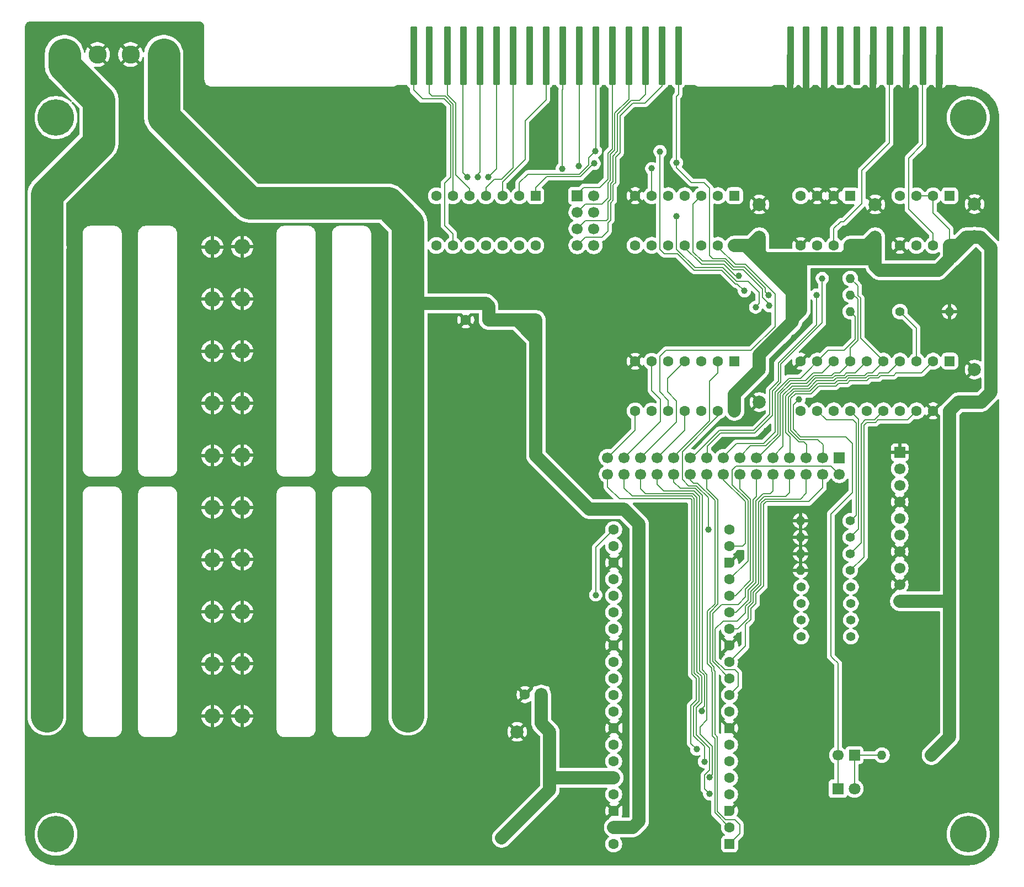
<source format=gbl>
%TF.GenerationSoftware,KiCad,Pcbnew,9.0.4*%
%TF.CreationDate,2025-09-30T12:57:06+01:00*%
%TF.ProjectId,RTmFM,52546d46-4d2e-46b6-9963-61645f706362,rev?*%
%TF.SameCoordinates,Original*%
%TF.FileFunction,Copper,L2,Bot*%
%TF.FilePolarity,Positive*%
%FSLAX46Y46*%
G04 Gerber Fmt 4.6, Leading zero omitted, Abs format (unit mm)*
G04 Created by KiCad (PCBNEW 9.0.4) date 2025-09-30 12:57:06*
%MOMM*%
%LPD*%
G01*
G04 APERTURE LIST*
G04 Aperture macros list*
%AMRoundRect*
0 Rectangle with rounded corners*
0 $1 Rounding radius*
0 $2 $3 $4 $5 $6 $7 $8 $9 X,Y pos of 4 corners*
0 Add a 4 corners polygon primitive as box body*
4,1,4,$2,$3,$4,$5,$6,$7,$8,$9,$2,$3,0*
0 Add four circle primitives for the rounded corners*
1,1,$1+$1,$2,$3*
1,1,$1+$1,$4,$5*
1,1,$1+$1,$6,$7*
1,1,$1+$1,$8,$9*
0 Add four rect primitives between the rounded corners*
20,1,$1+$1,$2,$3,$4,$5,0*
20,1,$1+$1,$4,$5,$6,$7,0*
20,1,$1+$1,$6,$7,$8,$9,0*
20,1,$1+$1,$8,$9,$2,$3,0*%
%AMFreePoly0*
4,1,37,0.603843,0.796157,0.639018,0.796157,0.711114,0.766294,0.766294,0.711114,0.796157,0.639018,0.796157,0.603843,0.800000,0.600000,0.800000,-0.600000,0.796157,-0.603843,0.796157,-0.639018,0.766294,-0.711114,0.711114,-0.766294,0.639018,-0.796157,0.603843,-0.796157,0.600000,-0.800000,0.000000,-0.800000,0.000000,-0.796148,-0.078414,-0.796148,-0.232228,-0.765552,-0.377117,-0.705537,
-0.507515,-0.618408,-0.618408,-0.507515,-0.705537,-0.377117,-0.765552,-0.232228,-0.796148,-0.078414,-0.796148,0.078414,-0.765552,0.232228,-0.705537,0.377117,-0.618408,0.507515,-0.507515,0.618408,-0.377117,0.705537,-0.232228,0.765552,-0.078414,0.796148,0.000000,0.796148,0.000000,0.800000,0.600000,0.800000,0.603843,0.796157,0.603843,0.796157,$1*%
%AMFreePoly1*
4,1,37,0.000000,0.796148,0.078414,0.796148,0.232228,0.765552,0.377117,0.705537,0.507515,0.618408,0.618408,0.507515,0.705537,0.377117,0.765552,0.232228,0.796148,0.078414,0.796148,-0.078414,0.765552,-0.232228,0.705537,-0.377117,0.618408,-0.507515,0.507515,-0.618408,0.377117,-0.705537,0.232228,-0.765552,0.078414,-0.796148,0.000000,-0.796148,0.000000,-0.800000,-0.600000,-0.800000,
-0.603843,-0.796157,-0.639018,-0.796157,-0.711114,-0.766294,-0.766294,-0.711114,-0.796157,-0.639018,-0.796157,-0.603843,-0.800000,-0.600000,-0.800000,0.600000,-0.796157,0.603843,-0.796157,0.639018,-0.766294,0.711114,-0.711114,0.766294,-0.639018,0.796157,-0.603843,0.796157,-0.600000,0.800000,0.000000,0.800000,0.000000,0.796148,0.000000,0.796148,$1*%
G04 Aperture macros list end*
%TA.AperFunction,ComponentPad*%
%ADD10C,2.000000*%
%TD*%
%TA.AperFunction,ComponentPad*%
%ADD11C,1.400000*%
%TD*%
%TA.AperFunction,ComponentPad*%
%ADD12O,1.400000X1.400000*%
%TD*%
%TA.AperFunction,ComponentPad*%
%ADD13R,1.800000X1.800000*%
%TD*%
%TA.AperFunction,ComponentPad*%
%ADD14C,1.800000*%
%TD*%
%TA.AperFunction,ComponentPad*%
%ADD15C,2.400000*%
%TD*%
%TA.AperFunction,ComponentPad*%
%ADD16O,2.400000X2.400000*%
%TD*%
%TA.AperFunction,ComponentPad*%
%ADD17RoundRect,0.250000X-0.550000X0.550000X-0.550000X-0.550000X0.550000X-0.550000X0.550000X0.550000X0*%
%TD*%
%TA.AperFunction,ComponentPad*%
%ADD18C,1.600000*%
%TD*%
%TA.AperFunction,ComponentPad*%
%ADD19C,3.600000*%
%TD*%
%TA.AperFunction,ConnectorPad*%
%ADD20C,5.600000*%
%TD*%
%TA.AperFunction,ComponentPad*%
%ADD21R,1.700000X1.700000*%
%TD*%
%TA.AperFunction,ComponentPad*%
%ADD22C,1.700000*%
%TD*%
%TA.AperFunction,ComponentPad*%
%ADD23R,2.780000X2.780000*%
%TD*%
%TA.AperFunction,ComponentPad*%
%ADD24C,2.780000*%
%TD*%
%TA.AperFunction,ComponentPad*%
%ADD25RoundRect,0.200000X0.600000X0.600000X-0.600000X0.600000X-0.600000X-0.600000X0.600000X-0.600000X0*%
%TD*%
%TA.AperFunction,ComponentPad*%
%ADD26FreePoly0,180.000000*%
%TD*%
%TA.AperFunction,ComponentPad*%
%ADD27FreePoly1,180.000000*%
%TD*%
%TA.AperFunction,ComponentPad*%
%ADD28R,1.600000X1.600000*%
%TD*%
%TA.AperFunction,ConnectorPad*%
%ADD29RoundRect,0.150000X-0.350000X4.350000X-0.350000X-4.350000X0.350000X-4.350000X0.350000X4.350000X0*%
%TD*%
%TA.AperFunction,ViaPad*%
%ADD30C,1.000000*%
%TD*%
%TA.AperFunction,ViaPad*%
%ADD31C,0.800000*%
%TD*%
%TA.AperFunction,Conductor*%
%ADD32C,2.000000*%
%TD*%
%TA.AperFunction,Conductor*%
%ADD33C,5.000000*%
%TD*%
%TA.AperFunction,Conductor*%
%ADD34C,0.200000*%
%TD*%
%TA.AperFunction,Conductor*%
%ADD35C,1.000000*%
%TD*%
G04 APERTURE END LIST*
D10*
%TO.P,C1,1*%
%TO.N,VCC*%
X142934000Y-83660000D03*
%TO.P,C1,2*%
%TO.N,GND*%
X142934000Y-88660000D03*
%TD*%
D11*
%TO.P,R12,1*%
%TO.N,VCC*%
X149284000Y-72230000D03*
D12*
%TO.P,R12,2*%
%TO.N,/pDIRECTION*%
X156904000Y-72230000D03*
%TD*%
D13*
%TO.P,D8,1,K*%
%TO.N,Net-(D8-K)*%
X155000000Y-148000000D03*
D14*
%TO.P,D8,2,A*%
%TO.N,Net-(D8-A)*%
X157540000Y-148000000D03*
%TD*%
D15*
%TO.P,R5,1*%
%TO.N,+12V*%
X33612000Y-88852000D03*
D16*
%TO.P,R5,2*%
%TO.N,GND*%
X59012000Y-88852000D03*
%TD*%
D17*
%TO.P,U2,1,R*%
%TO.N,unconnected-(U2-R-Pad1)*%
X172144000Y-56995000D03*
D18*
%TO.P,U2,2,~{RE}*%
%TO.N,VCC*%
X169604000Y-56995000D03*
%TO.P,U2,3,DE*%
X167064000Y-56995000D03*
%TO.P,U2,4,D*%
%TO.N,/DOUT*%
X164524000Y-56995000D03*
%TO.P,U2,5,GND*%
%TO.N,GND*%
X164524000Y-64615000D03*
%TO.P,U2,6,A*%
%TO.N,/RDATAP*%
X167064000Y-64615000D03*
%TO.P,U2,7,B*%
%TO.N,/RDATAN*%
X169604000Y-64615000D03*
%TO.P,U2,8,VCC*%
%TO.N,VCC*%
X172144000Y-64615000D03*
%TD*%
D11*
%TO.P,R9,1*%
%TO.N,/INDEX*%
X156904000Y-106880000D03*
D12*
%TO.P,R9,2*%
%TO.N,GND*%
X149284000Y-106880000D03*
%TD*%
D17*
%TO.P,R34,1,R1*%
%TO.N,unconnected-(R34-R1-Pad1)*%
X108620000Y-57000000D03*
D18*
%TO.P,R34,2,R2*%
%TO.N,unconnected-(R34-R2-Pad2)*%
X106080000Y-57000000D03*
%TO.P,R34,3,R3*%
%TO.N,unconnected-(R34-R3-Pad3)*%
X103540000Y-57000000D03*
%TO.P,R34,4,R4*%
%TO.N,unconnected-(R34-R4-Pad4)*%
X101000000Y-57000000D03*
%TO.P,R34,5,R5*%
%TO.N,unconnected-(R34-R5-Pad5)*%
X98460000Y-57000000D03*
%TO.P,R34,6,R6*%
%TO.N,unconnected-(R34-R6-Pad6)*%
X95920000Y-57000000D03*
%TO.P,R34,7,COM2*%
%TO.N,unconnected-(R34-COM2-Pad7)*%
X93380000Y-57000000D03*
%TO.P,R34,8,R7*%
%TO.N,unconnected-(R34-R7-Pad8)*%
X93380000Y-64620000D03*
%TO.P,R34,9,R8*%
%TO.N,/HEAD3*%
X95920000Y-64620000D03*
%TO.P,R34,10,R9*%
%TO.N,unconnected-(R34-R9-Pad10)*%
X98460000Y-64620000D03*
%TO.P,R34,11,R10*%
%TO.N,unconnected-(R34-R10-Pad11)*%
X101000000Y-64620000D03*
%TO.P,R34,12,R11*%
%TO.N,unconnected-(R34-R11-Pad12)*%
X103540000Y-64620000D03*
%TO.P,R34,13,R12*%
%TO.N,unconnected-(R34-R12-Pad13)*%
X106080000Y-64620000D03*
%TO.P,R34,14,COM1*%
%TO.N,VCC*%
X108620000Y-64620000D03*
%TD*%
D19*
%TO.P,H3,1*%
%TO.N,N/C*%
X35000000Y-155000000D03*
D20*
X35000000Y-155000000D03*
%TD*%
D10*
%TO.P,C3,1*%
%TO.N,VCC*%
X142934000Y-63340000D03*
%TO.P,C3,2*%
%TO.N,GND*%
X142934000Y-58340000D03*
%TD*%
D21*
%TO.P,J1,1,Pin_1*%
%TO.N,/DRIVE0*%
X114994000Y-56990000D03*
D22*
%TO.P,J1,2,Pin_2*%
%TO.N,/DSEL*%
X117534000Y-56990000D03*
%TO.P,J1,3,Pin_3*%
%TO.N,/DRIVE1*%
X114994000Y-59530000D03*
%TO.P,J1,4,Pin_4*%
%TO.N,/DSEL*%
X117534000Y-59530000D03*
%TO.P,J1,5,Pin_5*%
%TO.N,/DRIVE2*%
X114994000Y-62070000D03*
%TO.P,J1,6,Pin_6*%
%TO.N,/DSEL*%
X117534000Y-62070000D03*
%TO.P,J1,7,Pin_7*%
%TO.N,/DRIVE3*%
X114994000Y-64610000D03*
%TO.P,J1,8,Pin_8*%
%TO.N,/DSEL*%
X117534000Y-64610000D03*
%TD*%
D15*
%TO.P,R26,1*%
%TO.N,VCC*%
X88984000Y-88829600D03*
D16*
%TO.P,R26,2*%
%TO.N,GND*%
X63584000Y-88829600D03*
%TD*%
D23*
%TO.P,J2,1,Pin_1*%
%TO.N,+12V*%
X36279000Y-35305000D03*
D24*
%TO.P,J2,2,Pin_2*%
%TO.N,GND*%
X41359000Y-35305000D03*
%TO.P,J2,3,Pin_3*%
X46439000Y-35305000D03*
%TO.P,J2,4,Pin_4*%
%TO.N,VCC*%
X51519000Y-35305000D03*
%TD*%
D10*
%TO.P,C5,1*%
%TO.N,VDD*%
X110761000Y-139273000D03*
%TO.P,C5,2*%
%TO.N,GND*%
X105761000Y-139273000D03*
%TD*%
D11*
%TO.P,R6,1*%
%TO.N,/SEEK_CMPLT*%
X156904000Y-114500000D03*
D12*
%TO.P,R6,2*%
%TO.N,GND*%
X149284000Y-114500000D03*
%TD*%
D15*
%TO.P,R22,1*%
%TO.N,VCC*%
X88984000Y-120829600D03*
D16*
%TO.P,R22,2*%
%TO.N,GND*%
X63584000Y-120829600D03*
%TD*%
D21*
%TO.P,J8,1,Pin_1*%
%TO.N,GND*%
X164484000Y-96360000D03*
D22*
%TO.P,J8,2,Pin_2*%
%TO.N,Net-(J8-Pin_2)*%
X164484000Y-98900000D03*
%TO.P,J8,3,Pin_3*%
%TO.N,Net-(J8-Pin_3)*%
X164484000Y-101440000D03*
%TO.P,J8,4,Pin_4*%
%TO.N,GND*%
X164484000Y-103980000D03*
%TO.P,J8,5,Pin_5*%
%TO.N,Net-(J8-Pin_5)*%
X164484000Y-106520000D03*
%TO.P,J8,6,Pin_6*%
%TO.N,Net-(J8-Pin_6)*%
X164484000Y-109060000D03*
%TO.P,J8,7,Pin_7*%
%TO.N,GND*%
X164484000Y-111600000D03*
%TO.P,J8,8,Pin_8*%
%TO.N,VDD*%
X164484000Y-114140000D03*
%TO.P,J8,9,Pin_9*%
%TO.N,GND*%
X164484000Y-116680000D03*
%TO.P,J8,10,Pin_10*%
%TO.N,VCC*%
X164484000Y-119220000D03*
%TD*%
D15*
%TO.P,R24,1*%
%TO.N,VCC*%
X88984000Y-104829600D03*
D16*
%TO.P,R24,2*%
%TO.N,GND*%
X63584000Y-104829600D03*
%TD*%
D11*
%TO.P,R33,1*%
%TO.N,/IO3*%
X149371000Y-124660000D03*
%TO.P,R33,2*%
%TO.N,Net-(J8-Pin_6)*%
X156991000Y-124660000D03*
%TD*%
D19*
%TO.P,H2,1*%
%TO.N,N/C*%
X175000000Y-45000000D03*
D20*
X175000000Y-45000000D03*
%TD*%
D15*
%TO.P,R25,1*%
%TO.N,VCC*%
X88984000Y-96829600D03*
D16*
%TO.P,R25,2*%
%TO.N,GND*%
X63584000Y-96829600D03*
%TD*%
D11*
%TO.P,R31,1*%
%TO.N,/IO1*%
X149371000Y-119580000D03*
%TO.P,R31,2*%
%TO.N,Net-(J8-Pin_3)*%
X156991000Y-119580000D03*
%TD*%
D17*
%TO.P,U1,1,R*%
%TO.N,/WDATA*%
X156904000Y-56995000D03*
D18*
%TO.P,U1,2,~{RE}*%
%TO.N,GND*%
X154364000Y-56995000D03*
%TO.P,U1,3,DE*%
X151824000Y-56995000D03*
%TO.P,U1,4,D*%
%TO.N,unconnected-(U1-D-Pad4)*%
X149284000Y-56995000D03*
%TO.P,U1,5,GND*%
%TO.N,GND*%
X149284000Y-64615000D03*
%TO.P,U1,6,A*%
%TO.N,/WDATAP*%
X151824000Y-64615000D03*
%TO.P,U1,7,B*%
%TO.N,/WDATAN*%
X154364000Y-64615000D03*
%TO.P,U1,8,VCC*%
%TO.N,VCC*%
X156904000Y-64615000D03*
%TD*%
D11*
%TO.P,R13,1*%
%TO.N,VCC*%
X149284000Y-74770000D03*
D12*
%TO.P,R13,2*%
%TO.N,/pWRGATE*%
X156904000Y-74770000D03*
%TD*%
D15*
%TO.P,R18,1*%
%TO.N,+12V*%
X33612000Y-128852000D03*
D16*
%TO.P,R18,2*%
%TO.N,GND*%
X59012000Y-128852000D03*
%TD*%
D15*
%TO.P,R21,1*%
%TO.N,VCC*%
X88984000Y-128829600D03*
D16*
%TO.P,R21,2*%
%TO.N,GND*%
X63584000Y-128829600D03*
%TD*%
D18*
%TO.P,C8,1*%
%TO.N,VCC*%
X101384000Y-76040000D03*
%TO.P,C8,2*%
%TO.N,GND*%
X97884000Y-76040000D03*
%TD*%
D15*
%TO.P,R4,1*%
%TO.N,+12V*%
X33612000Y-80852000D03*
D16*
%TO.P,R4,2*%
%TO.N,GND*%
X59012000Y-80852000D03*
%TD*%
D11*
%TO.P,R32,1*%
%TO.N,/IO2*%
X149371000Y-122120000D03*
%TO.P,R32,2*%
%TO.N,Net-(J8-Pin_5)*%
X156991000Y-122120000D03*
%TD*%
D21*
%TO.P,J6,1,Pin_1*%
%TO.N,Net-(D8-A)*%
X157525000Y-142850000D03*
D22*
%TO.P,J6,2,Pin_2*%
%TO.N,Net-(D8-K)*%
X154985000Y-142850000D03*
%TD*%
D11*
%TO.P,R30,1*%
%TO.N,/IO0*%
X149371000Y-117040000D03*
%TO.P,R30,2*%
%TO.N,Net-(J8-Pin_2)*%
X156991000Y-117040000D03*
%TD*%
D17*
%TO.P,U9,1*%
%TO.N,/HEAD1*%
X139124000Y-82395000D03*
D18*
%TO.P,U9,2*%
%TO.N,/HSEL1*%
X136584000Y-82395000D03*
%TO.P,U9,3*%
%TO.N,/HEAD0*%
X134044000Y-82395000D03*
%TO.P,U9,4*%
%TO.N,/HSEL0*%
X131504000Y-82395000D03*
%TO.P,U9,5*%
%TO.N,/HEAD2*%
X128964000Y-82395000D03*
%TO.P,U9,6*%
%TO.N,/HSEL2*%
X126424000Y-82395000D03*
%TO.P,U9,7,GND*%
%TO.N,GND*%
X123884000Y-82395000D03*
%TO.P,U9,8*%
%TO.N,/HSEL3*%
X123884000Y-90015000D03*
%TO.P,U9,9*%
%TO.N,/HEAD3*%
X126424000Y-90015000D03*
%TO.P,U9,10*%
%TO.N,/DSEL_INV*%
X128964000Y-90015000D03*
%TO.P,U9,11*%
%TO.N,/DSEL*%
X131504000Y-90015000D03*
%TO.P,U9,12*%
%TO.N,Net-(D8-K)*%
X134044000Y-90015000D03*
%TO.P,U9,13*%
%TO.N,/DRV_LED*%
X136584000Y-90015000D03*
%TO.P,U9,14,VCC*%
%TO.N,VCC*%
X139124000Y-90015000D03*
%TD*%
D19*
%TO.P,H4,1*%
%TO.N,N/C*%
X175000000Y-155000000D03*
D20*
X175000000Y-155000000D03*
%TD*%
D15*
%TO.P,R16,1*%
%TO.N,+12V*%
X33612000Y-112852000D03*
D16*
%TO.P,R16,2*%
%TO.N,GND*%
X59012000Y-112852000D03*
%TD*%
D15*
%TO.P,R17,1*%
%TO.N,+12V*%
X33612000Y-120852000D03*
D16*
%TO.P,R17,2*%
%TO.N,GND*%
X59012000Y-120852000D03*
%TD*%
D10*
%TO.P,C2,1*%
%TO.N,VCC*%
X175954000Y-88660000D03*
%TO.P,C2,2*%
%TO.N,GND*%
X175954000Y-83660000D03*
%TD*%
D15*
%TO.P,R2,1*%
%TO.N,+12V*%
X33612000Y-64852000D03*
D16*
%TO.P,R2,2*%
%TO.N,GND*%
X59012000Y-64852000D03*
%TD*%
D17*
%TO.P,U7,1,1OE*%
%TO.N,/DSEL*%
X172144000Y-82390000D03*
D18*
%TO.P,U7,2,1A0*%
%TO.N,/pSEEK_CMPLT*%
X169604000Y-82390000D03*
%TO.P,U7,3,2Y0*%
%TO.N,/READY*%
X167064000Y-82390000D03*
%TO.P,U7,4,1A1*%
%TO.N,/pTRACK0*%
X164524000Y-82390000D03*
%TO.P,U7,5,2Y1*%
%TO.N,/pSTEP*%
X161984000Y-82390000D03*
%TO.P,U7,6,1A2*%
%TO.N,/pWRITE_FAULT*%
X159444000Y-82390000D03*
%TO.P,U7,7,2Y2*%
%TO.N,/pDIRECTION*%
X156904000Y-82390000D03*
%TO.P,U7,8,1A3*%
%TO.N,/pINDEX*%
X154364000Y-82390000D03*
%TO.P,U7,9,2Y3*%
%TO.N,/pWRGATE*%
X151824000Y-82390000D03*
%TO.P,U7,10,GND*%
%TO.N,GND*%
X149284000Y-82390000D03*
%TO.P,U7,11,2A3*%
%TO.N,/WRGATE*%
X149284000Y-90010000D03*
%TO.P,U7,12,1Y3*%
%TO.N,/INDEX*%
X151824000Y-90010000D03*
%TO.P,U7,13,2A2*%
%TO.N,/DIRECTION*%
X154364000Y-90010000D03*
%TO.P,U7,14,1Y2*%
%TO.N,/WRITE_FAULT*%
X156904000Y-90010000D03*
%TO.P,U7,15,2A1*%
%TO.N,/STEP*%
X159444000Y-90010000D03*
%TO.P,U7,16,1Y1*%
%TO.N,/TRACK0*%
X161984000Y-90010000D03*
%TO.P,U7,17,2A0*%
%TO.N,/pREADY*%
X164524000Y-90010000D03*
%TO.P,U7,18,1Y0*%
%TO.N,/SEEK_CMPLT*%
X167064000Y-90010000D03*
%TO.P,U7,19,2OE*%
%TO.N,GND*%
X169604000Y-90010000D03*
%TO.P,U7,20,VCC*%
%TO.N,VCC*%
X172144000Y-90010000D03*
%TD*%
D10*
%TO.P,C6,1*%
%TO.N,VCC*%
X160714000Y-63340000D03*
%TO.P,C6,2*%
%TO.N,GND*%
X160714000Y-58340000D03*
%TD*%
D11*
%TO.P,R1,1*%
%TO.N,VCC*%
X169360000Y-142850000D03*
D12*
%TO.P,R1,2*%
%TO.N,Net-(D8-A)*%
X161740000Y-142850000D03*
%TD*%
D15*
%TO.P,R20,1*%
%TO.N,VCC*%
X88984000Y-136829600D03*
D16*
%TO.P,R20,2*%
%TO.N,GND*%
X63584000Y-136829600D03*
%TD*%
D25*
%TO.P,U8,1,GPIO0*%
%TO.N,/xDOUT*%
X138361000Y-156483000D03*
D18*
%TO.P,U8,2,GPIO1*%
%TO.N,/xWDATA*%
X138361000Y-153943000D03*
D26*
%TO.P,U8,3,GND*%
%TO.N,GND*%
X138361000Y-151403000D03*
D18*
%TO.P,U8,4,GPIO2*%
%TO.N,/xHSEL0*%
X138361000Y-148863000D03*
%TO.P,U8,5,GPIO3*%
%TO.N,/xHSEL1*%
X138361000Y-146323000D03*
%TO.P,U8,6,GPIO4*%
%TO.N,/xHSEL2*%
X138361000Y-143783000D03*
%TO.P,U8,7,GPIO5*%
%TO.N,/xHSEL3*%
X138361000Y-141243000D03*
D26*
%TO.P,U8,8,GND*%
%TO.N,GND*%
X138361000Y-138703000D03*
D18*
%TO.P,U8,9,GPIO6*%
%TO.N,/xDSEL*%
X138361000Y-136163000D03*
%TO.P,U8,10,GPIO7*%
%TO.N,/xpSTEP*%
X138361000Y-133623000D03*
%TO.P,U8,11,GPIO8*%
%TO.N,/xpDIRECTION*%
X138361000Y-131083000D03*
%TO.P,U8,12,GPIO9*%
%TO.N,/xpSEEK_CMPLT*%
X138361000Y-128543000D03*
D26*
%TO.P,U8,13,GND*%
%TO.N,GND*%
X138361000Y-126003000D03*
D18*
%TO.P,U8,14,GPIO10*%
%TO.N,/xpTRACK0*%
X138361000Y-123463000D03*
%TO.P,U8,15,GPIO11*%
%TO.N,/xpWRITE_FAULT*%
X138361000Y-120923000D03*
%TO.P,U8,16,GPIO12*%
%TO.N,/xpINDEX*%
X138361000Y-118383000D03*
%TO.P,U8,17,GPIO13*%
%TO.N,/xpREADY*%
X138361000Y-115843000D03*
D26*
%TO.P,U8,18,GND*%
%TO.N,GND*%
X138361000Y-113303000D03*
D18*
%TO.P,U8,19,GPIO14*%
%TO.N,/xpWRGATE*%
X138361000Y-110763000D03*
%TO.P,U8,20,GPIO15*%
%TO.N,/DRV_LED*%
X138361000Y-108223000D03*
%TO.P,U8,21,GPIO16*%
%TO.N,/SD_CLK*%
X120581000Y-108223000D03*
%TO.P,U8,22,GPIO17*%
%TO.N,/SD_CMD*%
X120581000Y-110763000D03*
D27*
%TO.P,U8,23,GND*%
%TO.N,GND*%
X120581000Y-113303000D03*
D18*
%TO.P,U8,24,GPIO18*%
%TO.N,/SD_DAT0*%
X120581000Y-115843000D03*
%TO.P,U8,25,GPIO19*%
%TO.N,/SD_DAT1*%
X120581000Y-118383000D03*
%TO.P,U8,26,GPIO20*%
%TO.N,/SD_DAT2*%
X120581000Y-120923000D03*
%TO.P,U8,27,GPIO21*%
%TO.N,/SD_DAT3*%
X120581000Y-123463000D03*
D27*
%TO.P,U8,28,GND*%
%TO.N,GND*%
X120581000Y-126003000D03*
D18*
%TO.P,U8,29,GPIO22*%
%TO.N,/IO0*%
X120581000Y-128543000D03*
%TO.P,U8,30,RUN*%
%TO.N,unconnected-(U8-RUN-Pad30)*%
X120581000Y-131083000D03*
%TO.P,U8,31,GPIO26_ADC0*%
%TO.N,/IO1*%
X120581000Y-133623000D03*
%TO.P,U8,32,GPIO27_ADC1*%
%TO.N,/IO2*%
X120581000Y-136163000D03*
D27*
%TO.P,U8,33,AGND*%
%TO.N,GND*%
X120581000Y-138703000D03*
D18*
%TO.P,U8,34,GPIO28_ADC2*%
%TO.N,/IO3*%
X120581000Y-141243000D03*
%TO.P,U8,35,ADC_VREF*%
%TO.N,unconnected-(U8-ADC_VREF-Pad35)*%
X120581000Y-143783000D03*
%TO.P,U8,36,3V3*%
%TO.N,VDD*%
X120581000Y-146323000D03*
%TO.P,U8,37,3V3_EN*%
%TO.N,unconnected-(U8-3V3_EN-Pad37)*%
X120581000Y-148863000D03*
D27*
%TO.P,U8,38,GND*%
%TO.N,GND*%
X120581000Y-151403000D03*
D18*
%TO.P,U8,39,VSYS*%
%TO.N,VCC*%
X120581000Y-153943000D03*
%TO.P,U8,40,VBUS*%
%TO.N,unconnected-(U8-VBUS-Pad40)*%
X120581000Y-156483000D03*
%TD*%
D11*
%TO.P,R8,1*%
%TO.N,/WRITE_FAULT*%
X156904000Y-109420000D03*
D12*
%TO.P,R8,2*%
%TO.N,GND*%
X149284000Y-109420000D03*
%TD*%
D11*
%TO.P,R11,1*%
%TO.N,VCC*%
X149284000Y-69690000D03*
D12*
%TO.P,R11,2*%
%TO.N,/pSTEP*%
X156904000Y-69690000D03*
%TD*%
D11*
%TO.P,R10,1*%
%TO.N,/READY*%
X164524000Y-74770000D03*
D12*
%TO.P,R10,2*%
%TO.N,GND*%
X172144000Y-74770000D03*
%TD*%
D15*
%TO.P,R27,1*%
%TO.N,VCC*%
X88984000Y-80829600D03*
D16*
%TO.P,R27,2*%
%TO.N,GND*%
X63584000Y-80829600D03*
%TD*%
D15*
%TO.P,R29,1*%
%TO.N,VCC*%
X88984000Y-64829600D03*
D16*
%TO.P,R29,2*%
%TO.N,GND*%
X63584000Y-64829600D03*
%TD*%
D19*
%TO.P,H1,1*%
%TO.N,N/C*%
X35000000Y-45000000D03*
D20*
X35000000Y-45000000D03*
%TD*%
D17*
%TO.P,U10,1*%
%TO.N,/SEEK_CMPLT*%
X139124000Y-56990000D03*
D18*
%TO.P,U10,2*%
%TO.N,/ocSEEK_CMPLT*%
X136584000Y-56990000D03*
%TO.P,U10,3*%
%TO.N,/WRITE_FAULT*%
X134044000Y-56990000D03*
%TO.P,U10,4*%
%TO.N,/ocWRITE_FAULT*%
X131504000Y-56990000D03*
%TO.P,U10,5*%
%TO.N,/INDEX*%
X128964000Y-56990000D03*
%TO.P,U10,6*%
%TO.N,/ocINDEX*%
X126424000Y-56990000D03*
%TO.P,U10,7,GND*%
%TO.N,GND*%
X123884000Y-56990000D03*
%TO.P,U10,8*%
%TO.N,/ocTRACK0*%
X123884000Y-64610000D03*
%TO.P,U10,9*%
%TO.N,/TRACK0*%
X126424000Y-64610000D03*
%TO.P,U10,10*%
%TO.N,/ocREADY*%
X128964000Y-64610000D03*
%TO.P,U10,11*%
%TO.N,/READY*%
X131504000Y-64610000D03*
%TO.P,U10,12*%
%TO.N,/ocDRV_SLCTD*%
X134044000Y-64610000D03*
%TO.P,U10,13*%
%TO.N,/DSEL_INV*%
X136584000Y-64610000D03*
%TO.P,U10,14,VCC*%
%TO.N,VCC*%
X139124000Y-64610000D03*
%TD*%
D10*
%TO.P,C7,1*%
%TO.N,VCC*%
X175954000Y-63260000D03*
%TO.P,C7,2*%
%TO.N,GND*%
X175954000Y-58260000D03*
%TD*%
D15*
%TO.P,R14,1*%
%TO.N,+12V*%
X33612000Y-96852000D03*
D16*
%TO.P,R14,2*%
%TO.N,GND*%
X59012000Y-96852000D03*
%TD*%
D15*
%TO.P,R3,1*%
%TO.N,+12V*%
X33612000Y-72852000D03*
D16*
%TO.P,R3,2*%
%TO.N,GND*%
X59012000Y-72852000D03*
%TD*%
D15*
%TO.P,R19,1*%
%TO.N,+12V*%
X33612000Y-136852000D03*
D16*
%TO.P,R19,2*%
%TO.N,GND*%
X59012000Y-136852000D03*
%TD*%
D15*
%TO.P,R23,1*%
%TO.N,VCC*%
X88984000Y-112829600D03*
D16*
%TO.P,R23,2*%
%TO.N,GND*%
X63584000Y-112829600D03*
%TD*%
D15*
%TO.P,R15,1*%
%TO.N,+12V*%
X33612000Y-104852000D03*
D16*
%TO.P,R15,2*%
%TO.N,GND*%
X59012000Y-104852000D03*
%TD*%
D15*
%TO.P,R28,1*%
%TO.N,VCC*%
X88984000Y-72829600D03*
D16*
%TO.P,R28,2*%
%TO.N,GND*%
X63584000Y-72829600D03*
%TD*%
D28*
%TO.P,C4,1*%
%TO.N,VDD*%
X109466112Y-133558000D03*
D18*
%TO.P,C4,2*%
%TO.N,GND*%
X106966112Y-133558000D03*
%TD*%
D11*
%TO.P,R7,1*%
%TO.N,/TRACK0*%
X156904000Y-111960000D03*
D12*
%TO.P,R7,2*%
%TO.N,GND*%
X149284000Y-111960000D03*
%TD*%
D21*
%TO.P,J9,1,Pin_1*%
%TO.N,/pREADY*%
X155210000Y-97200000D03*
D22*
%TO.P,J9,2,Pin_2*%
%TO.N,/xpREADY*%
X155210000Y-99740000D03*
%TO.P,J9,3,Pin_3*%
%TO.N,/pSEEK_CMPLT*%
X152670000Y-97200000D03*
%TO.P,J9,4,Pin_4*%
%TO.N,/xpSEEK_CMPLT*%
X152670000Y-99740000D03*
%TO.P,J9,5,Pin_5*%
%TO.N,/pTRACK0*%
X150130000Y-97200000D03*
%TO.P,J9,6,Pin_6*%
%TO.N,/xpTRACK0*%
X150130000Y-99740000D03*
%TO.P,J9,7,Pin_7*%
%TO.N,/pSTEP*%
X147590000Y-97200000D03*
%TO.P,J9,8,Pin_8*%
%TO.N,/xpSTEP*%
X147590000Y-99740000D03*
%TO.P,J9,9,Pin_9*%
%TO.N,/pWRITE_FAULT*%
X145050000Y-97200000D03*
%TO.P,J9,10,Pin_10*%
%TO.N,/xpWRITE_FAULT*%
X145050000Y-99740000D03*
%TO.P,J9,11,Pin_11*%
%TO.N,/pDIRECTION*%
X142510000Y-97200000D03*
%TO.P,J9,12,Pin_12*%
%TO.N,/xpDIRECTION*%
X142510000Y-99740000D03*
%TO.P,J9,13,Pin_13*%
%TO.N,/pINDEX*%
X139970000Y-97200000D03*
%TO.P,J9,14,Pin_14*%
%TO.N,/xpINDEX*%
X139970000Y-99740000D03*
%TO.P,J9,15,Pin_15*%
%TO.N,/pWRGATE*%
X137430000Y-97200000D03*
%TO.P,J9,16,Pin_16*%
%TO.N,/xpWRGATE*%
X137430000Y-99740000D03*
%TO.P,J9,17,Pin_17*%
%TO.N,/DOUT*%
X134890000Y-97200000D03*
%TO.P,J9,18,Pin_18*%
%TO.N,/xDOUT*%
X134890000Y-99740000D03*
%TO.P,J9,19,Pin_19*%
%TO.N,/WDATA*%
X132350000Y-97200000D03*
%TO.P,J9,20,Pin_20*%
%TO.N,/xWDATA*%
X132350000Y-99740000D03*
%TO.P,J9,21,Pin_21*%
%TO.N,/HSEL1*%
X129810000Y-97200000D03*
%TO.P,J9,22,Pin_22*%
%TO.N,/xHSEL1*%
X129810000Y-99740000D03*
%TO.P,J9,23,Pin_23*%
%TO.N,/DSEL*%
X127270000Y-97200000D03*
%TO.P,J9,24,Pin_24*%
%TO.N,/xDSEL*%
X127270000Y-99740000D03*
%TO.P,J9,25,Pin_25*%
%TO.N,/HSEL0*%
X124730000Y-97200000D03*
%TO.P,J9,26,Pin_26*%
%TO.N,/xHSEL0*%
X124730000Y-99740000D03*
%TO.P,J9,27,Pin_27*%
%TO.N,/HSEL2*%
X122190000Y-97200000D03*
%TO.P,J9,28,Pin_28*%
%TO.N,/xHSEL2*%
X122190000Y-99740000D03*
%TO.P,J9,29,Pin_29*%
%TO.N,/HSEL3*%
X119650000Y-97200000D03*
%TO.P,J9,30,Pin_30*%
%TO.N,/xHSEL3*%
X119650000Y-99740000D03*
%TD*%
D29*
%TO.P,J3,2,Pin_2*%
%TO.N,/HEAD3*%
X89882000Y-35500000D03*
%TO.P,J3,4,Pin_4*%
%TO.N,/HEAD2*%
X92301000Y-35500000D03*
%TO.P,J3,6,Pin_6*%
%TO.N,/WRGATE*%
X95095000Y-35500000D03*
%TO.P,J3,8,Pin_8*%
%TO.N,/ocSEEK_CMPLT*%
X97500000Y-35500000D03*
%TO.P,J3,10,Pin_10*%
%TO.N,/ocTRACK0*%
X100040000Y-35500000D03*
%TO.P,J3,12,Pin_12*%
%TO.N,/ocWRITE_FAULT*%
X102580000Y-35500000D03*
%TO.P,J3,14,Pin_14*%
%TO.N,/HEAD0*%
X105120000Y-35500000D03*
%TO.P,J3,16,Pin_16*%
%TO.N,unconnected-(J3-Pin_16-Pad16)*%
X107660000Y-35500000D03*
%TO.P,J3,18,Pin_18*%
%TO.N,/HEAD1*%
X110200000Y-35500000D03*
%TO.P,J3,20,Pin_20*%
%TO.N,/ocINDEX*%
X112740000Y-35500000D03*
%TO.P,J3,22,Pin_22*%
%TO.N,/ocREADY*%
X115280000Y-35500000D03*
%TO.P,J3,24,Pin_24*%
%TO.N,/STEP*%
X117820000Y-35500000D03*
%TO.P,J3,26,Pin_26*%
%TO.N,/DRIVE0*%
X120360000Y-35500000D03*
%TO.P,J3,28,Pin_28*%
%TO.N,/DRIVE1*%
X122900000Y-35500000D03*
%TO.P,J3,30,Pin_30*%
%TO.N,/DRIVE2*%
X125440000Y-35500000D03*
%TO.P,J3,32,Pin_32*%
%TO.N,/DRIVE3*%
X127982000Y-35500000D03*
%TO.P,J3,34,Pin_34*%
%TO.N,/DIRECTION*%
X130520000Y-35500000D03*
%TD*%
%TO.P,J4,2,Pin_2*%
%TO.N,GND*%
X147722000Y-35500000D03*
%TO.P,J4,4,Pin_4*%
X150141000Y-35500000D03*
%TO.P,J4,6,Pin_6*%
X152935000Y-35500000D03*
%TO.P,J4,8,Pin_8*%
%TO.N,unconnected-(J4-Pin_8-Pad8)*%
X155340000Y-35500000D03*
%TO.P,J4,10,Pin_10*%
%TO.N,unconnected-(J4-Pin_10-Pad10)*%
X157880000Y-35500000D03*
%TO.P,J4,12,Pin_12*%
%TO.N,GND*%
X160420000Y-35500000D03*
%TO.P,J4,14,Pin_14*%
%TO.N,/WDATAN*%
X162960000Y-35500000D03*
%TO.P,J4,16,Pin_16*%
%TO.N,GND*%
X165500000Y-35500000D03*
%TO.P,J4,18,Pin_18*%
%TO.N,/RDATAN*%
X168040000Y-35500000D03*
%TO.P,J4,20,Pin_20*%
%TO.N,GND*%
X170580000Y-35500000D03*
%TD*%
D30*
%TO.N,VCC*%
X88600000Y-60840000D03*
X57520000Y-50920000D03*
X77600000Y-58133000D03*
X55520000Y-48920000D03*
X83600000Y-58133000D03*
X51519000Y-44840000D03*
X63520000Y-56920000D03*
X86600000Y-58840000D03*
X74600000Y-58133000D03*
X71600000Y-58133000D03*
X80600000Y-58133000D03*
X65600000Y-58119830D03*
X68600000Y-58133000D03*
X51519000Y-41840000D03*
X53520000Y-46920000D03*
X51519000Y-38840000D03*
X59520000Y-52920000D03*
X61520000Y-54920000D03*
%TO.N,GND*%
X127461000Y-142323000D03*
X130884000Y-68340000D03*
X152100000Y-78750000D03*
X133884000Y-78840000D03*
X175384000Y-67340000D03*
X142461000Y-128323000D03*
X154384000Y-75840000D03*
X162384000Y-53840000D03*
X148250000Y-78800000D03*
X144700000Y-84700000D03*
X168884000Y-86340000D03*
X158884000Y-50340000D03*
X169884000Y-50340000D03*
X126384000Y-46840000D03*
X137400000Y-94900000D03*
X170384000Y-46840000D03*
X134384000Y-46840000D03*
X156150000Y-59050000D03*
X144050000Y-93050000D03*
X170384000Y-43340000D03*
X109384000Y-46840000D03*
X162884000Y-71340000D03*
X160884000Y-46840000D03*
X110884000Y-65840000D03*
X160884000Y-43340000D03*
X164384000Y-50340000D03*
X152500000Y-62100000D03*
X150350000Y-80400000D03*
X123384000Y-69340000D03*
X156884000Y-53840000D03*
X155384000Y-78840000D03*
X127884000Y-79340000D03*
X162384000Y-86340000D03*
X142600000Y-77700000D03*
X150500000Y-76300000D03*
X127461000Y-136323000D03*
X167384000Y-53840000D03*
X127384000Y-73340000D03*
X138108000Y-73754000D03*
X142344000Y-138895000D03*
X165384000Y-46840000D03*
X169384000Y-71340000D03*
X165384000Y-43340000D03*
%TO.N,VDD*%
X105649750Y-153286750D03*
X104362250Y-154574250D03*
D31*
X103396000Y-155540500D03*
D30*
%TO.N,/STEP*%
X140648000Y-71595000D03*
X127694000Y-50201000D03*
X117788000Y-50132000D03*
%TO.N,/DIRECTION*%
X144331000Y-72224186D03*
X117591686Y-52026000D03*
X130234000Y-51910000D03*
%TO.N,/WDATA*%
X151697000Y-72230000D03*
%TO.N,/DOUT*%
X152586000Y-69690000D03*
%TO.N,/WRITE_FAULT*%
X144458000Y-73881000D03*
%TO.N,/INDEX*%
X142375200Y-74109600D03*
X130234000Y-60165000D03*
%TO.N,/READY*%
X139759000Y-69309000D03*
%TO.N,/DRV_LED*%
X135100000Y-108200000D03*
%TO.N,/ocSEEK_CMPLT*%
X98150000Y-54100000D03*
%TO.N,/ocINDEX*%
X126424000Y-52799000D03*
X112694537Y-52828000D03*
%TO.N,/ocREADY*%
X115248000Y-52427000D03*
%TO.N,/ocTRACK0*%
X99754000Y-54100000D03*
%TO.N,/ocWRITE_FAULT*%
X101300000Y-54150000D03*
%TO.N,/SD_CLK*%
X117833000Y-118273000D03*
%TO.N,+12V*%
X34600000Y-55840000D03*
X41600000Y-43340000D03*
X33600000Y-62340000D03*
X40100000Y-40840000D03*
X37850000Y-38590000D03*
X36850000Y-53590000D03*
X39100000Y-51340000D03*
X33612000Y-58840000D03*
X41356000Y-49096000D03*
X41600000Y-46340000D03*
%TO.N,Net-(D8-K)*%
X149030000Y-88232000D03*
%TO.N,/xHSEL3*%
X133327000Y-141943000D03*
%TO.N,/xDSEL*%
X134098000Y-136101000D03*
%TO.N,/xHSEL0*%
X135301000Y-148801000D03*
%TO.N,/xHSEL1*%
X135301000Y-146261000D03*
%TO.N,/xHSEL2*%
X134499000Y-143848000D03*
%TD*%
D32*
%TO.N,VCC*%
X107184000Y-77500000D02*
X105724000Y-76040000D01*
X175384000Y-63447570D02*
X175384000Y-63340000D01*
X175954000Y-88660000D02*
X177000000Y-88660000D01*
X160500800Y-65676800D02*
X157259600Y-65676800D01*
X124477000Y-107399000D02*
X124477000Y-152992000D01*
X156904000Y-65650800D02*
X155938800Y-66616000D01*
X173494000Y-88660000D02*
X172144000Y-90010000D01*
D33*
X78100000Y-58133000D02*
X80600000Y-58133000D01*
D32*
X108644000Y-76040000D02*
X101384000Y-76040000D01*
X172144000Y-140036000D02*
X169360000Y-142820000D01*
X156904000Y-64615000D02*
X156904000Y-65650800D01*
X160714000Y-66591200D02*
X160714000Y-65890000D01*
D33*
X85100000Y-58133000D02*
X85893000Y-58133000D01*
D32*
X140521000Y-64610000D02*
X140775000Y-64610000D01*
D33*
X77600000Y-58133000D02*
X78100000Y-58133000D01*
D32*
X141664000Y-64610000D02*
X142934000Y-63340000D01*
X160689200Y-66616000D02*
X160714000Y-66591200D01*
D33*
X74600000Y-58133000D02*
X77600000Y-58133000D01*
D32*
X116850000Y-105100000D02*
X122178000Y-105100000D01*
X142934000Y-83660000D02*
X142934000Y-81416000D01*
X145728000Y-66616000D02*
X149284000Y-66616000D01*
D33*
X89000000Y-61240000D02*
X89000000Y-64753000D01*
D32*
X178500000Y-87160000D02*
X178500000Y-64997000D01*
X143670000Y-66616000D02*
X145728000Y-66616000D01*
X123526000Y-153943000D02*
X120581000Y-153943000D01*
X140775000Y-64610000D02*
X147633000Y-71468000D01*
X175954000Y-88660000D02*
X173494000Y-88660000D01*
X108644000Y-76040000D02*
X108644000Y-79000000D01*
X147379000Y-68928000D02*
X147379000Y-68267000D01*
X101384000Y-76040000D02*
X101384000Y-73900000D01*
X140521000Y-64610000D02*
X141664000Y-64610000D01*
X164484000Y-119220000D02*
X172144000Y-119220000D01*
X142934000Y-65880000D02*
X143139000Y-66085000D01*
X172144000Y-66687570D02*
X175384000Y-63447570D01*
X148014000Y-67251000D02*
X147379000Y-66616000D01*
D33*
X88984000Y-64829600D02*
X89000000Y-64845600D01*
D32*
X108644000Y-79000000D02*
X108644000Y-96894000D01*
X89090000Y-73500000D02*
X89000000Y-73590000D01*
D34*
X172144000Y-62171600D02*
X172144000Y-64615000D01*
D32*
X178500000Y-64997000D02*
X176843000Y-63340000D01*
X161349000Y-68420000D02*
X160714000Y-67785000D01*
X147379000Y-68267000D02*
X145728000Y-66616000D01*
D33*
X67100000Y-58133000D02*
X68600000Y-58133000D01*
D32*
X177000000Y-88660000D02*
X178500000Y-87160000D01*
X149284000Y-74580000D02*
X148014000Y-75850000D01*
D33*
X89000000Y-64845600D02*
X89000000Y-136841200D01*
D32*
X174684000Y-63340000D02*
X173409000Y-64615000D01*
X172144000Y-119220000D02*
X172144000Y-140036000D01*
X122178000Y-105100000D02*
X124477000Y-107399000D01*
D33*
X71600000Y-58133000D02*
X74100000Y-58133000D01*
X80600000Y-58133000D02*
X81600000Y-58133000D01*
D32*
X107184000Y-77500000D02*
X108644000Y-76040000D01*
X156904000Y-64615000D02*
X159439000Y-64615000D01*
X147379000Y-70833000D02*
X147379000Y-70325000D01*
X139124000Y-87470000D02*
X139124000Y-90015000D01*
X170416800Y-68420000D02*
X161349000Y-68420000D01*
X143670000Y-66616000D02*
X143139000Y-66085000D01*
D33*
X51519000Y-35305000D02*
X51519000Y-44925000D01*
D32*
X160714000Y-65890000D02*
X159439000Y-64615000D01*
D33*
X83600000Y-58133000D02*
X85100000Y-58133000D01*
D32*
X147633000Y-71468000D02*
X148014000Y-71468000D01*
X149284000Y-66616000D02*
X155938800Y-66616000D01*
X147379000Y-68928000D02*
X147379000Y-70325000D01*
X159439000Y-64615000D02*
X160714000Y-63340000D01*
D33*
X70600000Y-58133000D02*
X71600000Y-58133000D01*
D32*
X160714000Y-67785000D02*
X160714000Y-66591200D01*
D33*
X64727000Y-58133000D02*
X67100000Y-58133000D01*
D32*
X142934000Y-63340000D02*
X142934000Y-65880000D01*
X149284000Y-66616000D02*
X149284000Y-69690000D01*
X107184000Y-77500000D02*
X107184000Y-77540000D01*
X176843000Y-63340000D02*
X174684000Y-63340000D01*
X172144000Y-64615000D02*
X172144000Y-66692800D01*
X160714000Y-65890000D02*
X160500800Y-65676800D01*
D33*
X51519000Y-44925000D02*
X64727000Y-58133000D01*
D32*
X139124000Y-64610000D02*
X140521000Y-64610000D01*
X143670000Y-66616000D02*
X147379000Y-70325000D01*
X101384000Y-73900000D02*
X100984000Y-73500000D01*
X172144000Y-66692800D02*
X172144000Y-66687570D01*
X124477000Y-152992000D02*
X123526000Y-153943000D01*
D34*
X167064000Y-56995000D02*
X169604000Y-56995000D01*
D32*
X142934000Y-81416000D02*
X148014000Y-76336000D01*
X147379000Y-66616000D02*
X147379000Y-68928000D01*
X148014000Y-76336000D02*
X148014000Y-67251000D01*
X105724000Y-76040000D02*
X101384000Y-76040000D01*
X149284000Y-69690000D02*
X149284000Y-74580000D01*
X173409000Y-64615000D02*
X172144000Y-64615000D01*
X148014000Y-71468000D02*
X147379000Y-70833000D01*
X172144000Y-90010000D02*
X172144000Y-119220000D01*
X160714000Y-63340000D02*
X160714000Y-66591200D01*
X108644000Y-96894000D02*
X116850000Y-105100000D01*
D34*
X169604000Y-59631600D02*
X172144000Y-62171600D01*
D32*
X107184000Y-77540000D02*
X108644000Y-79000000D01*
X100984000Y-73500000D02*
X89090000Y-73500000D01*
D33*
X74100000Y-58133000D02*
X74600000Y-58133000D01*
X81600000Y-58133000D02*
X83600000Y-58133000D01*
D32*
X143139000Y-66085000D02*
X141664000Y-64610000D01*
X175384000Y-63340000D02*
X174384000Y-64340000D01*
D34*
X169604000Y-56995000D02*
X169604000Y-59631600D01*
D32*
X169360000Y-142820000D02*
X169360000Y-142850000D01*
D33*
X68600000Y-58133000D02*
X70600000Y-58133000D01*
D32*
X172144000Y-66692800D02*
X170416800Y-68420000D01*
X142934000Y-83660000D02*
X139124000Y-87470000D01*
D33*
X85893000Y-58133000D02*
X89000000Y-61240000D01*
D32*
X155938800Y-66616000D02*
X160689200Y-66616000D01*
D35*
%TO.N,GND*%
X160379999Y-41669999D02*
X160460000Y-41750000D01*
X160379999Y-35500000D02*
X160379999Y-41669999D01*
X170539999Y-35500000D02*
X170539999Y-41322001D01*
X165459999Y-41474401D02*
X165336800Y-41597600D01*
X152894999Y-41906599D02*
X152992400Y-42004000D01*
X147681999Y-42840399D02*
X147963200Y-43121600D01*
X150100999Y-41093799D02*
X150147600Y-41140400D01*
X170539999Y-41322001D02*
X170518400Y-41343600D01*
X147681999Y-35500000D02*
X147681999Y-42840399D01*
X152894999Y-35500000D02*
X152894999Y-41906599D01*
X150100999Y-35500000D02*
X150100999Y-41093799D01*
X165459999Y-35500000D02*
X165459999Y-41474401D01*
D32*
%TO.N,VDD*%
X110761000Y-139273000D02*
X110761000Y-146273000D01*
X110761000Y-146273000D02*
X110761000Y-148175500D01*
X105649750Y-153286750D02*
X104362250Y-154574250D01*
X104362250Y-154574250D02*
X103396000Y-155540500D01*
X110761000Y-148175500D02*
X105649750Y-153286750D01*
X110811000Y-146323000D02*
X110761000Y-146273000D01*
X120581000Y-146323000D02*
X110811000Y-146323000D01*
X109466112Y-137978112D02*
X110761000Y-139273000D01*
X109466112Y-133558000D02*
X109466112Y-137978112D01*
D34*
%TO.N,/HEAD0*%
X102294000Y-54450000D02*
X101000000Y-55744000D01*
X105120000Y-35500000D02*
X105120000Y-52707900D01*
X101000000Y-55744000D02*
X101000000Y-57000000D01*
X105120000Y-52707900D02*
X103377900Y-54450000D01*
X103377900Y-54450000D02*
X102294000Y-54450000D01*
%TO.N,/HEAD1*%
X103540000Y-54855000D02*
X103540000Y-57000000D01*
X107000000Y-45489500D02*
X107000000Y-51395000D01*
X110200000Y-35500000D02*
X110200000Y-42289500D01*
X110200000Y-42289500D02*
X107000000Y-45489500D01*
X107000000Y-51395000D02*
X103540000Y-54855000D01*
%TO.N,/HEAD2*%
X92301000Y-41282000D02*
X92721100Y-41702100D01*
X95944000Y-56976000D02*
X95920000Y-57000000D01*
X94694000Y-41702100D02*
X95944000Y-42952100D01*
X92301000Y-35500000D02*
X92301000Y-41282000D01*
X92721100Y-41702100D02*
X94694000Y-41702100D01*
X95944000Y-42952100D02*
X95944000Y-56976000D01*
%TO.N,/HEAD3*%
X95543000Y-43118200D02*
X95543000Y-54157000D01*
X95543000Y-54157000D02*
X94650000Y-55050000D01*
X89882000Y-35500000D02*
X89882000Y-40768000D01*
X95920000Y-62820000D02*
X95920000Y-64620000D01*
X94650000Y-55050000D02*
X94650000Y-61550000D01*
X94650000Y-61550000D02*
X95920000Y-62820000D01*
X91240600Y-42126600D02*
X94551400Y-42126600D01*
X89882000Y-40768000D02*
X91240600Y-42126600D01*
X94551400Y-42126600D02*
X95543000Y-43118200D01*
%TO.N,/WRGATE*%
X95095000Y-35500000D02*
X95095000Y-41536000D01*
X98460000Y-55910000D02*
X98460000Y-57000000D01*
X96345000Y-53795000D02*
X98460000Y-55910000D01*
X96345000Y-42786000D02*
X96345000Y-53795000D01*
X95095000Y-41536000D02*
X96345000Y-42786000D01*
%TO.N,/STEP*%
X106100000Y-56980000D02*
X106100000Y-54962000D01*
X127694000Y-50201000D02*
X127694000Y-65245000D01*
X139250900Y-70511000D02*
X139564000Y-70511000D01*
X117820000Y-42385000D02*
X117820000Y-35500000D01*
X137159900Y-68420000D02*
X139250900Y-70511000D01*
X128329000Y-65880000D02*
X130361000Y-65880000D01*
X116772000Y-52231900D02*
X116772000Y-51148000D01*
X132909800Y-68420000D02*
X137159900Y-68420000D01*
X131639800Y-67150000D02*
X132909800Y-68420000D01*
X127694000Y-65245000D02*
X128329000Y-65880000D01*
X117820000Y-50100000D02*
X117820000Y-42385000D01*
X117820000Y-42657686D02*
X117820000Y-42385000D01*
X130361000Y-65880000D02*
X131631000Y-67150000D01*
X106100000Y-54962000D02*
X107394000Y-53668000D01*
X117788000Y-50132000D02*
X117820000Y-50100000D01*
X139564000Y-70511000D02*
X140648000Y-71595000D01*
X107394000Y-53668000D02*
X115335900Y-53668000D01*
X106080000Y-57000000D02*
X106100000Y-56980000D01*
X116772000Y-51148000D02*
X117788000Y-50132000D01*
X131631000Y-67150000D02*
X131639800Y-67150000D01*
X115335900Y-53668000D02*
X116772000Y-52231900D01*
%TO.N,/DIRECTION*%
X130234000Y-41750000D02*
X130520000Y-41464000D01*
X130234000Y-51910000D02*
X130234000Y-41750000D01*
X139056100Y-67912000D02*
X137766100Y-66622000D01*
X143843000Y-71166100D02*
X140588900Y-67912000D01*
X117545000Y-52026000D02*
X115502000Y-54069000D01*
X143843000Y-71736186D02*
X143843000Y-71166100D01*
X130234000Y-52672000D02*
X130234000Y-51910000D01*
X132520000Y-54958000D02*
X130234000Y-52672000D01*
X135314000Y-55847000D02*
X134425000Y-54958000D01*
X135314000Y-66114000D02*
X135314000Y-55847000D01*
X115502000Y-54069000D02*
X110295000Y-54069000D01*
X135822000Y-66622000D02*
X135314000Y-66114000D01*
X110295000Y-54069000D02*
X108620000Y-55744000D01*
X130520000Y-41464000D02*
X130520000Y-35500000D01*
X140588900Y-67912000D02*
X139056100Y-67912000D01*
X134425000Y-54958000D02*
X132520000Y-54958000D01*
X144331000Y-72224186D02*
X143843000Y-71736186D01*
X108620000Y-55744000D02*
X108620000Y-57000000D01*
X137766100Y-66622000D02*
X135822000Y-66622000D01*
X144336814Y-72224186D02*
X144331000Y-72224186D01*
X117591686Y-52026000D02*
X117545000Y-52026000D01*
%TO.N,/WDATA*%
X142100000Y-93000000D02*
X136782900Y-93000000D01*
X134519000Y-95281000D02*
X132840000Y-96960000D01*
X145835000Y-85493200D02*
X144552000Y-86776200D01*
X151697000Y-72230000D02*
X151697000Y-76785900D01*
X134519000Y-95263900D02*
X134519000Y-95281000D01*
X144552000Y-86776200D02*
X144552000Y-90548000D01*
X151697000Y-76785900D02*
X145835000Y-82647900D01*
X144552000Y-90548000D02*
X142100000Y-93000000D01*
X136782900Y-93000000D02*
X134519000Y-95263900D01*
X145835000Y-82647900D02*
X145835000Y-85493200D01*
X132840000Y-96960000D02*
X132380000Y-96960000D01*
%TO.N,/WDATAN*%
X154364000Y-62036000D02*
X154364000Y-64615000D01*
X162919999Y-35500000D02*
X162919999Y-48864001D01*
X155400000Y-61000000D02*
X154364000Y-62036000D01*
X162896399Y-48864001D02*
X158682000Y-53078400D01*
X158682000Y-53078400D02*
X158682000Y-58158400D01*
X162919999Y-48864001D02*
X162896399Y-48864001D01*
X155840400Y-61000000D02*
X155400000Y-61000000D01*
X158682000Y-58158400D02*
X155840400Y-61000000D01*
%TO.N,/DOUT*%
X136949000Y-93401000D02*
X134920000Y-95430000D01*
X146236000Y-85659300D02*
X144953000Y-86942300D01*
X144953000Y-86942300D02*
X144953000Y-90714100D01*
X134920000Y-95430000D02*
X134920000Y-96960000D01*
X144953000Y-90714100D02*
X142266100Y-93401000D01*
X152586000Y-76464000D02*
X146236000Y-82814000D01*
X142266100Y-93401000D02*
X136949000Y-93401000D01*
X152586000Y-69690000D02*
X152586000Y-76464000D01*
X146236000Y-82814000D02*
X146236000Y-85659300D01*
%TO.N,/RDATAN*%
X165844800Y-51224200D02*
X165844800Y-59022000D01*
X167999999Y-35500000D02*
X167999999Y-49069001D01*
X169573000Y-62750200D02*
X169573000Y-64615000D01*
X165844800Y-59022000D02*
X169573000Y-62750200D01*
X167999999Y-49069001D02*
X165844800Y-51224200D01*
%TO.N,/DSEL*%
X131504000Y-92966000D02*
X127270000Y-97200000D01*
X131504000Y-90057133D02*
X131504000Y-92966000D01*
%TO.N,/DRIVE2*%
X119693000Y-57938100D02*
X119693000Y-60546000D01*
X123249000Y-42385000D02*
X121162000Y-44472000D01*
X120475000Y-50874000D02*
X120475000Y-54802200D01*
X121162000Y-50187000D02*
X120475000Y-50874000D01*
X121162000Y-44472000D02*
X121162000Y-50187000D01*
X125440000Y-41464000D02*
X124519000Y-42385000D01*
X119439000Y-60800000D02*
X116264000Y-60800000D01*
X120475000Y-54802200D02*
X120094000Y-55183200D01*
X124519000Y-42385000D02*
X123249000Y-42385000D01*
X125440000Y-35500000D02*
X125440000Y-41464000D01*
X116264000Y-60800000D02*
X114994000Y-62070000D01*
X119693000Y-60546000D02*
X119439000Y-60800000D01*
X120094000Y-55183200D02*
X120094000Y-57537100D01*
X120094000Y-57537100D02*
X119693000Y-57938100D01*
%TO.N,/DRIVE3*%
X127982000Y-40192000D02*
X125388000Y-42786000D01*
X119693000Y-62451000D02*
X118804000Y-63340000D01*
X118804000Y-63340000D02*
X116264000Y-63340000D01*
X120495000Y-55349300D02*
X120495000Y-57703200D01*
X116264000Y-63340000D02*
X114994000Y-64610000D01*
X123483000Y-42786000D02*
X121563000Y-44706000D01*
X120876000Y-51108000D02*
X120876000Y-54968300D01*
X120094000Y-58104200D02*
X120094000Y-60712100D01*
X125388000Y-42786000D02*
X123483000Y-42786000D01*
X120876000Y-54968300D02*
X120495000Y-55349300D01*
X120495000Y-57703200D02*
X120094000Y-58104200D01*
X121563000Y-44706000D02*
X121563000Y-50421000D01*
X119693000Y-61113100D02*
X119693000Y-62451000D01*
X121563000Y-50421000D02*
X120876000Y-51108000D01*
X127982000Y-35500000D02*
X127982000Y-40192000D01*
X120094000Y-60712100D02*
X119693000Y-61113100D01*
%TO.N,/DRIVE0*%
X119673000Y-54470000D02*
X118423000Y-55720000D01*
X114994000Y-56736000D02*
X114994000Y-56990000D01*
X118423000Y-55720000D02*
X116010000Y-55720000D01*
X119673000Y-50473900D02*
X119673000Y-54470000D01*
X120360000Y-49786900D02*
X119673000Y-50473900D01*
X120360000Y-35500000D02*
X120360000Y-49786900D01*
X116010000Y-55720000D02*
X114994000Y-56736000D01*
%TO.N,/DRIVE1*%
X120074000Y-54636100D02*
X119693000Y-55017100D01*
X120074000Y-50640000D02*
X120074000Y-54636100D01*
X120761000Y-44305900D02*
X120761000Y-49953000D01*
X119693000Y-55017100D02*
X119693000Y-57371000D01*
X118804000Y-58260000D02*
X116264000Y-58260000D01*
X119693000Y-57371000D02*
X118804000Y-58260000D01*
X120761000Y-49953000D02*
X120074000Y-50640000D01*
X122900000Y-42166900D02*
X120761000Y-44305900D01*
X122900000Y-35500000D02*
X122900000Y-42166900D01*
X116264000Y-58260000D02*
X114994000Y-59530000D01*
%TO.N,/SEEK_CMPLT*%
X160753100Y-91808000D02*
X159424000Y-91808000D01*
X167064000Y-90010000D02*
X165667000Y-91407000D01*
X159424000Y-91808000D02*
X158976000Y-92256000D01*
X167699000Y-90010000D02*
X167064000Y-90010000D01*
X158976000Y-112428000D02*
X156904000Y-114500000D01*
X165667000Y-91407000D02*
X161154100Y-91407000D01*
X158976000Y-92256000D02*
X158976000Y-112428000D01*
X161154100Y-91407000D02*
X160753100Y-91808000D01*
%TO.N,/TRACK0*%
X160587000Y-91407000D02*
X161984000Y-90010000D01*
X158575000Y-110289000D02*
X158575000Y-92022000D01*
X156904000Y-111960000D02*
X158575000Y-110289000D01*
X158575000Y-92022000D02*
X159190000Y-91407000D01*
X159190000Y-91407000D02*
X160587000Y-91407000D01*
X162047500Y-90010000D02*
X162187200Y-90010000D01*
%TO.N,/WRITE_FAULT*%
X144458000Y-73881000D02*
X144458000Y-73627000D01*
X156904000Y-90010000D02*
X158174000Y-91280000D01*
X132774000Y-58260000D02*
X134044000Y-56990000D01*
X158174000Y-108150000D02*
X156904000Y-109420000D01*
X143442000Y-72611000D02*
X143442000Y-71332200D01*
X157539000Y-90010000D02*
X156904000Y-90010000D01*
X132774000Y-65626000D02*
X132774000Y-58260000D01*
X144458000Y-73627000D02*
X143442000Y-72611000D01*
X140422800Y-68313000D02*
X138890000Y-68313000D01*
X143442000Y-71332200D02*
X140422800Y-68313000D01*
X138890000Y-68313000D02*
X137600000Y-67023000D01*
X158174000Y-91280000D02*
X158174000Y-108150000D01*
X134171000Y-67023000D02*
X132774000Y-65626000D01*
X137600000Y-67023000D02*
X134171000Y-67023000D01*
%TO.N,/INDEX*%
X157285000Y-91407000D02*
X157773000Y-91895000D01*
X130234000Y-60165000D02*
X130234000Y-65177100D01*
X157773000Y-91895000D02*
X157773000Y-106011000D01*
X151824000Y-90010000D02*
X153221000Y-91407000D01*
X141203800Y-70110000D02*
X142934000Y-71840200D01*
X139417000Y-70110000D02*
X141203800Y-70110000D01*
X133075900Y-68019000D02*
X137326000Y-68019000D01*
X157773000Y-106011000D02*
X156904000Y-106880000D01*
X153221000Y-91407000D02*
X157285000Y-91407000D01*
X137326000Y-68019000D02*
X139417000Y-70110000D01*
X130234000Y-65177100D02*
X133075900Y-68019000D01*
X142934000Y-71840200D02*
X142934000Y-73550800D01*
X142934000Y-73550800D02*
X142375200Y-74109600D01*
%TO.N,/READY*%
X134111900Y-67531000D02*
X131504000Y-64923100D01*
X139759000Y-69309000D02*
X139251000Y-69309000D01*
X167064000Y-82390000D02*
X167064000Y-77310000D01*
X131504000Y-64923100D02*
X131504000Y-64610000D01*
X167064000Y-77310000D02*
X164524000Y-74770000D01*
X139251000Y-69309000D02*
X137473000Y-67531000D01*
X137473000Y-67531000D02*
X134111900Y-67531000D01*
%TO.N,/pSTEP*%
X158448000Y-72698900D02*
X158448000Y-78854000D01*
X154354300Y-85371000D02*
X151746400Y-85371000D01*
X156494200Y-84569000D02*
X156093200Y-84970000D01*
X156093200Y-84970000D02*
X154755300Y-84970000D01*
X150516400Y-86601000D02*
X148129800Y-86601000D01*
X147620000Y-94021300D02*
X147620000Y-96960000D01*
X148129800Y-86601000D02*
X146958000Y-87772800D01*
X156904000Y-69690000D02*
X158047000Y-70833000D01*
X160254097Y-84168000D02*
X159503100Y-84168000D01*
X146958000Y-93359300D02*
X147620000Y-94021300D01*
X158047000Y-72297900D02*
X158448000Y-72698900D01*
X159503100Y-84168000D02*
X159102100Y-84569000D01*
X154755300Y-84970000D02*
X154354300Y-85371000D01*
X158047000Y-70833000D02*
X158047000Y-72297900D01*
X151746400Y-85371000D02*
X150516400Y-86601000D01*
X159102100Y-84569000D02*
X156494200Y-84569000D01*
X162008049Y-82414049D02*
X160254097Y-84168000D01*
X158448000Y-78854000D02*
X162008049Y-82414049D01*
X146958000Y-87772800D02*
X146958000Y-93359300D01*
%TO.N,/pDIRECTION*%
X154423100Y-84168000D02*
X154022100Y-84569000D01*
X147797600Y-85799000D02*
X146156000Y-87440600D01*
X157412000Y-72230000D02*
X158047000Y-72865000D01*
X151414200Y-84569000D02*
X150184200Y-85799000D01*
X146156000Y-93744000D02*
X142940000Y-96960000D01*
X156904000Y-72230000D02*
X157412000Y-72230000D01*
X158047000Y-79195000D02*
X156904000Y-80338000D01*
X156904000Y-80338000D02*
X156904000Y-82390000D01*
X156967500Y-82453500D02*
X155253000Y-84168000D01*
X142940000Y-96960000D02*
X142540000Y-96960000D01*
X155253000Y-84168000D02*
X154423100Y-84168000D01*
X158047000Y-72865000D02*
X158047000Y-79195000D01*
X150184200Y-85799000D02*
X147797600Y-85799000D01*
X146156000Y-87440600D02*
X146156000Y-93744000D01*
X154022100Y-84569000D02*
X151414200Y-84569000D01*
%TO.N,/pWRGATE*%
X157646000Y-75512000D02*
X157646000Y-79028900D01*
X155935900Y-80739000D02*
X153475000Y-80739000D01*
X153475000Y-80739000D02*
X149217000Y-84997000D01*
X145354000Y-93246000D02*
X143608350Y-94991650D01*
X156904000Y-74770000D02*
X157646000Y-75512000D01*
X139428350Y-94991650D02*
X137460000Y-96960000D01*
X147465400Y-84997000D02*
X145354000Y-87108400D01*
X145354000Y-87108400D02*
X145354000Y-93246000D01*
X149217000Y-84997000D02*
X147465400Y-84997000D01*
X143608350Y-94991650D02*
X139428350Y-94991650D01*
X157646000Y-79028900D02*
X155935900Y-80739000D01*
%TO.N,/pWRITE_FAULT*%
X155927100Y-84569000D02*
X154589200Y-84569000D01*
X146557000Y-95483000D02*
X145080000Y-96960000D01*
X159444000Y-82390000D02*
X160079000Y-82390000D01*
X151580300Y-84970000D02*
X150350300Y-86200000D01*
X150350300Y-86200000D02*
X147963700Y-86200000D01*
X157666000Y-84168000D02*
X156328100Y-84168000D01*
X147963700Y-86200000D02*
X146557000Y-87606700D01*
X159444000Y-82390000D02*
X157666000Y-84168000D01*
X156328100Y-84168000D02*
X155927100Y-84569000D01*
X154589200Y-84569000D02*
X154188200Y-84970000D01*
X154188200Y-84970000D02*
X151580300Y-84970000D01*
X146557000Y-87606700D02*
X146557000Y-95483000D01*
%TO.N,/pINDEX*%
X152586000Y-84168000D02*
X151248100Y-84168000D01*
X151248100Y-84168000D02*
X150018100Y-85398000D01*
X147631500Y-85398000D02*
X145755000Y-87274500D01*
X150018100Y-85398000D02*
X147631500Y-85398000D01*
X145755000Y-93545000D02*
X143907350Y-95392650D01*
X143907350Y-95392650D02*
X141567350Y-95392650D01*
X145755000Y-87274500D02*
X145755000Y-93545000D01*
X154364000Y-82390000D02*
X152586000Y-84168000D01*
X154364000Y-82390000D02*
X154999000Y-82390000D01*
X141567350Y-95392650D02*
X140000000Y-96960000D01*
%TO.N,/pSEEK_CMPLT*%
X156425400Y-85772000D02*
X156826400Y-85371000D01*
X163547100Y-84569000D02*
X163948100Y-84168000D01*
X149133900Y-94401000D02*
X147760000Y-93027100D01*
X148462000Y-87403000D02*
X150848600Y-87403000D01*
X159434300Y-85371000D02*
X159835300Y-84970000D01*
X161173200Y-84970000D02*
X161574200Y-84569000D01*
X147760000Y-93027100D02*
X147760000Y-88105000D01*
X156826400Y-85371000D02*
X159434300Y-85371000D01*
X152700000Y-95200000D02*
X151901000Y-94401000D01*
X155087500Y-85772000D02*
X156425400Y-85772000D01*
X151901000Y-94401000D02*
X149133900Y-94401000D01*
X152078600Y-86173000D02*
X154686500Y-86173000D01*
X161574200Y-84569000D02*
X163547100Y-84569000D01*
X159835300Y-84970000D02*
X161173200Y-84970000D01*
X147760000Y-88105000D02*
X148462000Y-87403000D01*
X150848600Y-87403000D02*
X152078600Y-86173000D01*
X167826000Y-84168000D02*
X169604000Y-82390000D01*
X170239000Y-82390000D02*
X169604000Y-82390000D01*
X163948100Y-84168000D02*
X167826000Y-84168000D01*
X154686500Y-86173000D02*
X155087500Y-85772000D01*
X152700000Y-96960000D02*
X152700000Y-95200000D01*
%TO.N,/pTRACK0*%
X154921400Y-85371000D02*
X156259300Y-85371000D01*
X148295900Y-87002000D02*
X150682500Y-87002000D01*
X150682500Y-87002000D02*
X151912500Y-85772000D01*
X148967800Y-94802000D02*
X147359000Y-93193200D01*
X147359000Y-93193200D02*
X147359000Y-87938900D01*
X151912500Y-85772000D02*
X154520400Y-85772000D01*
X165159000Y-82390000D02*
X164524000Y-82390000D01*
X159669200Y-84569000D02*
X161007100Y-84569000D01*
X149752000Y-94802000D02*
X148967800Y-94802000D01*
X150160000Y-95210000D02*
X149752000Y-94802000D01*
X162746000Y-84168000D02*
X164524000Y-82390000D01*
X159268200Y-84970000D02*
X159669200Y-84569000D01*
X161408100Y-84168000D02*
X162746000Y-84168000D01*
X156660300Y-84970000D02*
X159268200Y-84970000D01*
X161007100Y-84569000D02*
X161408100Y-84168000D01*
X147359000Y-87938900D02*
X148295900Y-87002000D01*
X154520400Y-85772000D02*
X154921400Y-85371000D01*
X150160000Y-96960000D02*
X150160000Y-95210000D01*
X156259300Y-85371000D02*
X156660300Y-84970000D01*
%TO.N,/DRV_LED*%
X135100000Y-108200000D02*
X135100000Y-103331600D01*
X131100000Y-96267100D02*
X136584000Y-90783100D01*
X133269400Y-101501000D02*
X132101000Y-101501000D01*
X135100000Y-103331600D02*
X133269400Y-101501000D01*
X131100000Y-100500000D02*
X131100000Y-96267100D01*
X136584000Y-90783100D02*
X136584000Y-90015000D01*
X132101000Y-101501000D02*
X131100000Y-100500000D01*
%TO.N,/HSEL2*%
X127781000Y-88251100D02*
X127781000Y-91609000D01*
X126424000Y-82395000D02*
X126424000Y-86894100D01*
X127781000Y-91609000D02*
X122190000Y-97200000D01*
X126424000Y-86894100D02*
X127781000Y-88251100D01*
%TO.N,/HSEL1*%
X135274000Y-91526000D02*
X129840000Y-96960000D01*
X136584000Y-82395000D02*
X136584000Y-84168000D01*
X135274000Y-85478000D02*
X135274000Y-91526000D01*
X136584000Y-84168000D02*
X135274000Y-85478000D01*
%TO.N,/HSEL0*%
X128837000Y-87089000D02*
X130234000Y-88486000D01*
X130234000Y-88486000D02*
X130234000Y-91696000D01*
X131504000Y-82395000D02*
X128837000Y-85062000D01*
X128837000Y-85062000D02*
X128837000Y-87089000D01*
X130234000Y-91696000D02*
X124730000Y-97200000D01*
%TO.N,/DSEL_INV*%
X145347000Y-72103000D02*
X145347000Y-77053000D01*
X141661000Y-80739000D02*
X128583000Y-80739000D01*
X127654000Y-81668000D02*
X127654000Y-87089000D01*
X128964000Y-88399000D02*
X128964000Y-90015000D01*
X127654000Y-87089000D02*
X128964000Y-88399000D01*
X128583000Y-80739000D02*
X127654000Y-81668000D01*
X136584000Y-64864000D02*
X139231000Y-67511000D01*
X145347000Y-77053000D02*
X141661000Y-80739000D01*
X139231000Y-67511000D02*
X140755000Y-67511000D01*
X136584000Y-64610000D02*
X136584000Y-64864000D01*
X140755000Y-67511000D02*
X145347000Y-72103000D01*
%TO.N,/ocSEEK_CMPLT*%
X98150000Y-54100000D02*
X97468000Y-53418000D01*
X97468000Y-53418000D02*
X97468000Y-35532000D01*
X97468000Y-35532000D02*
X97500000Y-35500000D01*
%TO.N,/ocINDEX*%
X112694537Y-52828000D02*
X112708000Y-52814537D01*
X112708000Y-52814537D02*
X112708000Y-40734000D01*
X112740000Y-40702000D02*
X112740000Y-35500000D01*
X112708000Y-40734000D02*
X112740000Y-40702000D01*
X126424000Y-52799000D02*
X126424000Y-56990000D01*
%TO.N,/ocREADY*%
X115280000Y-52395000D02*
X115248000Y-52427000D01*
X115280000Y-35500000D02*
X115280000Y-52395000D01*
%TO.N,/ocTRACK0*%
X99754000Y-53688000D02*
X100040000Y-53402000D01*
X99754000Y-54100000D02*
X99754000Y-53688000D01*
X100040000Y-53402000D02*
X100040000Y-35500000D01*
%TO.N,/ocWRITE_FAULT*%
X102294000Y-53180000D02*
X102580000Y-52894000D01*
X102270000Y-53180000D02*
X102294000Y-53180000D01*
X101300000Y-54150000D02*
X102270000Y-53180000D01*
X102580000Y-52894000D02*
X102580000Y-35500000D01*
%TO.N,/SD_CLK*%
X117833000Y-118273000D02*
X117833000Y-110971000D01*
X117833000Y-110971000D02*
X120581000Y-108223000D01*
D33*
%TO.N,+12V*%
X36850000Y-53590000D02*
X34600000Y-55840000D01*
X39100000Y-51340000D02*
X36850000Y-53590000D01*
X41600000Y-42340000D02*
X41600000Y-48840000D01*
X33600000Y-136841200D02*
X33600000Y-64841200D01*
X41600000Y-48840000D02*
X39100000Y-51340000D01*
X34600000Y-55840000D02*
X33600000Y-56840000D01*
X33600000Y-56840000D02*
X33600000Y-61840000D01*
X36279000Y-37019000D02*
X41600000Y-42340000D01*
X33600000Y-64840000D02*
X33612000Y-64852000D01*
X33600000Y-61840000D02*
X33600000Y-70998800D01*
X36279000Y-35305000D02*
X36279000Y-37019000D01*
D34*
%TO.N,/HSEL3*%
X123884000Y-92966000D02*
X119650000Y-97200000D01*
X123884000Y-90015000D02*
X123884000Y-92966000D01*
%TO.N,Net-(D8-K)*%
X157200000Y-102550000D02*
X153900000Y-105850000D01*
X148161000Y-92861000D02*
X149300000Y-94000000D01*
X154985000Y-128731000D02*
X154177000Y-127923000D01*
X154985000Y-147985000D02*
X155000000Y-148000000D01*
X154985000Y-142850000D02*
X154985000Y-128731000D01*
X154985000Y-142850000D02*
X154985000Y-147985000D01*
X157200000Y-95000000D02*
X157200000Y-102550000D01*
X149030000Y-88232000D02*
X148161000Y-89101000D01*
X156200000Y-94000000D02*
X157200000Y-95000000D01*
X149300000Y-94000000D02*
X156200000Y-94000000D01*
X153900000Y-127646000D02*
X154177000Y-127923000D01*
X153900000Y-105850000D02*
X153900000Y-127646000D01*
X148161000Y-89101000D02*
X148161000Y-92861000D01*
%TO.N,Net-(D8-A)*%
X157525000Y-142850000D02*
X161740000Y-142850000D01*
X157525000Y-147985000D02*
X157540000Y-148000000D01*
X157525000Y-142850000D02*
X157525000Y-147985000D01*
%TO.N,/xHSEL3*%
X121456000Y-103506000D02*
X119650000Y-101700000D01*
X119650000Y-101700000D02*
X119650000Y-99740000D01*
X133294000Y-134364800D02*
X133294000Y-131119900D01*
X132438000Y-141054000D02*
X132438000Y-135220800D01*
X132438000Y-135220800D02*
X133294000Y-134364800D01*
X132438900Y-103506000D02*
X121456000Y-103506000D01*
X132552000Y-103619100D02*
X132438900Y-103506000D01*
X133327000Y-141943000D02*
X132438000Y-141054000D01*
X133294000Y-131119900D02*
X132552000Y-130377900D01*
X132552000Y-130377900D02*
X132552000Y-103619100D01*
%TO.N,/xDSEL*%
X133755000Y-103120800D02*
X132937200Y-102303000D01*
X134098000Y-136101000D02*
X134098000Y-135760001D01*
X134497000Y-135361001D02*
X134497000Y-130621600D01*
X133755000Y-129879600D02*
X133755000Y-103120800D01*
X127270000Y-101270000D02*
X127270000Y-99740000D01*
X134497000Y-130621600D02*
X133755000Y-129879600D01*
X128303000Y-102303000D02*
X127270000Y-101270000D01*
X132937200Y-102303000D02*
X128303000Y-102303000D01*
X134098000Y-135760001D02*
X134497000Y-135361001D01*
%TO.N,/xpWRGATE*%
X140357000Y-110763000D02*
X138361000Y-110763000D01*
X138361000Y-110782000D02*
X138407000Y-110828000D01*
X137430000Y-100580000D02*
X140780000Y-103930000D01*
X140780000Y-103930000D02*
X140780000Y-110340000D01*
X140780000Y-110340000D02*
X140357000Y-110763000D01*
X137430000Y-99740000D02*
X137430000Y-100580000D01*
%TO.N,/xpINDEX*%
X141582000Y-116035000D02*
X139234000Y-118383000D01*
X139234000Y-118383000D02*
X138361000Y-118383000D01*
X139970000Y-99740000D02*
X139970000Y-101985800D01*
X141582000Y-103597800D02*
X141582000Y-116035000D01*
X139970000Y-101985800D02*
X141582000Y-103597800D01*
%TO.N,/xDOUT*%
X136600000Y-119687900D02*
X136600000Y-103697400D01*
X136000000Y-129289100D02*
X135359000Y-128648100D01*
X136102000Y-136931086D02*
X136102000Y-135270914D01*
X136502000Y-151459594D02*
X136502000Y-140038000D01*
X136600000Y-103697400D02*
X134890000Y-101987400D01*
X137780406Y-152738000D02*
X136502000Y-151459594D01*
X136101000Y-135269914D02*
X136101000Y-129957200D01*
X136502000Y-140038000D02*
X136102000Y-139638000D01*
X136101000Y-138758988D02*
X136101000Y-136932086D01*
X136102000Y-139638000D02*
X136102000Y-138759988D01*
X139169000Y-152738000D02*
X137780406Y-152738000D01*
X138361000Y-156483000D02*
X139931000Y-154913000D01*
X135359000Y-120928900D02*
X136600000Y-119687900D01*
X135359000Y-128648100D02*
X135359000Y-120928900D01*
X134890000Y-101987400D02*
X134890000Y-99740000D01*
X136102000Y-135270914D02*
X136101000Y-135269914D01*
X136101000Y-129957200D02*
X136000000Y-129856200D01*
X139931000Y-153500000D02*
X139169000Y-152738000D01*
X136000000Y-129856200D02*
X136000000Y-129289100D01*
X139931000Y-154913000D02*
X139931000Y-153500000D01*
X136102000Y-138759988D02*
X136101000Y-138758988D01*
X136101000Y-136932086D02*
X136102000Y-136931086D01*
%TO.N,/xpSTEP*%
X139550000Y-122258000D02*
X140820000Y-120988000D01*
X139693000Y-130275000D02*
X139169000Y-129751000D01*
X136161000Y-128267000D02*
X136161000Y-123488000D01*
X147590000Y-102560000D02*
X147590000Y-99740000D01*
X136161000Y-123488000D02*
X137391000Y-122258000D01*
X142785000Y-104026700D02*
X143663700Y-103148000D01*
X139693000Y-132291000D02*
X139693000Y-130275000D01*
X137645000Y-129751000D02*
X136161000Y-128267000D01*
X138361000Y-133623000D02*
X139693000Y-132291000D01*
X141602000Y-117716300D02*
X142785000Y-116533300D01*
X143663700Y-103148000D02*
X147002000Y-103148000D01*
X147002000Y-103148000D02*
X147590000Y-102560000D01*
X142785000Y-116533300D02*
X142785000Y-104026700D01*
X141602000Y-119249100D02*
X141602000Y-117716300D01*
X140820000Y-120031100D02*
X141602000Y-119249100D01*
X140820000Y-120988000D02*
X140820000Y-120031100D01*
X137391000Y-122258000D02*
X139550000Y-122258000D01*
X139693000Y-132291000D02*
X139717000Y-132267000D01*
X139169000Y-129751000D02*
X137645000Y-129751000D01*
%TO.N,/xpWRITE_FAULT*%
X143497600Y-102747000D02*
X144603000Y-102747000D01*
X142384000Y-103860600D02*
X143497600Y-102747000D01*
X145050000Y-102300000D02*
X145050000Y-99740000D01*
X144603000Y-102747000D02*
X145050000Y-102300000D01*
X141201000Y-117550200D02*
X142384000Y-116367200D01*
X138361000Y-120923000D02*
X139361000Y-120923000D01*
X141201000Y-119083000D02*
X141201000Y-117550200D01*
X139361000Y-120923000D02*
X141201000Y-119083000D01*
X142384000Y-116367200D02*
X142384000Y-103860600D01*
%TO.N,/xHSEL0*%
X132771100Y-102704000D02*
X125504000Y-102704000D01*
X135299000Y-141756000D02*
X133240000Y-139697000D01*
X135299000Y-145130214D02*
X135299000Y-144180786D01*
X133354000Y-103286900D02*
X132771100Y-102704000D01*
X135299000Y-144180786D02*
X135300000Y-144179786D01*
X134096000Y-130787700D02*
X133354000Y-130045700D01*
X135300000Y-143516214D02*
X135299000Y-143515214D01*
X135301000Y-148801000D02*
X134500000Y-148000000D01*
X133240000Y-139697000D02*
X133240000Y-135553000D01*
X135299000Y-143515214D02*
X135299000Y-141756000D01*
X133240000Y-135553000D02*
X134096000Y-134697000D01*
X125504000Y-102704000D02*
X124730000Y-101930000D01*
X134096000Y-134697000D02*
X134096000Y-130787700D01*
X134500000Y-145929214D02*
X135299000Y-145130214D01*
X124730000Y-101930000D02*
X124730000Y-99740000D01*
X133354000Y-130045700D02*
X133354000Y-103286900D01*
X135300000Y-144179786D02*
X135300000Y-143516214D01*
X134500000Y-148000000D02*
X134500000Y-145929214D01*
%TO.N,/xpSEEK_CMPLT*%
X143587000Y-116865500D02*
X143587000Y-104358900D01*
X141622000Y-122031100D02*
X141622000Y-120363300D01*
X140820000Y-126084000D02*
X140820000Y-122833100D01*
X143995900Y-103950000D02*
X150500000Y-103950000D01*
X143587000Y-104358900D02*
X143995900Y-103950000D01*
X152670000Y-101780000D02*
X152670000Y-99740000D01*
X140820000Y-122833100D02*
X141622000Y-122031100D01*
X142404000Y-118048500D02*
X143587000Y-116865500D01*
X138385000Y-128543000D02*
X138361000Y-128543000D01*
X141622000Y-120363300D02*
X142404000Y-119581300D01*
X150500000Y-103950000D02*
X152670000Y-101780000D01*
X142404000Y-119581300D02*
X142404000Y-118048500D01*
X138361000Y-128543000D02*
X140820000Y-126084000D01*
%TO.N,/xpTRACK0*%
X139623000Y-123463000D02*
X141221000Y-121865000D01*
X141221000Y-121865000D02*
X141221000Y-120197200D01*
X141221000Y-120197200D02*
X142003000Y-119415200D01*
X149251000Y-103549000D02*
X150130000Y-102670000D01*
X138361000Y-123463000D02*
X139623000Y-123463000D01*
X142003000Y-117882400D02*
X143186000Y-116699400D01*
X143829800Y-103549000D02*
X149251000Y-103549000D01*
X142003000Y-119415200D02*
X142003000Y-117882400D01*
X143186000Y-104192800D02*
X143829800Y-103549000D01*
X143186000Y-116699400D02*
X143186000Y-104192800D01*
X150130000Y-102670000D02*
X150130000Y-99740000D01*
%TO.N,/xHSEL1*%
X134898000Y-137451000D02*
X134898000Y-136433786D01*
X134899000Y-136432786D02*
X134899000Y-135769214D01*
X133103300Y-101902000D02*
X130769919Y-101902000D01*
X133835000Y-138514000D02*
X134898000Y-137451000D01*
X135301000Y-146261000D02*
X135700000Y-145862000D01*
X134156000Y-129713500D02*
X134156000Y-102954700D01*
X133835000Y-139657000D02*
X133835000Y-138514000D01*
X134899000Y-135769214D02*
X134898000Y-135768214D01*
X134898000Y-136433786D02*
X134899000Y-136432786D01*
X135700000Y-145862000D02*
X135700000Y-141522000D01*
X129810000Y-100942081D02*
X129810000Y-99740000D01*
X135700000Y-141522000D02*
X133835000Y-139657000D01*
X130769919Y-101902000D02*
X129810000Y-100942081D01*
X134156000Y-102954700D02*
X133103300Y-101902000D01*
X134898000Y-130455500D02*
X134156000Y-129713500D01*
X134898000Y-135768214D02*
X134898000Y-130455500D01*
%TO.N,/xWDATA*%
X135599000Y-130022300D02*
X135599000Y-129455200D01*
X135701000Y-136764986D02*
X135701000Y-135437014D01*
X136100000Y-119620800D02*
X136100000Y-103764500D01*
X136101000Y-151683000D02*
X136101000Y-140292000D01*
X135700000Y-139590660D02*
X135701000Y-139589660D01*
X136100000Y-103764500D02*
X133435500Y-101100000D01*
X132350000Y-100595000D02*
X132350000Y-99740000D01*
X136101000Y-140292000D02*
X135700000Y-139891000D01*
X134958000Y-120762800D02*
X136100000Y-119620800D01*
X133435500Y-101100000D02*
X132855000Y-101100000D01*
X135700000Y-139891000D02*
X135700000Y-139590660D01*
X132855000Y-101100000D02*
X132350000Y-100595000D01*
X134958000Y-128814200D02*
X134958000Y-120762800D01*
X135700000Y-138925088D02*
X135700000Y-136765986D01*
X135701000Y-139589660D02*
X135701000Y-138926088D01*
X135599000Y-129455200D02*
X134958000Y-128814200D01*
X135700000Y-130123300D02*
X135599000Y-130022300D01*
X135701000Y-135437014D02*
X135700000Y-135436014D01*
X138361000Y-153943000D02*
X136101000Y-151683000D01*
X135701000Y-138926088D02*
X135700000Y-138925088D01*
X135700000Y-135436014D02*
X135700000Y-130123300D01*
X135700000Y-136765986D02*
X135701000Y-136764986D01*
%TO.N,/xpREADY*%
X141181000Y-113023000D02*
X141181000Y-103763900D01*
X141181000Y-103763900D02*
X138750000Y-101332900D01*
X138361000Y-115843000D02*
X141181000Y-113023000D01*
X139350000Y-98450000D02*
X153920000Y-98450000D01*
X153920000Y-98450000D02*
X155210000Y-99740000D01*
X138750000Y-99050000D02*
X139350000Y-98450000D01*
X138750000Y-101332900D02*
X138750000Y-99050000D01*
%TO.N,/xpDIRECTION*%
X142510000Y-103167500D02*
X142510000Y-99740000D01*
X138361000Y-131083000D02*
X135760000Y-128482000D01*
X140800000Y-118595000D02*
X140800000Y-117384100D01*
X141983000Y-103694500D02*
X142510000Y-103167500D01*
X139677000Y-119718000D02*
X140800000Y-118595000D01*
X137137000Y-119718000D02*
X139677000Y-119718000D01*
X140800000Y-117384100D02*
X141983000Y-116201100D01*
X141983000Y-116201100D02*
X141983000Y-103694500D01*
X135760000Y-121095000D02*
X137137000Y-119718000D01*
X135760000Y-128482000D02*
X135760000Y-121095000D01*
%TO.N,/xHSEL2*%
X122190000Y-101890000D02*
X122190000Y-99740000D01*
X133695000Y-134530900D02*
X133695000Y-130953800D01*
X134499000Y-141523100D02*
X132839000Y-139863100D01*
X133695000Y-130953800D02*
X132953000Y-130211800D01*
X134499000Y-143848000D02*
X134499000Y-141523100D01*
X132953000Y-130211800D02*
X132953000Y-103453000D01*
X132839000Y-139863100D02*
X132839000Y-135386900D01*
X132839000Y-135386900D02*
X133695000Y-134530900D01*
X132605000Y-103105000D02*
X123405000Y-103105000D01*
X123405000Y-103105000D02*
X122190000Y-101890000D01*
X132953000Y-103453000D02*
X132605000Y-103105000D01*
%TD*%
%TA.AperFunction,Conductor*%
%TO.N,GND*%
G36*
X57006061Y-30251097D02*
G01*
X57016635Y-30252138D01*
X57134069Y-30263704D01*
X57157897Y-30268443D01*
X57275140Y-30304008D01*
X57297589Y-30313308D01*
X57356123Y-30344595D01*
X57405630Y-30371057D01*
X57425840Y-30384561D01*
X57520535Y-30462274D01*
X57537725Y-30479464D01*
X57615438Y-30574159D01*
X57628942Y-30594369D01*
X57686690Y-30702407D01*
X57695993Y-30724865D01*
X57731554Y-30842093D01*
X57736296Y-30865935D01*
X57748903Y-30993938D01*
X57749500Y-31006092D01*
X57749500Y-39098422D01*
X57780290Y-39292826D01*
X57841117Y-39480029D01*
X57930478Y-39655409D01*
X57960317Y-39696478D01*
X57983798Y-39762284D01*
X57984000Y-39769364D01*
X57984000Y-39990000D01*
X58194885Y-39990017D01*
X58261919Y-40009706D01*
X58267750Y-40013692D01*
X58344595Y-40069524D01*
X58413238Y-40104499D01*
X58519970Y-40158882D01*
X58519972Y-40158882D01*
X58519975Y-40158884D01*
X58620317Y-40191487D01*
X58707173Y-40219709D01*
X58901578Y-40250500D01*
X58901583Y-40250500D01*
X86682422Y-40250500D01*
X86876826Y-40219709D01*
X86876835Y-40219706D01*
X87064025Y-40158884D01*
X87239405Y-40069524D01*
X87312950Y-40016089D01*
X87378753Y-39992611D01*
X87385825Y-39992409D01*
X88802920Y-39992525D01*
X88869956Y-40012215D01*
X88915707Y-40065023D01*
X88921984Y-40081928D01*
X88930255Y-40110396D01*
X89013917Y-40251862D01*
X89013923Y-40251870D01*
X89130129Y-40368076D01*
X89130132Y-40368078D01*
X89130135Y-40368081D01*
X89220623Y-40421595D01*
X89228371Y-40429893D01*
X89238703Y-40434612D01*
X89251787Y-40454971D01*
X89268304Y-40472661D01*
X89271313Y-40485355D01*
X89276477Y-40493390D01*
X89281500Y-40528325D01*
X89281500Y-40681330D01*
X89281499Y-40681348D01*
X89281499Y-40847054D01*
X89281498Y-40847054D01*
X89322423Y-40999785D01*
X89351358Y-41049900D01*
X89351359Y-41049904D01*
X89351360Y-41049904D01*
X89384052Y-41106530D01*
X89401479Y-41136714D01*
X89401481Y-41136717D01*
X89520349Y-41255585D01*
X89520354Y-41255589D01*
X90871884Y-42607120D01*
X90871886Y-42607121D01*
X90871890Y-42607124D01*
X90960387Y-42658217D01*
X91008816Y-42686177D01*
X91161543Y-42727101D01*
X91161545Y-42727101D01*
X91327254Y-42727101D01*
X91327270Y-42727100D01*
X94251303Y-42727100D01*
X94318342Y-42746785D01*
X94338984Y-42763419D01*
X94906181Y-43330616D01*
X94939666Y-43391939D01*
X94942500Y-43418297D01*
X94942500Y-53856902D01*
X94922815Y-53923941D01*
X94906181Y-53944583D01*
X94169481Y-54681282D01*
X94169480Y-54681284D01*
X94119553Y-54767762D01*
X94119361Y-54768094D01*
X94119359Y-54768096D01*
X94090425Y-54818209D01*
X94090424Y-54818210D01*
X94085261Y-54837479D01*
X94049499Y-54970943D01*
X94049499Y-54970945D01*
X94049499Y-55139046D01*
X94049500Y-55139059D01*
X94049500Y-55679733D01*
X94029815Y-55746772D01*
X93977011Y-55792527D01*
X93907853Y-55802471D01*
X93883971Y-55795919D01*
X93883853Y-55796285D01*
X93684536Y-55731523D01*
X93517077Y-55705000D01*
X93482352Y-55699500D01*
X93277648Y-55699500D01*
X93253329Y-55703351D01*
X93075465Y-55731522D01*
X92880776Y-55794781D01*
X92698386Y-55887715D01*
X92532786Y-56008028D01*
X92388028Y-56152786D01*
X92267715Y-56318386D01*
X92174781Y-56500776D01*
X92111522Y-56695465D01*
X92079500Y-56897648D01*
X92079500Y-57102351D01*
X92111522Y-57304534D01*
X92174781Y-57499223D01*
X92234562Y-57616547D01*
X92265167Y-57676614D01*
X92267715Y-57681613D01*
X92388028Y-57847213D01*
X92532786Y-57991971D01*
X92657164Y-58082335D01*
X92698390Y-58112287D01*
X92769686Y-58148614D01*
X92880776Y-58205218D01*
X92880778Y-58205218D01*
X92880781Y-58205220D01*
X92956474Y-58229814D01*
X93075465Y-58268477D01*
X93148212Y-58279999D01*
X93277648Y-58300500D01*
X93277649Y-58300500D01*
X93482351Y-58300500D01*
X93482352Y-58300500D01*
X93684534Y-58268477D01*
X93879219Y-58205220D01*
X93879222Y-58205218D01*
X93883852Y-58203714D01*
X93884281Y-58205035D01*
X93947514Y-58198236D01*
X94009994Y-58229509D01*
X94045648Y-58289597D01*
X94049500Y-58320266D01*
X94049500Y-61463330D01*
X94049499Y-61463348D01*
X94049499Y-61629054D01*
X94049498Y-61629054D01*
X94049499Y-61629057D01*
X94090423Y-61781785D01*
X94090424Y-61781787D01*
X94090423Y-61781787D01*
X94102124Y-61802052D01*
X94102125Y-61802054D01*
X94169475Y-61918709D01*
X94169481Y-61918717D01*
X94288349Y-62037585D01*
X94288355Y-62037590D01*
X95283181Y-63032416D01*
X95316666Y-63093739D01*
X95319500Y-63120097D01*
X95319500Y-63390397D01*
X95299815Y-63457436D01*
X95251800Y-63500879D01*
X95238389Y-63507712D01*
X95072786Y-63628028D01*
X94928028Y-63772786D01*
X94807715Y-63938386D01*
X94760485Y-64031080D01*
X94712510Y-64081876D01*
X94644689Y-64098671D01*
X94578554Y-64076134D01*
X94539515Y-64031080D01*
X94534420Y-64021080D01*
X94492287Y-63938390D01*
X94465982Y-63902184D01*
X94371971Y-63772786D01*
X94227213Y-63628028D01*
X94061613Y-63507715D01*
X94061612Y-63507714D01*
X94061610Y-63507713D01*
X93987914Y-63470163D01*
X93879223Y-63414781D01*
X93684534Y-63351522D01*
X93495339Y-63321557D01*
X93482352Y-63319500D01*
X93277648Y-63319500D01*
X93264661Y-63321557D01*
X93075465Y-63351522D01*
X92880776Y-63414781D01*
X92698386Y-63507715D01*
X92532786Y-63628028D01*
X92388028Y-63772786D01*
X92267715Y-63938386D01*
X92234985Y-64002622D01*
X92187010Y-64053418D01*
X92119189Y-64070213D01*
X92053054Y-64047675D01*
X92009603Y-63992960D01*
X92000500Y-63946327D01*
X92000500Y-61071494D01*
X91995432Y-61026521D01*
X91995432Y-61026518D01*
X91962769Y-60736620D01*
X91962766Y-60736602D01*
X91915725Y-60530500D01*
X91887776Y-60408046D01*
X91887772Y-60408034D01*
X91828210Y-60237816D01*
X91776469Y-60089949D01*
X91733304Y-60000316D01*
X91733304Y-60000315D01*
X91630250Y-59786320D01*
X91590504Y-59723065D01*
X91450946Y-59500961D01*
X91240825Y-59237477D01*
X87895524Y-55892176D01*
X87808851Y-55823057D01*
X87808849Y-55823055D01*
X87736282Y-55765185D01*
X87632039Y-55682054D01*
X87346686Y-55502754D01*
X87346683Y-55502752D01*
X87043054Y-55356532D01*
X86724965Y-55245227D01*
X86724953Y-55245223D01*
X86396397Y-55170233D01*
X86396379Y-55170230D01*
X86221260Y-55150500D01*
X86221259Y-55150500D01*
X86061509Y-55132500D01*
X86061505Y-55132500D01*
X86061504Y-55132500D01*
X85268504Y-55132500D01*
X83768504Y-55132500D01*
X81768504Y-55132500D01*
X80768504Y-55132500D01*
X78268504Y-55132500D01*
X77768504Y-55132500D01*
X74768504Y-55132500D01*
X74268504Y-55132500D01*
X71768504Y-55132500D01*
X70768504Y-55132500D01*
X68768504Y-55132500D01*
X67268504Y-55132500D01*
X66021209Y-55132500D01*
X65954170Y-55112815D01*
X65933528Y-55096181D01*
X54555819Y-43718471D01*
X54522334Y-43657148D01*
X54519500Y-43630790D01*
X54519500Y-35136493D01*
X54519499Y-35136491D01*
X54509235Y-35045397D01*
X54481767Y-34801606D01*
X54406776Y-34473046D01*
X54404757Y-34467277D01*
X54379063Y-34393848D01*
X54295469Y-34154949D01*
X54149246Y-33851314D01*
X53969946Y-33565961D01*
X53759825Y-33302477D01*
X53521523Y-33064175D01*
X53258039Y-32854054D01*
X52972686Y-32674754D01*
X52972683Y-32674752D01*
X52669054Y-32528532D01*
X52350965Y-32417227D01*
X52350953Y-32417223D01*
X52022397Y-32342233D01*
X52022381Y-32342231D01*
X51687508Y-32304500D01*
X51687504Y-32304500D01*
X51350496Y-32304500D01*
X51350491Y-32304500D01*
X51015618Y-32342231D01*
X51015602Y-32342233D01*
X50687046Y-32417223D01*
X50687034Y-32417227D01*
X50368945Y-32528532D01*
X50065316Y-32674752D01*
X49779962Y-32854053D01*
X49516477Y-33064174D01*
X49278174Y-33302477D01*
X49068053Y-33565962D01*
X48888752Y-33851316D01*
X48742532Y-34154945D01*
X48631227Y-34473034D01*
X48631223Y-34473046D01*
X48556233Y-34801602D01*
X48556231Y-34801618D01*
X48542015Y-34927783D01*
X48514948Y-34992197D01*
X48457353Y-35031752D01*
X48387516Y-35033889D01*
X48327610Y-34997930D01*
X48297834Y-34939376D01*
X48297711Y-34939409D01*
X48297555Y-34938827D01*
X48297176Y-34938082D01*
X48296659Y-34935485D01*
X48232539Y-34696182D01*
X48232534Y-34696168D01*
X48137728Y-34467287D01*
X48137724Y-34467277D01*
X48013849Y-34252719D01*
X47940467Y-34157085D01*
X47940466Y-34157085D01*
X47222266Y-34875284D01*
X47130308Y-34737658D01*
X47006342Y-34613692D01*
X46868713Y-34521731D01*
X47586913Y-33803532D01*
X47586913Y-33803531D01*
X47491278Y-33730149D01*
X47491271Y-33730144D01*
X47276722Y-33606275D01*
X47276712Y-33606271D01*
X47047831Y-33511465D01*
X47047817Y-33511460D01*
X46808514Y-33447340D01*
X46808503Y-33447338D01*
X46562884Y-33415000D01*
X46315115Y-33415000D01*
X46069496Y-33447338D01*
X46069485Y-33447340D01*
X45830182Y-33511460D01*
X45830168Y-33511465D01*
X45601287Y-33606271D01*
X45601277Y-33606275D01*
X45386726Y-33730146D01*
X45386710Y-33730156D01*
X45291085Y-33803531D01*
X45291085Y-33803532D01*
X46009285Y-34521732D01*
X45871658Y-34613692D01*
X45747692Y-34737658D01*
X45655732Y-34875285D01*
X44937532Y-34157085D01*
X44937531Y-34157085D01*
X44864156Y-34252710D01*
X44864146Y-34252726D01*
X44740275Y-34467277D01*
X44740271Y-34467287D01*
X44645465Y-34696168D01*
X44645460Y-34696182D01*
X44581340Y-34935485D01*
X44581338Y-34935496D01*
X44549000Y-35181115D01*
X44549000Y-35428884D01*
X44581338Y-35674503D01*
X44581340Y-35674514D01*
X44645460Y-35913817D01*
X44645465Y-35913831D01*
X44740271Y-36142712D01*
X44740275Y-36142722D01*
X44864144Y-36357271D01*
X44864149Y-36357278D01*
X44937532Y-36452913D01*
X45655732Y-35734713D01*
X45747692Y-35872342D01*
X45871658Y-35996308D01*
X46009285Y-36088266D01*
X45291085Y-36806466D01*
X45291085Y-36806467D01*
X45386719Y-36879849D01*
X45601277Y-37003724D01*
X45601287Y-37003728D01*
X45830168Y-37098534D01*
X45830182Y-37098539D01*
X46069485Y-37162659D01*
X46069496Y-37162661D01*
X46315115Y-37194999D01*
X46315130Y-37195000D01*
X46562870Y-37195000D01*
X46562884Y-37194999D01*
X46808503Y-37162661D01*
X46808514Y-37162659D01*
X47047817Y-37098539D01*
X47047831Y-37098534D01*
X47276712Y-37003728D01*
X47276722Y-37003724D01*
X47491276Y-36879852D01*
X47586913Y-36806466D01*
X46868714Y-36088267D01*
X47006342Y-35996308D01*
X47130308Y-35872342D01*
X47222267Y-35734714D01*
X47940466Y-36452913D01*
X48013852Y-36357276D01*
X48137724Y-36142722D01*
X48137728Y-36142712D01*
X48232534Y-35913831D01*
X48232539Y-35913817D01*
X48274725Y-35756376D01*
X48311090Y-35696715D01*
X48373937Y-35666186D01*
X48443312Y-35674481D01*
X48497190Y-35718966D01*
X48518465Y-35785518D01*
X48518500Y-35788469D01*
X48518500Y-45093509D01*
X48537002Y-45257715D01*
X48537002Y-45257716D01*
X48556230Y-45428379D01*
X48556233Y-45428397D01*
X48631223Y-45756953D01*
X48631227Y-45756965D01*
X48742532Y-46075054D01*
X48888752Y-46378683D01*
X48888754Y-46378686D01*
X49068054Y-46664039D01*
X49269703Y-46916900D01*
X49278176Y-46927524D01*
X49278182Y-46927531D01*
X62483730Y-60133077D01*
X62483767Y-60133116D01*
X62614193Y-60263541D01*
X62724477Y-60373825D01*
X62987961Y-60583946D01*
X63273314Y-60763246D01*
X63576949Y-60909469D01*
X63815848Y-60993063D01*
X63895034Y-61020772D01*
X63895046Y-61020776D01*
X64158101Y-61080816D01*
X64223606Y-61095767D01*
X64558491Y-61133499D01*
X64558492Y-61133500D01*
X64558495Y-61133500D01*
X64558496Y-61133500D01*
X66931496Y-61133500D01*
X68431496Y-61133500D01*
X70431496Y-61133500D01*
X71431496Y-61133500D01*
X73931496Y-61133500D01*
X74431496Y-61133500D01*
X77431496Y-61133500D01*
X77931496Y-61133500D01*
X80431496Y-61133500D01*
X81431496Y-61133500D01*
X83431496Y-61133500D01*
X84598790Y-61133500D01*
X84665829Y-61153185D01*
X84686471Y-61169819D01*
X85963181Y-62446529D01*
X85996666Y-62507852D01*
X85999500Y-62534210D01*
X85999500Y-64512129D01*
X85998720Y-64526013D01*
X85983500Y-64661090D01*
X85983500Y-64998108D01*
X85998720Y-65133185D01*
X85999500Y-65147069D01*
X85999500Y-137009708D01*
X86037231Y-137344581D01*
X86037233Y-137344597D01*
X86112223Y-137673153D01*
X86112227Y-137673165D01*
X86223532Y-137991254D01*
X86369752Y-138294883D01*
X86374790Y-138302901D01*
X86549054Y-138580239D01*
X86759175Y-138843723D01*
X86997477Y-139082025D01*
X87260961Y-139292146D01*
X87546314Y-139471446D01*
X87849949Y-139617669D01*
X88027278Y-139679719D01*
X88168034Y-139728972D01*
X88168046Y-139728976D01*
X88496606Y-139803967D01*
X88831492Y-139841699D01*
X88831493Y-139841700D01*
X88831496Y-139841700D01*
X89168507Y-139841700D01*
X89168507Y-139841699D01*
X89503394Y-139803967D01*
X89831954Y-139728976D01*
X90150051Y-139617669D01*
X90453686Y-139471446D01*
X90739039Y-139292146D01*
X90911081Y-139154947D01*
X104261000Y-139154947D01*
X104261000Y-139391052D01*
X104297934Y-139624247D01*
X104370897Y-139848802D01*
X104478087Y-140059174D01*
X104538338Y-140142104D01*
X104538340Y-140142105D01*
X105278037Y-139402408D01*
X105295075Y-139465993D01*
X105360901Y-139580007D01*
X105453993Y-139673099D01*
X105568007Y-139738925D01*
X105631590Y-139755962D01*
X104891893Y-140495658D01*
X104974828Y-140555914D01*
X105185197Y-140663102D01*
X105409752Y-140736065D01*
X105409751Y-140736065D01*
X105642948Y-140773000D01*
X105879052Y-140773000D01*
X106112247Y-140736065D01*
X106336802Y-140663102D01*
X106547163Y-140555918D01*
X106547169Y-140555914D01*
X106630104Y-140495658D01*
X106630105Y-140495658D01*
X105890408Y-139755962D01*
X105953993Y-139738925D01*
X106068007Y-139673099D01*
X106161099Y-139580007D01*
X106226925Y-139465993D01*
X106243962Y-139402409D01*
X106983658Y-140142105D01*
X106983658Y-140142104D01*
X107043914Y-140059169D01*
X107043918Y-140059163D01*
X107151102Y-139848802D01*
X107224065Y-139624247D01*
X107261000Y-139391052D01*
X107261000Y-139154947D01*
X107224065Y-138921752D01*
X107151102Y-138697197D01*
X107043914Y-138486828D01*
X106983658Y-138403894D01*
X106983658Y-138403893D01*
X106243962Y-139143590D01*
X106226925Y-139080007D01*
X106161099Y-138965993D01*
X106068007Y-138872901D01*
X105953993Y-138807075D01*
X105890409Y-138790037D01*
X106630105Y-138050340D01*
X106630104Y-138050338D01*
X106547174Y-137990087D01*
X106336802Y-137882897D01*
X106112247Y-137809934D01*
X106112248Y-137809934D01*
X105879052Y-137773000D01*
X105642948Y-137773000D01*
X105409752Y-137809934D01*
X105185197Y-137882897D01*
X104974830Y-137990084D01*
X104891894Y-138050340D01*
X105631591Y-138790037D01*
X105568007Y-138807075D01*
X105453993Y-138872901D01*
X105360901Y-138965993D01*
X105295075Y-139080007D01*
X105278037Y-139143591D01*
X104538340Y-138403894D01*
X104478084Y-138486830D01*
X104370897Y-138697197D01*
X104297934Y-138921752D01*
X104261000Y-139154947D01*
X90911081Y-139154947D01*
X91002523Y-139082025D01*
X91240825Y-138843723D01*
X91450946Y-138580239D01*
X91630246Y-138294886D01*
X91674496Y-138203000D01*
X91751164Y-138043798D01*
X91751164Y-138043797D01*
X91751308Y-138043498D01*
X91776469Y-137991251D01*
X91887776Y-137673154D01*
X91962767Y-137344594D01*
X92000500Y-137009704D01*
X92000500Y-75124500D01*
X92020185Y-75057461D01*
X92072989Y-75011706D01*
X92124500Y-75000500D01*
X97146691Y-75000500D01*
X97213730Y-75020185D01*
X97234372Y-75036819D01*
X97837554Y-75640000D01*
X97831339Y-75640000D01*
X97729606Y-75667259D01*
X97638394Y-75719920D01*
X97563920Y-75794394D01*
X97511259Y-75885606D01*
X97484000Y-75987339D01*
X97484000Y-75993553D01*
X96804524Y-75314077D01*
X96804523Y-75314077D01*
X96772143Y-75358644D01*
X96679244Y-75540968D01*
X96616009Y-75735582D01*
X96584000Y-75937682D01*
X96584000Y-76142317D01*
X96616009Y-76344417D01*
X96679244Y-76539031D01*
X96772141Y-76721350D01*
X96772147Y-76721359D01*
X96804523Y-76765921D01*
X96804524Y-76765922D01*
X97484000Y-76086446D01*
X97484000Y-76092661D01*
X97511259Y-76194394D01*
X97563920Y-76285606D01*
X97638394Y-76360080D01*
X97729606Y-76412741D01*
X97831339Y-76440000D01*
X97837553Y-76440000D01*
X97158076Y-77119474D01*
X97202650Y-77151859D01*
X97384968Y-77244755D01*
X97579582Y-77307990D01*
X97781683Y-77340000D01*
X97986317Y-77340000D01*
X98188417Y-77307990D01*
X98383031Y-77244755D01*
X98565349Y-77151859D01*
X98609921Y-77119474D01*
X97930447Y-76440000D01*
X97936661Y-76440000D01*
X98038394Y-76412741D01*
X98129606Y-76360080D01*
X98204080Y-76285606D01*
X98256741Y-76194394D01*
X98284000Y-76092661D01*
X98284000Y-76086447D01*
X98963474Y-76765921D01*
X98995859Y-76721349D01*
X99088755Y-76539031D01*
X99151990Y-76344417D01*
X99184000Y-76142317D01*
X99184000Y-75937682D01*
X99151990Y-75735582D01*
X99088755Y-75540968D01*
X98995859Y-75358650D01*
X98963474Y-75314077D01*
X98963474Y-75314076D01*
X98284000Y-75993551D01*
X98284000Y-75987339D01*
X98256741Y-75885606D01*
X98204080Y-75794394D01*
X98129606Y-75719920D01*
X98038394Y-75667259D01*
X97936661Y-75640000D01*
X97930446Y-75640000D01*
X98533628Y-75036819D01*
X98594951Y-75003334D01*
X98621309Y-75000500D01*
X99759500Y-75000500D01*
X99826539Y-75020185D01*
X99872294Y-75072989D01*
X99883500Y-75124500D01*
X99883500Y-76158097D01*
X99920446Y-76391368D01*
X99993433Y-76615996D01*
X100069825Y-76765922D01*
X100100657Y-76826433D01*
X100239483Y-77017510D01*
X100406490Y-77184517D01*
X100597567Y-77323343D01*
X100696991Y-77374002D01*
X100808003Y-77430566D01*
X100808005Y-77430566D01*
X100808008Y-77430568D01*
X100928412Y-77469689D01*
X101032631Y-77503553D01*
X101265903Y-77540500D01*
X101265908Y-77540500D01*
X105051111Y-77540500D01*
X105118150Y-77560185D01*
X105138792Y-77576819D01*
X105926302Y-78364330D01*
X105938938Y-78379125D01*
X106039478Y-78517503D01*
X106039485Y-78517512D01*
X107107181Y-79585208D01*
X107140666Y-79646531D01*
X107143500Y-79672889D01*
X107143500Y-97012097D01*
X107180446Y-97245368D01*
X107253433Y-97469996D01*
X107344357Y-97648443D01*
X107360657Y-97680434D01*
X107499483Y-97871510D01*
X115872490Y-106244517D01*
X116063566Y-106383343D01*
X116138430Y-106421488D01*
X116274006Y-106490568D01*
X116274012Y-106490570D01*
X116337764Y-106511284D01*
X116337765Y-106511284D01*
X116418198Y-106537418D01*
X116498631Y-106563553D01*
X116731903Y-106600500D01*
X116731908Y-106600500D01*
X121505111Y-106600500D01*
X121572150Y-106620185D01*
X121592792Y-106636819D01*
X122940181Y-107984208D01*
X122973666Y-108045531D01*
X122976500Y-108071889D01*
X122976500Y-152318500D01*
X122956815Y-152385539D01*
X122904011Y-152431294D01*
X122852500Y-152442500D01*
X121947619Y-152442500D01*
X121880580Y-152422815D01*
X121834825Y-152370011D01*
X121824881Y-152300853D01*
X121833058Y-152271047D01*
X121847550Y-152236059D01*
X121865544Y-152185053D01*
X121885999Y-152042780D01*
X121886000Y-152042779D01*
X121886000Y-150763214D01*
X121883106Y-150709237D01*
X121883106Y-150709235D01*
X121847561Y-150569969D01*
X121847559Y-150569962D01*
X121824135Y-150513414D01*
X121063962Y-151273589D01*
X121046925Y-151210007D01*
X120981099Y-151095993D01*
X120888007Y-151002901D01*
X120773993Y-150937075D01*
X120710410Y-150920037D01*
X121470584Y-150159862D01*
X121414059Y-150136449D01*
X121414048Y-150136445D01*
X121385374Y-150126329D01*
X121328703Y-150085462D01*
X121303122Y-150020443D01*
X121316754Y-149951916D01*
X121353745Y-149909074D01*
X121428215Y-149854969D01*
X121428215Y-149854968D01*
X121428219Y-149854966D01*
X121572966Y-149710219D01*
X121572968Y-149710215D01*
X121572971Y-149710213D01*
X121651401Y-149602261D01*
X121693287Y-149544610D01*
X121786220Y-149362219D01*
X121849477Y-149167534D01*
X121881500Y-148965352D01*
X121881500Y-148760648D01*
X121849477Y-148558466D01*
X121786220Y-148363781D01*
X121786218Y-148363778D01*
X121786218Y-148363776D01*
X121718967Y-148231790D01*
X121693287Y-148181390D01*
X121650523Y-148122530D01*
X121572971Y-148015786D01*
X121428219Y-147871034D01*
X121378217Y-147834706D01*
X121352725Y-147816185D01*
X121310060Y-147760856D01*
X121304081Y-147691243D01*
X121336686Y-147629447D01*
X121363686Y-147609539D01*
X121363285Y-147608884D01*
X121367418Y-147606350D01*
X121367433Y-147606343D01*
X121558510Y-147467517D01*
X121725517Y-147300510D01*
X121864343Y-147109433D01*
X121971568Y-146898992D01*
X122044553Y-146674368D01*
X122059529Y-146579815D01*
X122081500Y-146441097D01*
X122081500Y-146204902D01*
X122044553Y-145971631D01*
X121996513Y-145823781D01*
X121971568Y-145747008D01*
X121971566Y-145747005D01*
X121971566Y-145747003D01*
X121876535Y-145560496D01*
X121864343Y-145536567D01*
X121725517Y-145345490D01*
X121558510Y-145178483D01*
X121367433Y-145039657D01*
X121367432Y-145039656D01*
X121367426Y-145039652D01*
X121363281Y-145037112D01*
X121364133Y-145035721D01*
X121318519Y-144992639D01*
X121301726Y-144924818D01*
X121324266Y-144858683D01*
X121352728Y-144829813D01*
X121428215Y-144774969D01*
X121428215Y-144774968D01*
X121428219Y-144774966D01*
X121572966Y-144630219D01*
X121572968Y-144630215D01*
X121572971Y-144630213D01*
X121651401Y-144522261D01*
X121693287Y-144464610D01*
X121786220Y-144282219D01*
X121849477Y-144087534D01*
X121881500Y-143885352D01*
X121881500Y-143680648D01*
X121861783Y-143556160D01*
X121849477Y-143478465D01*
X121813718Y-143368412D01*
X121786220Y-143283781D01*
X121786218Y-143283778D01*
X121786218Y-143283776D01*
X121726329Y-143166239D01*
X121693287Y-143101390D01*
X121650523Y-143042530D01*
X121572971Y-142935786D01*
X121428213Y-142791028D01*
X121262614Y-142670715D01*
X121256006Y-142667348D01*
X121169917Y-142623483D01*
X121119123Y-142575511D01*
X121102328Y-142507690D01*
X121124865Y-142441555D01*
X121169917Y-142402516D01*
X121262610Y-142355287D01*
X121415774Y-142244008D01*
X121428213Y-142234971D01*
X121428215Y-142234968D01*
X121428219Y-142234966D01*
X121572966Y-142090219D01*
X121572968Y-142090215D01*
X121572971Y-142090213D01*
X121633570Y-142006804D01*
X121693287Y-141924610D01*
X121786220Y-141742219D01*
X121849477Y-141547534D01*
X121881500Y-141345352D01*
X121881500Y-141140648D01*
X121861362Y-141013503D01*
X121849477Y-140938465D01*
X121820127Y-140848137D01*
X121786220Y-140743781D01*
X121786218Y-140743778D01*
X121786218Y-140743776D01*
X121719070Y-140611992D01*
X121693287Y-140561390D01*
X121650523Y-140502530D01*
X121572971Y-140395786D01*
X121428217Y-140251032D01*
X121351415Y-140195232D01*
X121308750Y-140139902D01*
X121302771Y-140070288D01*
X121335377Y-140008494D01*
X121393640Y-139974765D01*
X121414039Y-139969559D01*
X121470584Y-139946136D01*
X121470584Y-139946135D01*
X120710410Y-139185962D01*
X120773993Y-139168925D01*
X120888007Y-139103099D01*
X120981099Y-139010007D01*
X121046925Y-138895993D01*
X121063962Y-138832411D01*
X121824135Y-139592584D01*
X121824136Y-139592584D01*
X121847552Y-139536053D01*
X121865544Y-139485053D01*
X121885999Y-139342780D01*
X121886000Y-139342779D01*
X121886000Y-138063214D01*
X121883106Y-138009237D01*
X121883106Y-138009235D01*
X121847561Y-137869969D01*
X121847559Y-137869962D01*
X121824135Y-137813414D01*
X121063962Y-138573588D01*
X121046925Y-138510007D01*
X120981099Y-138395993D01*
X120888007Y-138302901D01*
X120773993Y-138237075D01*
X120710410Y-138220037D01*
X121470584Y-137459862D01*
X121414059Y-137436449D01*
X121414048Y-137436445D01*
X121385374Y-137426329D01*
X121328703Y-137385462D01*
X121303122Y-137320443D01*
X121316754Y-137251916D01*
X121353745Y-137209074D01*
X121428215Y-137154969D01*
X121428215Y-137154968D01*
X121428219Y-137154966D01*
X121572966Y-137010219D01*
X121572968Y-137010215D01*
X121572971Y-137010213D01*
X121646802Y-136908591D01*
X121693287Y-136844610D01*
X121786220Y-136662219D01*
X121849477Y-136467534D01*
X121881500Y-136265352D01*
X121881500Y-136060648D01*
X121849477Y-135858466D01*
X121786220Y-135663781D01*
X121786218Y-135663778D01*
X121786218Y-135663776D01*
X121739012Y-135571130D01*
X121693287Y-135481390D01*
X121659920Y-135435464D01*
X121572971Y-135315786D01*
X121428213Y-135171028D01*
X121262614Y-135050715D01*
X121256006Y-135047348D01*
X121169917Y-135003483D01*
X121119123Y-134955511D01*
X121102328Y-134887690D01*
X121124865Y-134821555D01*
X121169917Y-134782516D01*
X121262610Y-134735287D01*
X121283770Y-134719913D01*
X121428213Y-134614971D01*
X121428215Y-134614968D01*
X121428219Y-134614966D01*
X121572966Y-134470219D01*
X121572968Y-134470215D01*
X121572971Y-134470213D01*
X121625732Y-134397590D01*
X121693287Y-134304610D01*
X121786220Y-134122219D01*
X121849477Y-133927534D01*
X121881500Y-133725352D01*
X121881500Y-133520648D01*
X121849477Y-133318466D01*
X121786220Y-133123781D01*
X121786218Y-133123778D01*
X121786218Y-133123776D01*
X121752503Y-133057607D01*
X121693287Y-132941390D01*
X121646247Y-132876644D01*
X121572971Y-132775786D01*
X121428213Y-132631028D01*
X121262614Y-132510715D01*
X121239200Y-132498785D01*
X121169917Y-132463483D01*
X121119123Y-132415511D01*
X121102328Y-132347690D01*
X121124865Y-132281555D01*
X121169917Y-132242516D01*
X121262610Y-132195287D01*
X121300948Y-132167433D01*
X121428213Y-132074971D01*
X121428215Y-132074968D01*
X121428219Y-132074966D01*
X121572966Y-131930219D01*
X121572968Y-131930215D01*
X121572971Y-131930213D01*
X121625732Y-131857590D01*
X121693287Y-131764610D01*
X121786220Y-131582219D01*
X121849477Y-131387534D01*
X121881500Y-131185352D01*
X121881500Y-130980648D01*
X121849477Y-130778465D01*
X121798897Y-130622797D01*
X121786220Y-130583781D01*
X121786218Y-130583778D01*
X121786218Y-130583776D01*
X121749317Y-130511355D01*
X121693287Y-130401390D01*
X121677713Y-130379954D01*
X121572971Y-130235786D01*
X121428213Y-130091028D01*
X121262614Y-129970715D01*
X121227636Y-129952893D01*
X121169917Y-129923483D01*
X121119123Y-129875511D01*
X121102328Y-129807690D01*
X121124865Y-129741555D01*
X121169917Y-129702516D01*
X121262610Y-129655287D01*
X121331134Y-129605502D01*
X121428213Y-129534971D01*
X121428215Y-129534968D01*
X121428219Y-129534966D01*
X121572966Y-129390219D01*
X121572968Y-129390215D01*
X121572971Y-129390213D01*
X121655936Y-129276019D01*
X121693287Y-129224610D01*
X121786220Y-129042219D01*
X121849477Y-128847534D01*
X121881500Y-128645352D01*
X121881500Y-128440648D01*
X121849477Y-128238466D01*
X121846596Y-128229600D01*
X121813104Y-128126521D01*
X121786220Y-128043781D01*
X121786218Y-128043778D01*
X121786218Y-128043776D01*
X121747049Y-127966903D01*
X121693287Y-127861390D01*
X121685556Y-127850749D01*
X121572971Y-127695786D01*
X121428217Y-127551032D01*
X121351415Y-127495232D01*
X121308750Y-127439902D01*
X121302771Y-127370288D01*
X121335377Y-127308494D01*
X121393640Y-127274765D01*
X121414039Y-127269559D01*
X121470584Y-127246136D01*
X121470584Y-127246135D01*
X120710410Y-126485962D01*
X120773993Y-126468925D01*
X120888007Y-126403099D01*
X120981099Y-126310007D01*
X121046925Y-126195993D01*
X121063962Y-126132411D01*
X121824135Y-126892584D01*
X121824136Y-126892584D01*
X121847552Y-126836053D01*
X121865544Y-126785053D01*
X121885999Y-126642780D01*
X121886000Y-126642779D01*
X121886000Y-125363214D01*
X121883106Y-125309237D01*
X121883106Y-125309235D01*
X121847561Y-125169969D01*
X121847559Y-125169962D01*
X121824135Y-125113414D01*
X121063962Y-125873588D01*
X121046925Y-125810007D01*
X120981099Y-125695993D01*
X120888007Y-125602901D01*
X120773993Y-125537075D01*
X120710410Y-125520037D01*
X121470584Y-124759862D01*
X121414059Y-124736449D01*
X121414048Y-124736445D01*
X121385374Y-124726329D01*
X121328703Y-124685462D01*
X121303122Y-124620443D01*
X121316754Y-124551916D01*
X121353745Y-124509074D01*
X121428215Y-124454969D01*
X121428215Y-124454968D01*
X121428219Y-124454966D01*
X121572966Y-124310219D01*
X121572968Y-124310215D01*
X121572971Y-124310213D01*
X121625732Y-124237590D01*
X121693287Y-124144610D01*
X121786220Y-123962219D01*
X121849477Y-123767534D01*
X121881500Y-123565352D01*
X121881500Y-123360648D01*
X121867470Y-123272069D01*
X121849477Y-123158465D01*
X121786218Y-122963776D01*
X121752503Y-122897607D01*
X121693287Y-122781390D01*
X121669899Y-122749199D01*
X121572971Y-122615786D01*
X121428213Y-122471028D01*
X121262614Y-122350715D01*
X121256006Y-122347348D01*
X121169917Y-122303483D01*
X121119123Y-122255511D01*
X121102328Y-122187690D01*
X121124865Y-122121555D01*
X121169917Y-122082516D01*
X121262610Y-122035287D01*
X121345173Y-121975302D01*
X121428213Y-121914971D01*
X121428215Y-121914968D01*
X121428219Y-121914966D01*
X121572966Y-121770219D01*
X121572968Y-121770215D01*
X121572971Y-121770213D01*
X121626883Y-121696008D01*
X121693287Y-121604610D01*
X121786220Y-121422219D01*
X121849477Y-121227534D01*
X121881500Y-121025352D01*
X121881500Y-120820648D01*
X121865638Y-120720500D01*
X121849477Y-120618465D01*
X121805654Y-120483592D01*
X121786220Y-120423781D01*
X121786218Y-120423778D01*
X121786218Y-120423776D01*
X121748362Y-120349481D01*
X121693287Y-120241390D01*
X121661408Y-120197512D01*
X121572971Y-120075786D01*
X121428213Y-119931028D01*
X121262614Y-119810715D01*
X121233718Y-119795992D01*
X121169917Y-119763483D01*
X121119123Y-119715511D01*
X121102328Y-119647690D01*
X121124865Y-119581555D01*
X121169917Y-119542516D01*
X121262610Y-119495287D01*
X121283770Y-119479913D01*
X121428213Y-119374971D01*
X121428215Y-119374968D01*
X121428219Y-119374966D01*
X121572966Y-119230219D01*
X121572968Y-119230215D01*
X121572971Y-119230213D01*
X121632816Y-119147842D01*
X121693287Y-119064610D01*
X121786220Y-118882219D01*
X121849477Y-118687534D01*
X121881500Y-118485352D01*
X121881500Y-118280648D01*
X121864681Y-118174456D01*
X121849477Y-118078465D01*
X121786218Y-117883776D01*
X121741121Y-117795270D01*
X121693287Y-117701390D01*
X121669899Y-117669199D01*
X121572971Y-117535786D01*
X121428213Y-117391028D01*
X121262614Y-117270715D01*
X121256006Y-117267348D01*
X121169917Y-117223483D01*
X121119123Y-117175511D01*
X121102328Y-117107690D01*
X121124865Y-117041555D01*
X121169917Y-117002516D01*
X121262610Y-116955287D01*
X121375879Y-116872993D01*
X121428213Y-116834971D01*
X121428215Y-116834968D01*
X121428219Y-116834966D01*
X121572966Y-116690219D01*
X121572968Y-116690215D01*
X121572971Y-116690213D01*
X121633282Y-116607200D01*
X121693287Y-116524610D01*
X121786220Y-116342219D01*
X121849477Y-116147534D01*
X121881500Y-115945352D01*
X121881500Y-115740648D01*
X121867050Y-115649415D01*
X121849477Y-115538465D01*
X121806100Y-115404966D01*
X121786220Y-115343781D01*
X121786218Y-115343778D01*
X121786218Y-115343776D01*
X121741500Y-115256013D01*
X121693287Y-115161390D01*
X121669711Y-115128940D01*
X121572971Y-114995786D01*
X121428217Y-114851032D01*
X121351415Y-114795232D01*
X121308750Y-114739902D01*
X121302771Y-114670288D01*
X121335377Y-114608494D01*
X121393640Y-114574765D01*
X121414039Y-114569559D01*
X121470584Y-114546136D01*
X121470584Y-114546135D01*
X120710410Y-113785962D01*
X120773993Y-113768925D01*
X120888007Y-113703099D01*
X120981099Y-113610007D01*
X121046925Y-113495993D01*
X121063962Y-113432411D01*
X121824135Y-114192584D01*
X121824136Y-114192584D01*
X121847552Y-114136053D01*
X121865544Y-114085053D01*
X121885999Y-113942780D01*
X121886000Y-113942779D01*
X121886000Y-112663214D01*
X121883106Y-112609237D01*
X121883106Y-112609235D01*
X121847561Y-112469969D01*
X121847559Y-112469962D01*
X121824135Y-112413414D01*
X121063962Y-113173588D01*
X121046925Y-113110007D01*
X120981099Y-112995993D01*
X120888007Y-112902901D01*
X120773993Y-112837075D01*
X120710410Y-112820037D01*
X121470584Y-112059862D01*
X121414059Y-112036449D01*
X121414048Y-112036445D01*
X121385374Y-112026329D01*
X121328703Y-111985462D01*
X121303122Y-111920443D01*
X121316754Y-111851916D01*
X121353745Y-111809074D01*
X121428215Y-111754969D01*
X121428215Y-111754968D01*
X121428219Y-111754966D01*
X121572966Y-111610219D01*
X121572968Y-111610215D01*
X121572971Y-111610213D01*
X121628215Y-111534174D01*
X121693287Y-111444610D01*
X121786220Y-111262219D01*
X121849477Y-111067534D01*
X121881500Y-110865352D01*
X121881500Y-110660648D01*
X121872256Y-110602282D01*
X121849477Y-110458465D01*
X121792801Y-110284036D01*
X121786220Y-110263781D01*
X121786218Y-110263778D01*
X121786218Y-110263776D01*
X121741500Y-110176013D01*
X121693287Y-110081390D01*
X121607530Y-109963354D01*
X121572971Y-109915786D01*
X121428213Y-109771028D01*
X121262614Y-109650715D01*
X121231585Y-109634905D01*
X121169917Y-109603483D01*
X121119123Y-109555511D01*
X121102328Y-109487690D01*
X121124865Y-109421555D01*
X121169917Y-109382516D01*
X121262610Y-109335287D01*
X121322563Y-109291729D01*
X121428213Y-109214971D01*
X121428215Y-109214968D01*
X121428219Y-109214966D01*
X121572966Y-109070219D01*
X121572968Y-109070215D01*
X121572971Y-109070213D01*
X121625732Y-108997590D01*
X121693287Y-108904610D01*
X121786220Y-108722219D01*
X121849477Y-108527534D01*
X121881500Y-108325352D01*
X121881500Y-108120648D01*
X121870459Y-108050940D01*
X121849477Y-107918465D01*
X121786218Y-107723776D01*
X121741500Y-107636013D01*
X121693287Y-107541390D01*
X121669711Y-107508940D01*
X121572971Y-107375786D01*
X121428213Y-107231028D01*
X121262613Y-107110715D01*
X121262612Y-107110714D01*
X121262610Y-107110713D01*
X121205653Y-107081691D01*
X121080223Y-107017781D01*
X120885534Y-106954522D01*
X120705942Y-106926078D01*
X120683352Y-106922500D01*
X120478648Y-106922500D01*
X120456058Y-106926078D01*
X120276465Y-106954522D01*
X120081776Y-107017781D01*
X119899386Y-107110715D01*
X119733786Y-107231028D01*
X119589028Y-107375786D01*
X119468715Y-107541386D01*
X119375781Y-107723776D01*
X119312522Y-107918465D01*
X119280500Y-108120648D01*
X119280500Y-108325351D01*
X119312522Y-108527534D01*
X119317173Y-108541848D01*
X119319165Y-108611690D01*
X119286921Y-108667842D01*
X117464286Y-110490478D01*
X117352481Y-110602282D01*
X117352479Y-110602285D01*
X117320478Y-110657714D01*
X117320477Y-110657716D01*
X117273423Y-110739214D01*
X117260067Y-110789060D01*
X117232499Y-110891943D01*
X117232499Y-110891945D01*
X117232499Y-111060046D01*
X117232500Y-111060059D01*
X117232500Y-117407216D01*
X117212815Y-117474255D01*
X117196181Y-117494897D01*
X117055863Y-117635214D01*
X117055860Y-117635218D01*
X116946371Y-117799079D01*
X116946364Y-117799092D01*
X116870950Y-117981160D01*
X116870947Y-117981170D01*
X116832500Y-118174456D01*
X116832500Y-118174459D01*
X116832500Y-118371541D01*
X116832500Y-118371543D01*
X116832499Y-118371543D01*
X116870947Y-118564829D01*
X116870950Y-118564839D01*
X116946364Y-118746907D01*
X116946371Y-118746920D01*
X117055860Y-118910781D01*
X117055863Y-118910785D01*
X117195214Y-119050136D01*
X117195218Y-119050139D01*
X117359079Y-119159628D01*
X117359092Y-119159635D01*
X117529485Y-119230213D01*
X117541165Y-119235051D01*
X117541169Y-119235051D01*
X117541170Y-119235052D01*
X117734456Y-119273500D01*
X117734459Y-119273500D01*
X117931543Y-119273500D01*
X118061582Y-119247632D01*
X118124835Y-119235051D01*
X118306914Y-119159632D01*
X118470782Y-119050139D01*
X118610139Y-118910782D01*
X118719632Y-118746914D01*
X118795051Y-118564835D01*
X118821162Y-118433567D01*
X118833500Y-118371543D01*
X118833500Y-118174456D01*
X118795052Y-117981170D01*
X118795051Y-117981169D01*
X118795051Y-117981165D01*
X118784498Y-117955687D01*
X118719635Y-117799092D01*
X118719628Y-117799079D01*
X118610139Y-117635218D01*
X118610136Y-117635214D01*
X118469819Y-117494897D01*
X118436334Y-117433574D01*
X118433500Y-117407216D01*
X118433500Y-111271096D01*
X118453185Y-111204057D01*
X118469815Y-111183419D01*
X119068819Y-110584414D01*
X119130142Y-110550930D01*
X119199834Y-110555914D01*
X119255767Y-110597786D01*
X119280184Y-110663250D01*
X119280500Y-110672096D01*
X119280500Y-110865351D01*
X119312522Y-111067534D01*
X119375781Y-111262223D01*
X119426562Y-111361884D01*
X119456214Y-111420080D01*
X119468715Y-111444613D01*
X119589028Y-111610213D01*
X119733786Y-111754971D01*
X119899388Y-111875286D01*
X119899390Y-111875287D01*
X119985294Y-111919057D01*
X120036090Y-111967031D01*
X120052886Y-112034852D01*
X120030349Y-112100987D01*
X119987455Y-112138899D01*
X119921497Y-112174155D01*
X119852086Y-112220534D01*
X119852085Y-112220534D01*
X120451589Y-112820037D01*
X120388007Y-112837075D01*
X120273993Y-112902901D01*
X120180901Y-112995993D01*
X120115075Y-113110007D01*
X120098037Y-113173588D01*
X119498534Y-112574085D01*
X119498534Y-112574086D01*
X119452158Y-112643493D01*
X119405490Y-112730801D01*
X119345185Y-112876387D01*
X119316444Y-112971135D01*
X119285704Y-113125685D01*
X119285701Y-113125700D01*
X119276000Y-113224210D01*
X119276000Y-113381789D01*
X119285701Y-113480299D01*
X119285701Y-113480302D01*
X119316444Y-113634864D01*
X119345185Y-113729612D01*
X119405490Y-113875198D01*
X119452155Y-113962501D01*
X119452161Y-113962511D01*
X119498534Y-114031912D01*
X120098037Y-113432410D01*
X120115075Y-113495993D01*
X120180901Y-113610007D01*
X120273993Y-113703099D01*
X120388007Y-113768925D01*
X120451589Y-113785962D01*
X119852085Y-114385465D01*
X119921488Y-114431838D01*
X119921498Y-114431844D01*
X119987454Y-114467099D01*
X120037298Y-114516062D01*
X120052758Y-114584200D01*
X120028926Y-114649879D01*
X119985295Y-114686942D01*
X119899386Y-114730715D01*
X119733786Y-114851028D01*
X119589028Y-114995786D01*
X119468715Y-115161386D01*
X119375781Y-115343776D01*
X119312522Y-115538465D01*
X119280500Y-115740648D01*
X119280500Y-115945351D01*
X119312522Y-116147534D01*
X119375781Y-116342223D01*
X119468715Y-116524613D01*
X119589028Y-116690213D01*
X119733786Y-116834971D01*
X119884621Y-116944557D01*
X119899390Y-116955287D01*
X119979543Y-116996127D01*
X119992080Y-117002515D01*
X120042876Y-117050490D01*
X120059671Y-117118311D01*
X120037134Y-117184446D01*
X119992080Y-117223485D01*
X119899386Y-117270715D01*
X119733786Y-117391028D01*
X119589028Y-117535786D01*
X119468715Y-117701386D01*
X119375781Y-117883776D01*
X119312522Y-118078465D01*
X119280500Y-118280648D01*
X119280500Y-118485351D01*
X119312522Y-118687534D01*
X119375781Y-118882223D01*
X119468715Y-119064613D01*
X119589028Y-119230213D01*
X119733786Y-119374971D01*
X119885937Y-119485513D01*
X119899390Y-119495287D01*
X119990840Y-119541883D01*
X119992080Y-119542515D01*
X120042876Y-119590490D01*
X120059671Y-119658311D01*
X120037134Y-119724446D01*
X119992080Y-119763485D01*
X119899386Y-119810715D01*
X119733786Y-119931028D01*
X119589028Y-120075786D01*
X119468715Y-120241386D01*
X119375781Y-120423776D01*
X119312522Y-120618465D01*
X119280500Y-120820648D01*
X119280500Y-121025351D01*
X119312522Y-121227534D01*
X119375781Y-121422223D01*
X119410724Y-121490801D01*
X119457763Y-121583120D01*
X119468715Y-121604613D01*
X119589028Y-121770213D01*
X119733786Y-121914971D01*
X119885937Y-122025513D01*
X119899390Y-122035287D01*
X119990840Y-122081883D01*
X119992080Y-122082515D01*
X120042876Y-122130490D01*
X120059671Y-122198311D01*
X120037134Y-122264446D01*
X119992080Y-122303485D01*
X119899386Y-122350715D01*
X119733786Y-122471028D01*
X119589028Y-122615786D01*
X119468715Y-122781386D01*
X119375781Y-122963776D01*
X119312522Y-123158465D01*
X119280500Y-123360648D01*
X119280500Y-123565351D01*
X119312522Y-123767534D01*
X119375781Y-123962223D01*
X119410724Y-124030801D01*
X119461882Y-124131204D01*
X119468715Y-124144613D01*
X119589028Y-124310213D01*
X119733786Y-124454971D01*
X119899388Y-124575286D01*
X119899390Y-124575287D01*
X119985294Y-124619057D01*
X120036090Y-124667031D01*
X120052886Y-124734852D01*
X120030349Y-124800987D01*
X119987455Y-124838899D01*
X119921497Y-124874155D01*
X119852086Y-124920534D01*
X119852085Y-124920534D01*
X120451589Y-125520037D01*
X120388007Y-125537075D01*
X120273993Y-125602901D01*
X120180901Y-125695993D01*
X120115075Y-125810007D01*
X120098037Y-125873588D01*
X119498534Y-125274085D01*
X119498534Y-125274086D01*
X119452158Y-125343493D01*
X119405490Y-125430801D01*
X119345185Y-125576387D01*
X119316444Y-125671135D01*
X119285701Y-125825697D01*
X119285701Y-125825700D01*
X119276000Y-125924210D01*
X119276000Y-126081789D01*
X119285701Y-126180299D01*
X119285701Y-126180302D01*
X119316444Y-126334864D01*
X119345185Y-126429612D01*
X119405490Y-126575198D01*
X119452155Y-126662501D01*
X119452161Y-126662511D01*
X119498534Y-126731912D01*
X120098037Y-126132410D01*
X120115075Y-126195993D01*
X120180901Y-126310007D01*
X120273993Y-126403099D01*
X120388007Y-126468925D01*
X120451589Y-126485962D01*
X119852085Y-127085465D01*
X119921488Y-127131838D01*
X119921498Y-127131844D01*
X119987454Y-127167099D01*
X120037298Y-127216062D01*
X120052758Y-127284200D01*
X120028926Y-127349879D01*
X119985295Y-127386942D01*
X119899386Y-127430715D01*
X119733786Y-127551028D01*
X119589028Y-127695786D01*
X119468715Y-127861386D01*
X119375781Y-128043776D01*
X119312522Y-128238465D01*
X119280500Y-128440648D01*
X119280500Y-128645351D01*
X119312522Y-128847534D01*
X119375781Y-129042223D01*
X119468715Y-129224613D01*
X119589028Y-129390213D01*
X119733786Y-129534971D01*
X119888749Y-129647556D01*
X119899390Y-129655287D01*
X119990840Y-129701883D01*
X119992080Y-129702515D01*
X120042876Y-129750490D01*
X120059671Y-129818311D01*
X120037134Y-129884446D01*
X119992080Y-129923485D01*
X119899386Y-129970715D01*
X119733786Y-130091028D01*
X119589028Y-130235786D01*
X119468715Y-130401386D01*
X119375781Y-130583776D01*
X119312522Y-130778465D01*
X119280500Y-130980648D01*
X119280500Y-131185351D01*
X119312522Y-131387534D01*
X119375781Y-131582223D01*
X119468715Y-131764613D01*
X119589028Y-131930213D01*
X119733786Y-132074971D01*
X119861052Y-132167433D01*
X119899390Y-132195287D01*
X119990840Y-132241883D01*
X119992080Y-132242515D01*
X120042876Y-132290490D01*
X120059671Y-132358311D01*
X120037134Y-132424446D01*
X119992080Y-132463485D01*
X119899386Y-132510715D01*
X119733786Y-132631028D01*
X119589028Y-132775786D01*
X119468715Y-132941386D01*
X119375781Y-133123776D01*
X119312522Y-133318465D01*
X119280500Y-133520648D01*
X119280500Y-133725351D01*
X119312522Y-133927534D01*
X119375781Y-134122223D01*
X119391149Y-134152383D01*
X119458171Y-134283921D01*
X119468715Y-134304613D01*
X119589028Y-134470213D01*
X119733786Y-134614971D01*
X119888749Y-134727556D01*
X119899390Y-134735287D01*
X119990840Y-134781883D01*
X119992080Y-134782515D01*
X120042876Y-134830490D01*
X120059671Y-134898311D01*
X120037134Y-134964446D01*
X119992080Y-135003485D01*
X119899386Y-135050715D01*
X119733786Y-135171028D01*
X119589028Y-135315786D01*
X119468715Y-135481386D01*
X119375781Y-135663776D01*
X119312522Y-135858465D01*
X119280500Y-136060648D01*
X119280500Y-136265351D01*
X119312522Y-136467534D01*
X119375781Y-136662223D01*
X119468715Y-136844613D01*
X119589028Y-137010213D01*
X119733786Y-137154971D01*
X119899388Y-137275286D01*
X119899390Y-137275287D01*
X119985294Y-137319057D01*
X120036090Y-137367031D01*
X120052886Y-137434852D01*
X120030349Y-137500987D01*
X119987455Y-137538899D01*
X119921497Y-137574155D01*
X119852086Y-137620534D01*
X119852085Y-137620534D01*
X120451589Y-138220037D01*
X120388007Y-138237075D01*
X120273993Y-138302901D01*
X120180901Y-138395993D01*
X120115075Y-138510007D01*
X120098037Y-138573588D01*
X119498534Y-137974085D01*
X119498534Y-137974086D01*
X119452158Y-138043493D01*
X119405490Y-138130801D01*
X119345185Y-138276387D01*
X119316444Y-138371135D01*
X119285701Y-138525697D01*
X119285701Y-138525700D01*
X119276000Y-138624210D01*
X119276000Y-138781789D01*
X119285701Y-138880299D01*
X119285701Y-138880302D01*
X119316444Y-139034864D01*
X119345185Y-139129612D01*
X119405490Y-139275198D01*
X119452155Y-139362501D01*
X119452161Y-139362511D01*
X119498534Y-139431912D01*
X120098037Y-138832410D01*
X120115075Y-138895993D01*
X120180901Y-139010007D01*
X120273993Y-139103099D01*
X120388007Y-139168925D01*
X120451589Y-139185962D01*
X119852085Y-139785465D01*
X119921488Y-139831838D01*
X119921498Y-139831844D01*
X119987454Y-139867099D01*
X120037298Y-139916062D01*
X120052758Y-139984200D01*
X120028926Y-140049879D01*
X119985295Y-140086942D01*
X119899386Y-140130715D01*
X119733786Y-140251028D01*
X119589028Y-140395786D01*
X119468715Y-140561386D01*
X119375781Y-140743776D01*
X119312522Y-140938465D01*
X119280500Y-141140648D01*
X119280500Y-141345351D01*
X119312522Y-141547534D01*
X119375781Y-141742223D01*
X119468715Y-141924613D01*
X119589028Y-142090213D01*
X119733786Y-142234971D01*
X119866771Y-142331588D01*
X119899390Y-142355287D01*
X119990840Y-142401883D01*
X119992080Y-142402515D01*
X120042876Y-142450490D01*
X120059671Y-142518311D01*
X120037134Y-142584446D01*
X119992080Y-142623485D01*
X119899386Y-142670715D01*
X119733786Y-142791028D01*
X119589028Y-142935786D01*
X119468715Y-143101386D01*
X119375781Y-143283776D01*
X119312522Y-143478465D01*
X119280500Y-143680648D01*
X119280500Y-143885351D01*
X119312522Y-144087534D01*
X119375781Y-144282223D01*
X119468715Y-144464613D01*
X119585688Y-144625615D01*
X119609168Y-144691422D01*
X119593342Y-144759475D01*
X119543236Y-144808170D01*
X119485370Y-144822500D01*
X112385500Y-144822500D01*
X112318461Y-144802815D01*
X112272706Y-144750011D01*
X112261500Y-144698500D01*
X112261500Y-139154902D01*
X112233982Y-138981165D01*
X112233982Y-138981164D01*
X112224553Y-138921630D01*
X112174903Y-138768826D01*
X112151568Y-138697008D01*
X112151566Y-138697005D01*
X112151566Y-138697003D01*
X112141607Y-138677458D01*
X112114476Y-138624210D01*
X112044343Y-138486566D01*
X111905517Y-138295490D01*
X111002931Y-137392904D01*
X110969446Y-137331581D01*
X110966612Y-137305223D01*
X110966612Y-133439902D01*
X110929665Y-133206631D01*
X110902743Y-133123776D01*
X110856680Y-132982008D01*
X110780126Y-132831761D01*
X110766611Y-132775466D01*
X110766611Y-132710129D01*
X110766610Y-132710123D01*
X110766609Y-132710116D01*
X110760203Y-132650517D01*
X110759824Y-132649502D01*
X110709909Y-132515671D01*
X110709905Y-132515664D01*
X110623659Y-132400455D01*
X110623656Y-132400452D01*
X110508447Y-132314206D01*
X110508440Y-132314202D01*
X110373594Y-132263908D01*
X110373595Y-132263908D01*
X110313995Y-132257501D01*
X110313993Y-132257500D01*
X110313985Y-132257500D01*
X110313977Y-132257500D01*
X110248642Y-132257500D01*
X110192347Y-132243985D01*
X110042108Y-132167433D01*
X109817480Y-132094446D01*
X109584209Y-132057500D01*
X109584204Y-132057500D01*
X109348020Y-132057500D01*
X109348015Y-132057500D01*
X109114742Y-132094447D01*
X109114739Y-132094447D01*
X108890123Y-132167430D01*
X108890122Y-132167430D01*
X108739873Y-132243985D01*
X108683581Y-132257500D01*
X108618242Y-132257500D01*
X108618235Y-132257501D01*
X108558628Y-132263908D01*
X108423783Y-132314202D01*
X108423776Y-132314206D01*
X108308567Y-132400452D01*
X108308564Y-132400455D01*
X108222318Y-132515664D01*
X108222314Y-132515671D01*
X108172020Y-132650517D01*
X108165613Y-132710116D01*
X108165613Y-132710123D01*
X108165434Y-132713452D01*
X108163853Y-132713367D01*
X108145927Y-132774419D01*
X108093123Y-132820174D01*
X108049838Y-132827824D01*
X107366112Y-133511553D01*
X107366112Y-133505339D01*
X107338853Y-133403606D01*
X107286192Y-133312394D01*
X107211718Y-133237920D01*
X107120506Y-133185259D01*
X107018773Y-133158000D01*
X107012558Y-133158000D01*
X107692034Y-132478524D01*
X107692033Y-132478523D01*
X107647471Y-132446147D01*
X107647462Y-132446141D01*
X107465143Y-132353244D01*
X107270529Y-132290009D01*
X107068429Y-132258000D01*
X106863795Y-132258000D01*
X106661694Y-132290009D01*
X106467080Y-132353244D01*
X106284756Y-132446143D01*
X106240189Y-132478523D01*
X106240189Y-132478524D01*
X106919666Y-133158000D01*
X106913451Y-133158000D01*
X106811718Y-133185259D01*
X106720506Y-133237920D01*
X106646032Y-133312394D01*
X106593371Y-133403606D01*
X106566112Y-133505339D01*
X106566112Y-133511553D01*
X105886636Y-132832077D01*
X105886635Y-132832077D01*
X105854255Y-132876644D01*
X105761356Y-133058968D01*
X105698121Y-133253582D01*
X105666112Y-133455682D01*
X105666112Y-133660317D01*
X105698121Y-133862417D01*
X105761356Y-134057031D01*
X105854253Y-134239350D01*
X105854259Y-134239359D01*
X105886635Y-134283921D01*
X105886636Y-134283922D01*
X106566112Y-133604446D01*
X106566112Y-133610661D01*
X106593371Y-133712394D01*
X106646032Y-133803606D01*
X106720506Y-133878080D01*
X106811718Y-133930741D01*
X106913451Y-133958000D01*
X106919665Y-133958000D01*
X106240188Y-134637474D01*
X106284762Y-134669859D01*
X106467080Y-134762755D01*
X106661694Y-134825990D01*
X106863795Y-134858000D01*
X107068429Y-134858000D01*
X107270529Y-134825990D01*
X107465143Y-134762755D01*
X107647461Y-134669859D01*
X107768726Y-134581755D01*
X107834532Y-134558275D01*
X107902586Y-134574100D01*
X107951281Y-134624206D01*
X107965612Y-134682073D01*
X107965612Y-138096209D01*
X108002558Y-138329480D01*
X108075545Y-138554108D01*
X108140165Y-138680931D01*
X108182769Y-138764546D01*
X108295311Y-138919446D01*
X108321596Y-138955623D01*
X109224181Y-139858208D01*
X109257666Y-139919531D01*
X109260500Y-139945889D01*
X109260500Y-147502611D01*
X109240815Y-147569650D01*
X109224181Y-147590292D01*
X102251485Y-154562987D01*
X102251484Y-154562988D01*
X102112657Y-154754065D01*
X102005433Y-154964503D01*
X101932446Y-155189131D01*
X101895500Y-155422402D01*
X101895500Y-155658597D01*
X101932446Y-155891868D01*
X102005433Y-156116496D01*
X102062890Y-156229261D01*
X102112657Y-156326934D01*
X102251483Y-156518010D01*
X102418490Y-156685017D01*
X102609566Y-156823843D01*
X102708992Y-156874503D01*
X102820003Y-156931066D01*
X102820005Y-156931066D01*
X102820008Y-156931068D01*
X102935110Y-156968467D01*
X103044631Y-157004053D01*
X103277903Y-157041000D01*
X103277908Y-157041000D01*
X103514097Y-157041000D01*
X103747368Y-157004053D01*
X103752991Y-157002226D01*
X103971992Y-156931068D01*
X104182434Y-156823843D01*
X104373510Y-156685017D01*
X105506767Y-155551760D01*
X106794267Y-154264260D01*
X111905517Y-149153010D01*
X112044343Y-148961934D01*
X112151568Y-148751492D01*
X112224553Y-148526868D01*
X112231894Y-148480520D01*
X112261500Y-148293597D01*
X112261500Y-147947500D01*
X112281185Y-147880461D01*
X112333989Y-147834706D01*
X112385500Y-147823500D01*
X119485370Y-147823500D01*
X119552409Y-147843185D01*
X119598164Y-147895989D01*
X119608108Y-147965147D01*
X119585688Y-148020385D01*
X119468715Y-148181386D01*
X119375781Y-148363776D01*
X119312522Y-148558465D01*
X119280500Y-148760648D01*
X119280500Y-148965351D01*
X119312522Y-149167534D01*
X119375781Y-149362223D01*
X119468715Y-149544613D01*
X119589028Y-149710213D01*
X119733786Y-149854971D01*
X119899388Y-149975286D01*
X119899390Y-149975287D01*
X119985294Y-150019057D01*
X120036090Y-150067031D01*
X120052886Y-150134852D01*
X120030349Y-150200987D01*
X119987455Y-150238899D01*
X119921497Y-150274155D01*
X119852086Y-150320534D01*
X119852085Y-150320534D01*
X120451589Y-150920037D01*
X120388007Y-150937075D01*
X120273993Y-151002901D01*
X120180901Y-151095993D01*
X120115075Y-151210007D01*
X120098037Y-151273588D01*
X119498534Y-150674085D01*
X119498534Y-150674086D01*
X119452158Y-150743493D01*
X119405490Y-150830801D01*
X119345185Y-150976387D01*
X119316444Y-151071135D01*
X119285701Y-151225697D01*
X119285701Y-151225700D01*
X119276000Y-151324210D01*
X119276000Y-151481789D01*
X119285701Y-151580299D01*
X119285701Y-151580302D01*
X119316444Y-151734864D01*
X119345185Y-151829612D01*
X119405490Y-151975198D01*
X119452155Y-152062501D01*
X119452161Y-152062511D01*
X119498534Y-152131912D01*
X120098037Y-151532410D01*
X120115075Y-151595993D01*
X120180901Y-151710007D01*
X120273993Y-151803099D01*
X120388007Y-151868925D01*
X120451589Y-151885962D01*
X119852085Y-152485465D01*
X119857378Y-152539209D01*
X119844358Y-152607854D01*
X119798306Y-152656439D01*
X119798719Y-152657112D01*
X119794573Y-152659652D01*
X119691482Y-152734552D01*
X119603490Y-152798483D01*
X119603488Y-152798485D01*
X119603487Y-152798485D01*
X119436485Y-152965487D01*
X119436485Y-152965488D01*
X119436483Y-152965490D01*
X119388511Y-153031518D01*
X119297657Y-153156566D01*
X119190433Y-153367003D01*
X119117446Y-153591631D01*
X119080500Y-153824902D01*
X119080500Y-154061097D01*
X119117446Y-154294368D01*
X119190433Y-154518996D01*
X119297657Y-154729433D01*
X119436483Y-154920510D01*
X119603490Y-155087517D01*
X119794566Y-155226342D01*
X119794573Y-155226347D01*
X119798719Y-155228888D01*
X119797864Y-155230281D01*
X119843470Y-155273343D01*
X119860274Y-155341162D01*
X119837745Y-155407300D01*
X119809273Y-155436185D01*
X119733782Y-155491032D01*
X119589028Y-155635786D01*
X119468715Y-155801386D01*
X119375781Y-155983776D01*
X119312522Y-156178465D01*
X119280500Y-156380648D01*
X119280500Y-156585351D01*
X119312522Y-156787534D01*
X119375781Y-156982223D01*
X119390969Y-157012030D01*
X119455976Y-157139613D01*
X119468715Y-157164613D01*
X119589028Y-157330213D01*
X119733786Y-157474971D01*
X119888749Y-157587556D01*
X119899390Y-157595287D01*
X120014970Y-157654178D01*
X120081776Y-157688218D01*
X120081778Y-157688218D01*
X120081781Y-157688220D01*
X120178476Y-157719638D01*
X120276465Y-157751477D01*
X120377557Y-157767488D01*
X120478648Y-157783500D01*
X120478649Y-157783500D01*
X120683351Y-157783500D01*
X120683352Y-157783500D01*
X120885534Y-157751477D01*
X121080219Y-157688220D01*
X121262610Y-157595287D01*
X121368733Y-157518185D01*
X121428213Y-157474971D01*
X121428215Y-157474968D01*
X121428219Y-157474966D01*
X121572966Y-157330219D01*
X121572968Y-157330215D01*
X121572971Y-157330213D01*
X121653656Y-157219158D01*
X121693287Y-157164610D01*
X121786220Y-156982219D01*
X121849477Y-156787534D01*
X121881500Y-156585352D01*
X121881500Y-156380648D01*
X121849477Y-156178466D01*
X121829340Y-156116492D01*
X121786218Y-155983776D01*
X121739388Y-155891868D01*
X121693287Y-155801390D01*
X121683476Y-155787886D01*
X121576312Y-155640385D01*
X121552832Y-155574578D01*
X121568658Y-155506525D01*
X121618764Y-155457830D01*
X121676630Y-155443500D01*
X123644097Y-155443500D01*
X123877368Y-155406553D01*
X123917479Y-155393520D01*
X124101992Y-155333568D01*
X124312434Y-155226343D01*
X124503510Y-155087517D01*
X125621517Y-153969510D01*
X125760343Y-153778434D01*
X125867568Y-153567992D01*
X125940553Y-153343368D01*
X125947238Y-153301158D01*
X125977500Y-153110097D01*
X125977500Y-107280902D01*
X125940553Y-107047631D01*
X125910300Y-106954523D01*
X125867568Y-106823008D01*
X125856325Y-106800943D01*
X125848463Y-106785513D01*
X125760344Y-106612567D01*
X125671707Y-106490570D01*
X125621517Y-106421490D01*
X123518208Y-104318181D01*
X123484723Y-104256858D01*
X123489707Y-104187166D01*
X123531579Y-104131233D01*
X123597043Y-104106816D01*
X123605889Y-104106500D01*
X131827500Y-104106500D01*
X131894539Y-104126185D01*
X131940294Y-104178989D01*
X131951500Y-104230500D01*
X131951500Y-130291230D01*
X131951499Y-130291248D01*
X131951499Y-130456954D01*
X131951498Y-130456954D01*
X131953717Y-130465235D01*
X131992423Y-130609685D01*
X131999995Y-130622800D01*
X132071477Y-130746612D01*
X132071481Y-130746617D01*
X132190349Y-130865485D01*
X132190355Y-130865490D01*
X132657181Y-131332316D01*
X132690666Y-131393639D01*
X132693500Y-131419997D01*
X132693500Y-134064702D01*
X132673815Y-134131741D01*
X132657181Y-134152383D01*
X131957481Y-134852082D01*
X131957480Y-134852084D01*
X131915742Y-134924377D01*
X131878423Y-134989015D01*
X131837499Y-135141743D01*
X131837499Y-135141745D01*
X131837499Y-135309846D01*
X131837500Y-135309859D01*
X131837500Y-140967330D01*
X131837499Y-140967348D01*
X131837499Y-141133054D01*
X131837498Y-141133054D01*
X131878423Y-141285786D01*
X131889641Y-141305214D01*
X131889642Y-141305219D01*
X131889643Y-141305219D01*
X131957475Y-141422709D01*
X131957481Y-141422717D01*
X132076349Y-141541585D01*
X132076355Y-141541590D01*
X132290181Y-141755416D01*
X132323666Y-141816739D01*
X132326500Y-141843097D01*
X132326500Y-141844459D01*
X132326500Y-142041541D01*
X132326500Y-142041543D01*
X132326499Y-142041543D01*
X132364947Y-142234829D01*
X132364950Y-142234839D01*
X132440364Y-142416907D01*
X132440371Y-142416920D01*
X132549860Y-142580781D01*
X132549863Y-142580785D01*
X132689214Y-142720136D01*
X132689218Y-142720139D01*
X132853079Y-142829628D01*
X132853092Y-142829635D01*
X132981943Y-142883006D01*
X133035165Y-142905051D01*
X133035169Y-142905051D01*
X133035170Y-142905052D01*
X133228456Y-142943500D01*
X133228459Y-142943500D01*
X133425543Y-142943500D01*
X133555582Y-142917632D01*
X133618835Y-142905051D01*
X133727048Y-142860227D01*
X133759675Y-142856720D01*
X133792147Y-142852051D01*
X133794234Y-142853004D01*
X133796517Y-142852759D01*
X133825860Y-142867447D01*
X133855703Y-142881076D01*
X133856943Y-142883006D01*
X133858996Y-142884034D01*
X133875736Y-142912249D01*
X133893477Y-142939854D01*
X133893912Y-142942883D01*
X133894648Y-142944123D01*
X133898500Y-142974789D01*
X133898500Y-142982216D01*
X133878815Y-143049255D01*
X133862181Y-143069897D01*
X133721863Y-143210214D01*
X133721860Y-143210218D01*
X133612371Y-143374079D01*
X133612364Y-143374092D01*
X133536950Y-143556160D01*
X133536947Y-143556170D01*
X133498500Y-143749456D01*
X133498500Y-143749459D01*
X133498500Y-143946541D01*
X133498500Y-143946543D01*
X133498499Y-143946543D01*
X133536947Y-144139829D01*
X133536950Y-144139839D01*
X133612364Y-144321907D01*
X133612371Y-144321920D01*
X133721860Y-144485781D01*
X133721863Y-144485785D01*
X133861214Y-144625136D01*
X133861218Y-144625139D01*
X134025079Y-144734628D01*
X134025092Y-144734635D01*
X134202624Y-144808170D01*
X134207165Y-144810051D01*
X134207169Y-144810051D01*
X134207170Y-144810052D01*
X134400456Y-144848500D01*
X134432116Y-144848500D01*
X134499155Y-144868185D01*
X134544910Y-144920989D01*
X134554854Y-144990147D01*
X134525829Y-145053703D01*
X134519797Y-145060181D01*
X134019481Y-145560496D01*
X134019479Y-145560498D01*
X133994027Y-145604583D01*
X133983269Y-145623218D01*
X133940423Y-145697429D01*
X133899499Y-145850157D01*
X133899499Y-145850159D01*
X133899499Y-146018260D01*
X133899500Y-146018273D01*
X133899500Y-147913330D01*
X133899499Y-147913348D01*
X133899499Y-148079054D01*
X133899498Y-148079054D01*
X133940424Y-148231789D01*
X133940425Y-148231790D01*
X133966672Y-148277250D01*
X133966673Y-148277252D01*
X134019475Y-148368709D01*
X134019481Y-148368717D01*
X134138349Y-148487585D01*
X134138355Y-148487590D01*
X134264181Y-148613416D01*
X134297666Y-148674739D01*
X134300500Y-148701097D01*
X134300500Y-148702459D01*
X134300500Y-148899541D01*
X134300500Y-148899543D01*
X134300499Y-148899543D01*
X134338947Y-149092829D01*
X134338950Y-149092839D01*
X134414364Y-149274907D01*
X134414371Y-149274920D01*
X134523860Y-149438781D01*
X134523863Y-149438785D01*
X134663214Y-149578136D01*
X134663218Y-149578139D01*
X134827079Y-149687628D01*
X134827092Y-149687635D01*
X135009160Y-149763049D01*
X135009165Y-149763051D01*
X135009169Y-149763051D01*
X135009170Y-149763052D01*
X135202456Y-149801500D01*
X135376500Y-149801500D01*
X135443539Y-149821185D01*
X135489294Y-149873989D01*
X135500500Y-149925500D01*
X135500500Y-151596330D01*
X135500499Y-151596348D01*
X135500499Y-151762054D01*
X135500498Y-151762054D01*
X135500499Y-151762057D01*
X135541423Y-151914785D01*
X135541424Y-151914786D01*
X135556046Y-151940114D01*
X135556047Y-151940115D01*
X135620475Y-152051709D01*
X135620481Y-152051717D01*
X135739349Y-152170585D01*
X135739355Y-152170590D01*
X137066921Y-153498157D01*
X137100406Y-153559480D01*
X137097173Y-153624149D01*
X137092523Y-153638460D01*
X137092523Y-153638462D01*
X137060500Y-153840648D01*
X137060500Y-154045351D01*
X137092522Y-154247534D01*
X137155781Y-154442223D01*
X137248715Y-154624613D01*
X137369028Y-154790213D01*
X137513786Y-154934971D01*
X137594559Y-154993655D01*
X137637225Y-155048984D01*
X137643204Y-155118598D01*
X137610599Y-155180393D01*
X137558565Y-155212358D01*
X137471396Y-155239521D01*
X137325811Y-155327530D01*
X137205530Y-155447811D01*
X137117522Y-155593393D01*
X137066913Y-155755807D01*
X137060500Y-155826386D01*
X137060500Y-157139613D01*
X137066913Y-157210192D01*
X137117522Y-157372606D01*
X137205530Y-157518188D01*
X137325811Y-157638469D01*
X137325813Y-157638470D01*
X137325815Y-157638472D01*
X137471394Y-157726478D01*
X137633804Y-157777086D01*
X137704384Y-157783500D01*
X137704387Y-157783500D01*
X139017613Y-157783500D01*
X139017616Y-157783500D01*
X139088196Y-157777086D01*
X139250606Y-157726478D01*
X139396185Y-157638472D01*
X139516472Y-157518185D01*
X139604478Y-157372606D01*
X139655086Y-157210196D01*
X139661500Y-157139616D01*
X139661500Y-156083096D01*
X139681185Y-156016057D01*
X139697815Y-155995419D01*
X140289506Y-155403727D01*
X140289511Y-155403724D01*
X140299714Y-155393520D01*
X140299716Y-155393520D01*
X140411520Y-155281716D01*
X140468802Y-155182500D01*
X140480554Y-155162145D01*
X140480555Y-155162144D01*
X140484794Y-155154801D01*
X140490577Y-155144785D01*
X140531500Y-154992058D01*
X140531500Y-154837857D01*
X171699500Y-154837857D01*
X171699500Y-155162143D01*
X171701505Y-155182500D01*
X171731284Y-155484857D01*
X171731287Y-155484874D01*
X171794545Y-155802902D01*
X171794548Y-155802913D01*
X171888686Y-156113247D01*
X172012786Y-156412849D01*
X172012788Y-156412854D01*
X172165646Y-156698830D01*
X172165657Y-156698848D01*
X172345811Y-156968467D01*
X172345821Y-156968481D01*
X172551546Y-157219158D01*
X172780841Y-157448453D01*
X172780846Y-157448457D01*
X172780847Y-157448458D01*
X173031524Y-157654183D01*
X173301158Y-157834347D01*
X173301167Y-157834352D01*
X173301169Y-157834353D01*
X173587145Y-157987211D01*
X173587147Y-157987211D01*
X173587153Y-157987215D01*
X173886754Y-158111314D01*
X174197077Y-158205449D01*
X174197083Y-158205450D01*
X174197086Y-158205451D01*
X174197097Y-158205454D01*
X174396528Y-158245122D01*
X174515132Y-158268714D01*
X174837857Y-158300500D01*
X174837860Y-158300500D01*
X175162140Y-158300500D01*
X175162143Y-158300500D01*
X175484868Y-158268714D01*
X175642295Y-158237399D01*
X175802902Y-158205454D01*
X175802913Y-158205451D01*
X175802913Y-158205450D01*
X175802923Y-158205449D01*
X176113246Y-158111314D01*
X176412847Y-157987215D01*
X176698842Y-157834347D01*
X176968476Y-157654183D01*
X177219153Y-157448458D01*
X177448458Y-157219153D01*
X177654183Y-156968476D01*
X177834347Y-156698842D01*
X177987215Y-156412847D01*
X178111314Y-156113246D01*
X178205449Y-155802923D01*
X178205451Y-155802913D01*
X178205454Y-155802902D01*
X178247127Y-155593393D01*
X178268714Y-155484868D01*
X178300500Y-155162143D01*
X178300500Y-154837857D01*
X178268714Y-154515132D01*
X178245122Y-154396528D01*
X178205454Y-154197097D01*
X178205451Y-154197086D01*
X178205450Y-154197083D01*
X178205449Y-154197077D01*
X178111314Y-153886754D01*
X177987215Y-153587153D01*
X177976975Y-153567996D01*
X177834353Y-153301169D01*
X177834352Y-153301167D01*
X177834347Y-153301158D01*
X177654183Y-153031524D01*
X177448458Y-152780847D01*
X177448457Y-152780846D01*
X177448453Y-152780841D01*
X177219158Y-152551546D01*
X176968481Y-152345821D01*
X176968480Y-152345820D01*
X176968476Y-152345817D01*
X176698842Y-152165653D01*
X176698837Y-152165650D01*
X176698830Y-152165646D01*
X176412854Y-152012788D01*
X176412849Y-152012786D01*
X176113247Y-151888686D01*
X175802913Y-151794548D01*
X175802902Y-151794545D01*
X175484874Y-151731287D01*
X175484857Y-151731284D01*
X175240812Y-151707248D01*
X175162143Y-151699500D01*
X174837857Y-151699500D01*
X174765099Y-151706666D01*
X174515142Y-151731284D01*
X174515125Y-151731287D01*
X174197097Y-151794545D01*
X174197086Y-151794548D01*
X173886752Y-151888686D01*
X173587150Y-152012786D01*
X173587145Y-152012788D01*
X173301169Y-152165646D01*
X173301151Y-152165657D01*
X173031532Y-152345811D01*
X173031518Y-152345821D01*
X172780841Y-152551546D01*
X172551546Y-152780841D01*
X172345821Y-153031518D01*
X172345811Y-153031532D01*
X172165657Y-153301151D01*
X172165646Y-153301169D01*
X172012788Y-153587145D01*
X172012786Y-153587150D01*
X171888686Y-153886752D01*
X171794548Y-154197086D01*
X171794545Y-154197097D01*
X171731287Y-154515125D01*
X171731284Y-154515142D01*
X171710179Y-154729433D01*
X171699500Y-154837857D01*
X140531500Y-154837857D01*
X140531500Y-154833943D01*
X140531500Y-153589060D01*
X140531501Y-153589047D01*
X140531501Y-153420944D01*
X140531501Y-153420943D01*
X140490577Y-153268216D01*
X140426117Y-153156567D01*
X140411524Y-153131290D01*
X140411518Y-153131282D01*
X139658293Y-152378058D01*
X139649521Y-152369286D01*
X139649520Y-152369284D01*
X139537716Y-152257480D01*
X139511794Y-152242514D01*
X139501602Y-152233084D01*
X139490514Y-152214529D01*
X139475598Y-152198885D01*
X139472947Y-152185131D01*
X139465762Y-152173107D01*
X139466466Y-152151501D01*
X139462376Y-152130278D01*
X139467639Y-152115499D01*
X139468038Y-152103274D01*
X139476218Y-152091412D01*
X139482717Y-152073168D01*
X139489838Y-152062512D01*
X139489844Y-152062501D01*
X139536509Y-151975198D01*
X139596814Y-151829612D01*
X139625555Y-151734864D01*
X139656298Y-151580302D01*
X139656298Y-151580299D01*
X139666000Y-151481789D01*
X139666000Y-151324210D01*
X139656298Y-151225700D01*
X139656298Y-151225697D01*
X139625555Y-151071135D01*
X139596814Y-150976387D01*
X139536509Y-150830801D01*
X139489844Y-150743498D01*
X139489838Y-150743488D01*
X139443465Y-150674085D01*
X138843961Y-151273588D01*
X138826925Y-151210007D01*
X138761099Y-151095993D01*
X138668007Y-151002901D01*
X138553993Y-150937075D01*
X138490408Y-150920037D01*
X139089912Y-150320534D01*
X139020511Y-150274161D01*
X139020500Y-150274155D01*
X138954545Y-150238900D01*
X138904701Y-150189937D01*
X138889241Y-150121799D01*
X138913073Y-150056119D01*
X138956702Y-150019059D01*
X139042610Y-149975287D01*
X139092144Y-149939298D01*
X139208213Y-149854971D01*
X139208215Y-149854968D01*
X139208219Y-149854966D01*
X139352966Y-149710219D01*
X139352968Y-149710215D01*
X139352971Y-149710213D01*
X139431401Y-149602261D01*
X139473287Y-149544610D01*
X139566220Y-149362219D01*
X139629477Y-149167534D01*
X139661500Y-148965352D01*
X139661500Y-148760648D01*
X139629477Y-148558466D01*
X139566220Y-148363781D01*
X139566218Y-148363778D01*
X139566218Y-148363776D01*
X139498967Y-148231790D01*
X139473287Y-148181390D01*
X139430523Y-148122530D01*
X139352971Y-148015786D01*
X139208213Y-147871028D01*
X139042614Y-147750715D01*
X139028530Y-147743539D01*
X138949917Y-147703483D01*
X138899123Y-147655511D01*
X138882328Y-147587690D01*
X138904865Y-147521555D01*
X138949917Y-147482516D01*
X139042610Y-147435287D01*
X139063770Y-147419913D01*
X139208213Y-147314971D01*
X139208215Y-147314968D01*
X139208219Y-147314966D01*
X139352966Y-147170219D01*
X139352968Y-147170215D01*
X139352971Y-147170213D01*
X139412962Y-147087641D01*
X139473287Y-147004610D01*
X139566220Y-146822219D01*
X139629477Y-146627534D01*
X139661500Y-146425352D01*
X139661500Y-146220648D01*
X139629477Y-146018466D01*
X139629414Y-146018273D01*
X139600127Y-145928137D01*
X139566220Y-145823781D01*
X139566218Y-145823778D01*
X139566218Y-145823776D01*
X139501839Y-145697427D01*
X139473287Y-145641390D01*
X139430523Y-145582530D01*
X139352971Y-145475786D01*
X139208213Y-145331028D01*
X139042614Y-145210715D01*
X139036006Y-145207348D01*
X138949917Y-145163483D01*
X138899123Y-145115511D01*
X138882328Y-145047690D01*
X138904865Y-144981555D01*
X138949917Y-144942516D01*
X139042610Y-144895287D01*
X139079913Y-144868185D01*
X139208213Y-144774971D01*
X139208215Y-144774968D01*
X139208219Y-144774966D01*
X139352966Y-144630219D01*
X139352968Y-144630215D01*
X139352971Y-144630213D01*
X139431401Y-144522261D01*
X139473287Y-144464610D01*
X139566220Y-144282219D01*
X139629477Y-144087534D01*
X139661500Y-143885352D01*
X139661500Y-143680648D01*
X139641783Y-143556160D01*
X139629477Y-143478465D01*
X139593718Y-143368412D01*
X139566220Y-143283781D01*
X139566218Y-143283778D01*
X139566218Y-143283776D01*
X139506329Y-143166239D01*
X139473287Y-143101390D01*
X139430523Y-143042530D01*
X139352971Y-142935786D01*
X139208213Y-142791028D01*
X139042614Y-142670715D01*
X139036006Y-142667348D01*
X138949917Y-142623483D01*
X138899123Y-142575511D01*
X138882328Y-142507690D01*
X138904865Y-142441555D01*
X138949917Y-142402516D01*
X139042610Y-142355287D01*
X139195774Y-142244008D01*
X139208213Y-142234971D01*
X139208215Y-142234968D01*
X139208219Y-142234966D01*
X139352966Y-142090219D01*
X139352968Y-142090215D01*
X139352971Y-142090213D01*
X139413570Y-142006804D01*
X139473287Y-141924610D01*
X139566220Y-141742219D01*
X139629477Y-141547534D01*
X139661500Y-141345352D01*
X139661500Y-141140648D01*
X139641362Y-141013503D01*
X139629477Y-140938465D01*
X139600127Y-140848137D01*
X139566220Y-140743781D01*
X139566218Y-140743778D01*
X139566218Y-140743776D01*
X139499070Y-140611992D01*
X139473287Y-140561390D01*
X139430523Y-140502530D01*
X139352971Y-140395786D01*
X139208213Y-140251028D01*
X139042614Y-140130715D01*
X139034410Y-140126535D01*
X138956703Y-140086941D01*
X138905908Y-140038968D01*
X138889113Y-139971147D01*
X138911650Y-139905012D01*
X138954546Y-139867099D01*
X139020503Y-139831843D01*
X139020515Y-139831837D01*
X139089913Y-139785465D01*
X138490410Y-139185962D01*
X138553993Y-139168925D01*
X138668007Y-139103099D01*
X138761099Y-139010007D01*
X138826925Y-138895993D01*
X138843962Y-138832410D01*
X139443465Y-139431913D01*
X139489837Y-139362515D01*
X139489838Y-139362511D01*
X139536509Y-139275198D01*
X139596814Y-139129612D01*
X139625555Y-139034864D01*
X139656298Y-138880302D01*
X139656298Y-138880299D01*
X139666000Y-138781789D01*
X139666000Y-138624210D01*
X139656298Y-138525700D01*
X139656298Y-138525697D01*
X139625555Y-138371135D01*
X139596814Y-138276387D01*
X139536509Y-138130801D01*
X139489844Y-138043498D01*
X139489838Y-138043488D01*
X139443465Y-137974085D01*
X138843962Y-138573588D01*
X138826925Y-138510007D01*
X138761099Y-138395993D01*
X138668007Y-138302901D01*
X138553993Y-138237075D01*
X138490410Y-138220037D01*
X139089912Y-137620534D01*
X139020511Y-137574161D01*
X139020500Y-137574155D01*
X138954545Y-137538900D01*
X138904701Y-137489937D01*
X138889241Y-137421799D01*
X138913073Y-137356119D01*
X138956702Y-137319059D01*
X139042610Y-137275287D01*
X139143117Y-137202265D01*
X139208213Y-137154971D01*
X139208215Y-137154968D01*
X139208219Y-137154966D01*
X139352966Y-137010219D01*
X139352968Y-137010215D01*
X139352971Y-137010213D01*
X139426802Y-136908591D01*
X139473287Y-136844610D01*
X139566220Y-136662219D01*
X139629477Y-136467534D01*
X139661500Y-136265352D01*
X139661500Y-136060648D01*
X139629477Y-135858466D01*
X139566220Y-135663781D01*
X139566218Y-135663778D01*
X139566218Y-135663776D01*
X139519012Y-135571130D01*
X139473287Y-135481390D01*
X139439920Y-135435464D01*
X139352971Y-135315786D01*
X139208213Y-135171028D01*
X139042614Y-135050715D01*
X139036006Y-135047348D01*
X138949917Y-135003483D01*
X138899123Y-134955511D01*
X138882328Y-134887690D01*
X138904865Y-134821555D01*
X138949917Y-134782516D01*
X139042610Y-134735287D01*
X139063770Y-134719913D01*
X139208213Y-134614971D01*
X139208215Y-134614968D01*
X139208219Y-134614966D01*
X139352966Y-134470219D01*
X139352968Y-134470215D01*
X139352971Y-134470213D01*
X139405732Y-134397590D01*
X139473287Y-134304610D01*
X139566220Y-134122219D01*
X139629477Y-133927534D01*
X139661500Y-133725352D01*
X139661500Y-133520648D01*
X139629477Y-133318466D01*
X139624825Y-133304151D01*
X139622832Y-133234312D01*
X139655075Y-133178158D01*
X140061713Y-132771521D01*
X140061716Y-132771520D01*
X140173520Y-132659716D01*
X140173521Y-132659713D01*
X140197519Y-132635716D01*
X140276577Y-132498785D01*
X140317500Y-132346057D01*
X140317500Y-132187943D01*
X140297725Y-132114141D01*
X140293500Y-132082048D01*
X140293500Y-130364059D01*
X140293501Y-130364046D01*
X140293501Y-130195945D01*
X140293501Y-130195943D01*
X140252577Y-130043215D01*
X140203757Y-129958657D01*
X140173520Y-129906284D01*
X140061716Y-129794480D01*
X140061715Y-129794479D01*
X140057385Y-129790149D01*
X140057374Y-129790139D01*
X139656590Y-129389355D01*
X139649521Y-129382286D01*
X139649520Y-129382284D01*
X139543252Y-129276016D01*
X139509770Y-129214696D01*
X139514754Y-129145004D01*
X139520446Y-129132053D01*
X139566220Y-129042219D01*
X139629477Y-128847534D01*
X139661500Y-128645352D01*
X139661500Y-128440648D01*
X139629477Y-128238466D01*
X139624825Y-128224151D01*
X139622832Y-128154312D01*
X139655075Y-128098158D01*
X141188713Y-126564521D01*
X141188716Y-126564520D01*
X141300520Y-126452716D01*
X141350639Y-126365904D01*
X141379577Y-126315785D01*
X141420500Y-126163057D01*
X141420500Y-126004943D01*
X141420500Y-123133196D01*
X141440185Y-123066157D01*
X141456815Y-123045519D01*
X141980506Y-122521827D01*
X141980511Y-122521824D01*
X141990714Y-122511620D01*
X141990716Y-122511620D01*
X142102520Y-122399816D01*
X142130868Y-122350715D01*
X142178072Y-122268956D01*
X142178075Y-122268949D01*
X142178314Y-122268535D01*
X142181577Y-122262885D01*
X142222500Y-122110158D01*
X142222500Y-121952043D01*
X142222500Y-120663396D01*
X142242185Y-120596357D01*
X142258815Y-120575719D01*
X142762506Y-120072027D01*
X142762511Y-120072024D01*
X142772714Y-120061820D01*
X142772716Y-120061820D01*
X142884520Y-119950016D01*
X142954918Y-119828082D01*
X142962066Y-119815703D01*
X142963576Y-119813087D01*
X142964212Y-119810715D01*
X143004501Y-119660357D01*
X143004501Y-119502243D01*
X143004501Y-119494648D01*
X143004500Y-119494630D01*
X143004500Y-118348597D01*
X143024185Y-118281558D01*
X143040819Y-118260916D01*
X143506465Y-117795270D01*
X144067520Y-117234216D01*
X144146577Y-117097284D01*
X144187501Y-116944557D01*
X144187501Y-116786442D01*
X144187501Y-116778847D01*
X144187500Y-116778829D01*
X144187500Y-114750000D01*
X148108638Y-114750000D01*
X148113548Y-114781002D01*
X148171914Y-114960637D01*
X148257670Y-115128940D01*
X148368685Y-115281741D01*
X148368689Y-115281746D01*
X148502253Y-115415310D01*
X148502258Y-115415314D01*
X148655059Y-115526329D01*
X148823362Y-115612085D01*
X148989112Y-115665940D01*
X149046787Y-115705377D01*
X149073986Y-115769736D01*
X149062072Y-115838582D01*
X149014828Y-115890058D01*
X148989113Y-115901802D01*
X148910163Y-115927454D01*
X148741800Y-116013240D01*
X148654579Y-116076610D01*
X148588927Y-116124310D01*
X148588925Y-116124312D01*
X148588924Y-116124312D01*
X148455312Y-116257924D01*
X148455312Y-116257925D01*
X148455310Y-116257927D01*
X148439345Y-116279901D01*
X148344240Y-116410800D01*
X148258454Y-116579163D01*
X148200059Y-116758881D01*
X148170500Y-116945513D01*
X148170500Y-117134486D01*
X148200059Y-117321118D01*
X148258454Y-117500836D01*
X148326924Y-117635214D01*
X148344240Y-117669199D01*
X148455310Y-117822073D01*
X148588927Y-117955690D01*
X148741801Y-118066760D01*
X148821347Y-118107290D01*
X148910163Y-118152545D01*
X148910165Y-118152545D01*
X148910168Y-118152547D01*
X148977597Y-118174456D01*
X149031803Y-118192069D01*
X149089478Y-118231507D01*
X149116676Y-118295866D01*
X149104761Y-118364712D01*
X149057516Y-118416188D01*
X149031803Y-118427931D01*
X148910163Y-118467454D01*
X148741800Y-118553240D01*
X148725836Y-118564839D01*
X148588927Y-118664310D01*
X148588925Y-118664312D01*
X148588924Y-118664312D01*
X148455312Y-118797924D01*
X148455312Y-118797925D01*
X148455310Y-118797927D01*
X148407654Y-118863520D01*
X148344240Y-118950800D01*
X148258454Y-119119163D01*
X148200059Y-119298881D01*
X148170500Y-119485513D01*
X148170500Y-119674486D01*
X148200059Y-119861118D01*
X148258454Y-120040836D01*
X148296276Y-120115065D01*
X148344240Y-120209199D01*
X148455310Y-120362073D01*
X148588927Y-120495690D01*
X148741801Y-120606760D01*
X148768589Y-120620409D01*
X148910163Y-120692545D01*
X148910165Y-120692545D01*
X148910168Y-120692547D01*
X148996198Y-120720500D01*
X149031803Y-120732069D01*
X149089478Y-120771507D01*
X149116676Y-120835866D01*
X149104761Y-120904712D01*
X149057516Y-120956188D01*
X149031803Y-120967931D01*
X148910163Y-121007454D01*
X148741800Y-121093240D01*
X148654579Y-121156610D01*
X148588927Y-121204310D01*
X148588925Y-121204312D01*
X148588924Y-121204312D01*
X148455312Y-121337924D01*
X148455312Y-121337925D01*
X148455310Y-121337927D01*
X148426762Y-121377220D01*
X148344240Y-121490800D01*
X148258454Y-121659163D01*
X148200059Y-121838881D01*
X148170500Y-122025513D01*
X148170500Y-122214486D01*
X148200059Y-122401118D01*
X148258454Y-122580836D01*
X148344240Y-122749199D01*
X148455310Y-122902073D01*
X148588927Y-123035690D01*
X148741801Y-123146760D01*
X148821347Y-123187290D01*
X148910163Y-123232545D01*
X148910165Y-123232545D01*
X148910168Y-123232547D01*
X148999734Y-123261649D01*
X149031803Y-123272069D01*
X149089478Y-123311507D01*
X149116676Y-123375866D01*
X149104761Y-123444712D01*
X149057516Y-123496188D01*
X149031803Y-123507931D01*
X148910163Y-123547454D01*
X148741800Y-123633240D01*
X148702450Y-123661830D01*
X148588927Y-123744310D01*
X148588925Y-123744312D01*
X148588924Y-123744312D01*
X148455312Y-123877924D01*
X148455312Y-123877925D01*
X148455310Y-123877927D01*
X148435597Y-123905060D01*
X148344240Y-124030800D01*
X148258454Y-124199163D01*
X148200059Y-124378881D01*
X148170500Y-124565513D01*
X148170500Y-124754486D01*
X148200059Y-124941118D01*
X148258454Y-125120836D01*
X148344240Y-125289199D01*
X148455310Y-125442073D01*
X148588927Y-125575690D01*
X148741801Y-125686760D01*
X148821347Y-125727290D01*
X148910163Y-125772545D01*
X148910165Y-125772545D01*
X148910168Y-125772547D01*
X149006497Y-125803846D01*
X149089881Y-125830940D01*
X149276514Y-125860500D01*
X149276519Y-125860500D01*
X149465486Y-125860500D01*
X149652118Y-125830940D01*
X149668254Y-125825697D01*
X149831832Y-125772547D01*
X150000199Y-125686760D01*
X150153073Y-125575690D01*
X150286690Y-125442073D01*
X150397760Y-125289199D01*
X150483547Y-125120832D01*
X150541940Y-124941118D01*
X150558130Y-124838899D01*
X150571500Y-124754486D01*
X150571500Y-124565513D01*
X150541940Y-124378881D01*
X150483545Y-124199163D01*
X150397759Y-124030800D01*
X150386351Y-124015098D01*
X150286690Y-123877927D01*
X150153073Y-123744310D01*
X150000199Y-123633240D01*
X149947346Y-123606310D01*
X149831836Y-123547454D01*
X149757472Y-123523291D01*
X149710195Y-123507930D01*
X149652521Y-123468493D01*
X149625323Y-123404134D01*
X149637238Y-123335288D01*
X149684482Y-123283812D01*
X149710194Y-123272069D01*
X149831832Y-123232547D01*
X150000199Y-123146760D01*
X150153073Y-123035690D01*
X150286690Y-122902073D01*
X150397760Y-122749199D01*
X150483547Y-122580832D01*
X150541940Y-122401118D01*
X150545292Y-122379954D01*
X150571500Y-122214486D01*
X150571500Y-122025513D01*
X150541940Y-121838881D01*
X150483545Y-121659163D01*
X150397759Y-121490800D01*
X150369569Y-121452000D01*
X150286690Y-121337927D01*
X150153073Y-121204310D01*
X150000199Y-121093240D01*
X149973429Y-121079600D01*
X149831836Y-121007454D01*
X149757472Y-120983291D01*
X149710195Y-120967930D01*
X149652521Y-120928493D01*
X149625323Y-120864134D01*
X149637238Y-120795288D01*
X149684482Y-120743812D01*
X149710194Y-120732069D01*
X149831832Y-120692547D01*
X150000199Y-120606760D01*
X150153073Y-120495690D01*
X150286690Y-120362073D01*
X150397760Y-120209199D01*
X150483547Y-120040832D01*
X150541940Y-119861118D01*
X150547172Y-119828082D01*
X150571500Y-119674486D01*
X150571500Y-119485513D01*
X150541940Y-119298881D01*
X150500142Y-119170242D01*
X150483547Y-119119168D01*
X150483545Y-119119165D01*
X150483545Y-119119163D01*
X150397759Y-118950800D01*
X150286690Y-118797927D01*
X150153073Y-118664310D01*
X150000199Y-118553240D01*
X149831836Y-118467454D01*
X149727539Y-118433566D01*
X149710195Y-118427930D01*
X149652521Y-118388493D01*
X149625323Y-118324134D01*
X149637238Y-118255288D01*
X149684482Y-118203812D01*
X149710194Y-118192069D01*
X149831832Y-118152547D01*
X150000199Y-118066760D01*
X150153073Y-117955690D01*
X150286690Y-117822073D01*
X150397760Y-117669199D01*
X150483547Y-117500832D01*
X150541940Y-117321118D01*
X150555705Y-117234209D01*
X150571500Y-117134486D01*
X150571500Y-116945513D01*
X150541940Y-116758881D01*
X150483545Y-116579163D01*
X150397759Y-116410800D01*
X150286690Y-116257927D01*
X150153073Y-116124310D01*
X150000199Y-116013240D01*
X149831836Y-115927454D01*
X149665888Y-115873534D01*
X149608213Y-115834096D01*
X149581015Y-115769737D01*
X149592930Y-115700891D01*
X149640174Y-115649415D01*
X149665889Y-115637672D01*
X149744637Y-115612085D01*
X149912940Y-115526329D01*
X150065741Y-115415314D01*
X150065746Y-115415310D01*
X150199310Y-115281746D01*
X150199314Y-115281741D01*
X150310329Y-115128940D01*
X150396085Y-114960637D01*
X150454451Y-114781002D01*
X150459362Y-114750000D01*
X149528975Y-114750000D01*
X149564070Y-114714905D01*
X149610148Y-114635095D01*
X149634000Y-114546078D01*
X149634000Y-114453922D01*
X149610148Y-114364905D01*
X149564070Y-114285095D01*
X149528975Y-114250000D01*
X149534000Y-114250000D01*
X150459362Y-114250000D01*
X150454451Y-114218997D01*
X150396085Y-114039362D01*
X150310329Y-113871059D01*
X150199314Y-113718258D01*
X150199310Y-113718253D01*
X150065746Y-113584689D01*
X150065741Y-113584685D01*
X149912940Y-113473670D01*
X149744635Y-113387913D01*
X149640257Y-113353999D01*
X149534000Y-113353999D01*
X149534000Y-114250000D01*
X149528975Y-114250000D01*
X149498905Y-114219930D01*
X149419095Y-114173852D01*
X149330078Y-114150000D01*
X149237922Y-114150000D01*
X149148905Y-114173852D01*
X149069095Y-114219930D01*
X149003930Y-114285095D01*
X148957852Y-114364905D01*
X148934000Y-114453922D01*
X148934000Y-114546078D01*
X148957852Y-114635095D01*
X149003930Y-114714905D01*
X149039025Y-114750000D01*
X148108638Y-114750000D01*
X144187500Y-114750000D01*
X144187500Y-114250000D01*
X148108638Y-114250000D01*
X149034000Y-114250000D01*
X149034000Y-113353999D01*
X148927742Y-113353999D01*
X148823362Y-113387914D01*
X148655059Y-113473670D01*
X148502258Y-113584685D01*
X148502253Y-113584689D01*
X148368689Y-113718253D01*
X148368685Y-113718258D01*
X148257670Y-113871059D01*
X148171914Y-114039362D01*
X148113548Y-114218997D01*
X148108638Y-114250000D01*
X144187500Y-114250000D01*
X144187500Y-112210000D01*
X148108638Y-112210000D01*
X148113548Y-112241002D01*
X148171914Y-112420637D01*
X148257670Y-112588940D01*
X148368685Y-112741741D01*
X148368689Y-112741746D01*
X148502253Y-112875310D01*
X148502258Y-112875314D01*
X148655059Y-112986329D01*
X148823362Y-113072085D01*
X148927741Y-113105999D01*
X149034000Y-113105999D01*
X149534000Y-113105999D01*
X149640258Y-113105999D01*
X149744635Y-113072086D01*
X149912940Y-112986329D01*
X150065741Y-112875314D01*
X150065746Y-112875310D01*
X150199310Y-112741746D01*
X150199314Y-112741741D01*
X150310329Y-112588940D01*
X150396085Y-112420637D01*
X150454451Y-112241002D01*
X150459362Y-112210000D01*
X149534000Y-112210000D01*
X149534000Y-113105999D01*
X149034000Y-113105999D01*
X149034000Y-112210000D01*
X148108638Y-112210000D01*
X144187500Y-112210000D01*
X144187500Y-111913922D01*
X148934000Y-111913922D01*
X148934000Y-112006078D01*
X148957852Y-112095095D01*
X149003930Y-112174905D01*
X149069095Y-112240070D01*
X149148905Y-112286148D01*
X149237922Y-112310000D01*
X149330078Y-112310000D01*
X149419095Y-112286148D01*
X149498905Y-112240070D01*
X149564070Y-112174905D01*
X149610148Y-112095095D01*
X149634000Y-112006078D01*
X149634000Y-111913922D01*
X149610148Y-111824905D01*
X149564070Y-111745095D01*
X149528975Y-111710000D01*
X149534000Y-111710000D01*
X150459362Y-111710000D01*
X150454451Y-111678997D01*
X150396085Y-111499362D01*
X150310329Y-111331059D01*
X150199314Y-111178258D01*
X150199310Y-111178253D01*
X150065746Y-111044689D01*
X150065741Y-111044685D01*
X149912940Y-110933670D01*
X149744635Y-110847913D01*
X149640257Y-110813999D01*
X149534000Y-110813999D01*
X149534000Y-111710000D01*
X149528975Y-111710000D01*
X149498905Y-111679930D01*
X149419095Y-111633852D01*
X149330078Y-111610000D01*
X149237922Y-111610000D01*
X149148905Y-111633852D01*
X149069095Y-111679930D01*
X149003930Y-111745095D01*
X148957852Y-111824905D01*
X148934000Y-111913922D01*
X144187500Y-111913922D01*
X144187500Y-111710000D01*
X148108638Y-111710000D01*
X149034000Y-111710000D01*
X149034000Y-110813999D01*
X148927742Y-110813999D01*
X148823362Y-110847914D01*
X148655059Y-110933670D01*
X148502258Y-111044685D01*
X148502253Y-111044689D01*
X148368689Y-111178253D01*
X148368685Y-111178258D01*
X148257670Y-111331059D01*
X148171914Y-111499362D01*
X148113548Y-111678997D01*
X148108638Y-111710000D01*
X144187500Y-111710000D01*
X144187500Y-109670000D01*
X148108638Y-109670000D01*
X148113548Y-109701002D01*
X148171914Y-109880637D01*
X148257670Y-110048940D01*
X148368685Y-110201741D01*
X148368689Y-110201746D01*
X148502253Y-110335310D01*
X148502258Y-110335314D01*
X148655059Y-110446329D01*
X148823362Y-110532085D01*
X148927741Y-110565999D01*
X149034000Y-110565999D01*
X149534000Y-110565999D01*
X149640258Y-110565999D01*
X149744635Y-110532086D01*
X149912940Y-110446329D01*
X150065741Y-110335314D01*
X150065746Y-110335310D01*
X150199310Y-110201746D01*
X150199314Y-110201741D01*
X150310329Y-110048940D01*
X150396085Y-109880637D01*
X150454451Y-109701002D01*
X150459362Y-109670000D01*
X149534000Y-109670000D01*
X149534000Y-110565999D01*
X149034000Y-110565999D01*
X149034000Y-109670000D01*
X148108638Y-109670000D01*
X144187500Y-109670000D01*
X144187500Y-109373922D01*
X148934000Y-109373922D01*
X148934000Y-109466078D01*
X148957852Y-109555095D01*
X149003930Y-109634905D01*
X149069095Y-109700070D01*
X149148905Y-109746148D01*
X149237922Y-109770000D01*
X149330078Y-109770000D01*
X149419095Y-109746148D01*
X149498905Y-109700070D01*
X149564070Y-109634905D01*
X149610148Y-109555095D01*
X149634000Y-109466078D01*
X149634000Y-109373922D01*
X149610148Y-109284905D01*
X149564070Y-109205095D01*
X149528975Y-109170000D01*
X149534000Y-109170000D01*
X150459362Y-109170000D01*
X150454451Y-109138997D01*
X150396085Y-108959362D01*
X150310329Y-108791059D01*
X150199314Y-108638258D01*
X150199310Y-108638253D01*
X150065746Y-108504689D01*
X150065741Y-108504685D01*
X149912940Y-108393670D01*
X149744635Y-108307913D01*
X149640257Y-108273999D01*
X149534000Y-108273999D01*
X149534000Y-109170000D01*
X149528975Y-109170000D01*
X149498905Y-109139930D01*
X149419095Y-109093852D01*
X149330078Y-109070000D01*
X149237922Y-109070000D01*
X149148905Y-109093852D01*
X149069095Y-109139930D01*
X149003930Y-109205095D01*
X148957852Y-109284905D01*
X148934000Y-109373922D01*
X144187500Y-109373922D01*
X144187500Y-109170000D01*
X148108638Y-109170000D01*
X149034000Y-109170000D01*
X149034000Y-108273999D01*
X148927742Y-108273999D01*
X148823362Y-108307914D01*
X148655059Y-108393670D01*
X148502258Y-108504685D01*
X148502253Y-108504689D01*
X148368689Y-108638253D01*
X148368685Y-108638258D01*
X148257670Y-108791059D01*
X148171914Y-108959362D01*
X148113548Y-109138997D01*
X148108638Y-109170000D01*
X144187500Y-109170000D01*
X144187500Y-107130000D01*
X148108638Y-107130000D01*
X148113548Y-107161002D01*
X148171914Y-107340637D01*
X148257670Y-107508940D01*
X148368685Y-107661741D01*
X148368689Y-107661746D01*
X148502255Y-107795312D01*
X148655059Y-107906329D01*
X148823362Y-107992085D01*
X148927741Y-108025999D01*
X149034000Y-108025999D01*
X149534000Y-108025999D01*
X149640258Y-108025999D01*
X149744635Y-107992086D01*
X149912940Y-107906329D01*
X150065745Y-107795312D01*
X150065746Y-107795310D01*
X150199310Y-107661746D01*
X150199314Y-107661741D01*
X150310329Y-107508940D01*
X150396085Y-107340637D01*
X150454451Y-107161002D01*
X150459362Y-107130000D01*
X149534000Y-107130000D01*
X149534000Y-108025999D01*
X149034000Y-108025999D01*
X149034000Y-107130000D01*
X148108638Y-107130000D01*
X144187500Y-107130000D01*
X144187500Y-106833922D01*
X148934000Y-106833922D01*
X148934000Y-106926078D01*
X148957852Y-107015095D01*
X149003930Y-107094905D01*
X149069095Y-107160070D01*
X149148905Y-107206148D01*
X149237922Y-107230000D01*
X149330078Y-107230000D01*
X149419095Y-107206148D01*
X149498905Y-107160070D01*
X149564070Y-107094905D01*
X149610148Y-107015095D01*
X149634000Y-106926078D01*
X149634000Y-106833922D01*
X149610148Y-106744905D01*
X149564070Y-106665095D01*
X149528975Y-106630000D01*
X149534000Y-106630000D01*
X150459362Y-106630000D01*
X150454451Y-106598997D01*
X150396085Y-106419362D01*
X150310329Y-106251059D01*
X150199314Y-106098258D01*
X150199310Y-106098253D01*
X150065746Y-105964689D01*
X150065741Y-105964685D01*
X149912940Y-105853670D01*
X149744635Y-105767913D01*
X149565004Y-105709549D01*
X149564995Y-105709547D01*
X149534000Y-105704637D01*
X149534000Y-106630000D01*
X149528975Y-106630000D01*
X149498905Y-106599930D01*
X149419095Y-106553852D01*
X149330078Y-106530000D01*
X149237922Y-106530000D01*
X149148905Y-106553852D01*
X149069095Y-106599930D01*
X149003930Y-106665095D01*
X148957852Y-106744905D01*
X148934000Y-106833922D01*
X144187500Y-106833922D01*
X144187500Y-106630000D01*
X148108638Y-106630000D01*
X149034000Y-106630000D01*
X149034000Y-105704637D01*
X149033999Y-105704637D01*
X149003004Y-105709547D01*
X149002995Y-105709549D01*
X148823364Y-105767913D01*
X148655059Y-105853670D01*
X148502258Y-105964685D01*
X148502253Y-105964689D01*
X148368689Y-106098253D01*
X148368685Y-106098258D01*
X148257670Y-106251059D01*
X148171914Y-106419362D01*
X148113548Y-106598997D01*
X148108638Y-106630000D01*
X144187500Y-106630000D01*
X144187500Y-104674500D01*
X144207185Y-104607461D01*
X144259989Y-104561706D01*
X144311500Y-104550500D01*
X150413331Y-104550500D01*
X150413347Y-104550501D01*
X150420943Y-104550501D01*
X150579054Y-104550501D01*
X150579057Y-104550501D01*
X150731785Y-104509577D01*
X150781904Y-104480639D01*
X150868716Y-104430520D01*
X150980520Y-104318716D01*
X150980520Y-104318714D01*
X150990728Y-104308507D01*
X150990730Y-104308504D01*
X153028506Y-102270728D01*
X153028511Y-102270724D01*
X153038714Y-102260520D01*
X153038716Y-102260520D01*
X153150520Y-102148716D01*
X153229577Y-102011784D01*
X153270500Y-101859057D01*
X153270500Y-101025718D01*
X153290185Y-100958679D01*
X153338207Y-100915233D01*
X153377815Y-100895052D01*
X153377815Y-100895051D01*
X153377816Y-100895051D01*
X153469193Y-100828661D01*
X153549786Y-100770109D01*
X153549788Y-100770106D01*
X153549792Y-100770104D01*
X153700104Y-100619792D01*
X153700106Y-100619788D01*
X153700109Y-100619786D01*
X153825048Y-100447820D01*
X153825047Y-100447820D01*
X153825051Y-100447816D01*
X153829514Y-100439054D01*
X153877488Y-100388259D01*
X153945308Y-100371463D01*
X154011444Y-100393999D01*
X154050484Y-100439054D01*
X154053112Y-100444210D01*
X154054951Y-100447820D01*
X154179890Y-100619786D01*
X154330213Y-100770109D01*
X154502179Y-100895048D01*
X154502181Y-100895049D01*
X154502184Y-100895051D01*
X154691588Y-100991557D01*
X154893757Y-101057246D01*
X155103713Y-101090500D01*
X155103714Y-101090500D01*
X155316286Y-101090500D01*
X155316287Y-101090500D01*
X155526243Y-101057246D01*
X155728412Y-100991557D01*
X155917816Y-100895051D01*
X156000149Y-100835233D01*
X156089786Y-100770109D01*
X156089788Y-100770106D01*
X156089792Y-100770104D01*
X156240104Y-100619792D01*
X156240106Y-100619788D01*
X156240109Y-100619786D01*
X156298661Y-100539193D01*
X156365051Y-100447816D01*
X156365054Y-100447810D01*
X156367596Y-100443664D01*
X156368487Y-100444210D01*
X156412986Y-100397092D01*
X156480806Y-100380295D01*
X156546942Y-100402830D01*
X156590395Y-100457544D01*
X156599500Y-100504181D01*
X156599500Y-102249902D01*
X156579815Y-102316941D01*
X156563181Y-102337583D01*
X153419481Y-105481282D01*
X153419479Y-105481284D01*
X153399515Y-105515863D01*
X153391077Y-105530480D01*
X153340423Y-105618215D01*
X153299499Y-105770943D01*
X153299499Y-105770945D01*
X153299499Y-105939046D01*
X153299500Y-105939059D01*
X153299500Y-127559330D01*
X153299499Y-127559348D01*
X153299499Y-127725054D01*
X153299498Y-127725054D01*
X153340423Y-127877785D01*
X153359466Y-127910768D01*
X153359465Y-127910768D01*
X153359466Y-127910769D01*
X153419475Y-128014709D01*
X153419481Y-128014717D01*
X153538349Y-128133585D01*
X153538355Y-128133590D01*
X154348181Y-128943416D01*
X154381666Y-129004739D01*
X154384500Y-129031097D01*
X154384500Y-141564281D01*
X154364815Y-141631320D01*
X154316795Y-141674765D01*
X154277185Y-141694947D01*
X154277184Y-141694948D01*
X154105213Y-141819890D01*
X153954890Y-141970213D01*
X153829951Y-142142179D01*
X153733444Y-142331585D01*
X153667753Y-142533760D01*
X153653542Y-142623485D01*
X153634500Y-142743713D01*
X153634500Y-142956287D01*
X153638607Y-142982216D01*
X153662190Y-143131118D01*
X153667754Y-143166243D01*
X153714735Y-143310836D01*
X153733444Y-143368414D01*
X153829951Y-143557820D01*
X153954890Y-143729786D01*
X154105213Y-143880109D01*
X154277184Y-144005051D01*
X154277184Y-144005052D01*
X154316793Y-144025233D01*
X154367590Y-144073206D01*
X154384500Y-144135718D01*
X154384500Y-146475500D01*
X154364815Y-146542539D01*
X154312011Y-146588294D01*
X154260501Y-146599500D01*
X154052130Y-146599500D01*
X154052123Y-146599501D01*
X153992516Y-146605908D01*
X153857671Y-146656202D01*
X153857664Y-146656206D01*
X153742455Y-146742452D01*
X153742452Y-146742455D01*
X153656206Y-146857664D01*
X153656202Y-146857671D01*
X153605908Y-146992517D01*
X153599501Y-147052116D01*
X153599500Y-147052135D01*
X153599500Y-148947870D01*
X153599501Y-148947876D01*
X153605908Y-149007483D01*
X153656202Y-149142328D01*
X153656206Y-149142335D01*
X153742452Y-149257544D01*
X153742455Y-149257547D01*
X153857664Y-149343793D01*
X153857671Y-149343797D01*
X153992517Y-149394091D01*
X153992516Y-149394091D01*
X153999444Y-149394835D01*
X154052127Y-149400500D01*
X155947872Y-149400499D01*
X156007483Y-149394091D01*
X156142331Y-149343796D01*
X156257546Y-149257546D01*
X156343796Y-149142331D01*
X156371429Y-149068243D01*
X156373601Y-149062420D01*
X156415471Y-149006486D01*
X156480936Y-148982068D01*
X156549209Y-148996919D01*
X156577464Y-149018071D01*
X156627636Y-149068243D01*
X156627641Y-149068247D01*
X156783192Y-149181260D01*
X156805978Y-149197815D01*
X156934375Y-149263237D01*
X157002393Y-149297895D01*
X157002396Y-149297896D01*
X157107221Y-149331955D01*
X157212049Y-149366015D01*
X157429778Y-149400500D01*
X157429779Y-149400500D01*
X157650221Y-149400500D01*
X157650222Y-149400500D01*
X157867951Y-149366015D01*
X158077606Y-149297895D01*
X158274022Y-149197815D01*
X158452365Y-149068242D01*
X158608242Y-148912365D01*
X158737815Y-148734022D01*
X158837895Y-148537606D01*
X158906015Y-148327951D01*
X158940500Y-148110222D01*
X158940500Y-147889778D01*
X158906015Y-147672049D01*
X158867650Y-147553973D01*
X158837896Y-147462396D01*
X158837895Y-147462393D01*
X158789723Y-147367853D01*
X158737815Y-147265978D01*
X158721260Y-147243192D01*
X158608247Y-147087641D01*
X158608243Y-147087636D01*
X158452363Y-146931756D01*
X158452358Y-146931752D01*
X158274023Y-146802185D01*
X158193204Y-146761005D01*
X158142409Y-146713031D01*
X158125500Y-146650521D01*
X158125500Y-144324499D01*
X158145185Y-144257460D01*
X158197989Y-144211705D01*
X158249500Y-144200499D01*
X158422871Y-144200499D01*
X158422872Y-144200499D01*
X158482483Y-144194091D01*
X158617331Y-144143796D01*
X158732546Y-144057546D01*
X158818796Y-143942331D01*
X158869091Y-143807483D01*
X158875500Y-143747873D01*
X158875500Y-143574500D01*
X158895185Y-143507461D01*
X158947989Y-143461706D01*
X158999500Y-143450500D01*
X160629208Y-143450500D01*
X160696247Y-143470185D01*
X160729524Y-143501612D01*
X160824310Y-143632073D01*
X160957927Y-143765690D01*
X161110801Y-143876760D01*
X161190347Y-143917290D01*
X161279163Y-143962545D01*
X161279165Y-143962545D01*
X161279168Y-143962547D01*
X161375497Y-143993846D01*
X161458881Y-144020940D01*
X161645514Y-144050500D01*
X161645519Y-144050500D01*
X161834486Y-144050500D01*
X162021118Y-144020940D01*
X162200832Y-143962547D01*
X162369199Y-143876760D01*
X162522073Y-143765690D01*
X162655690Y-143632073D01*
X162766760Y-143479199D01*
X162852547Y-143310832D01*
X162910940Y-143131118D01*
X162940500Y-142944486D01*
X162940500Y-142755513D01*
X162910940Y-142568881D01*
X162861560Y-142416907D01*
X162852547Y-142389168D01*
X162852545Y-142389165D01*
X162852545Y-142389163D01*
X162781383Y-142249500D01*
X162766760Y-142220801D01*
X162655690Y-142067927D01*
X162522073Y-141934310D01*
X162369199Y-141823240D01*
X162324534Y-141800482D01*
X162200836Y-141737454D01*
X162021118Y-141679059D01*
X161834486Y-141649500D01*
X161834481Y-141649500D01*
X161645519Y-141649500D01*
X161645514Y-141649500D01*
X161458881Y-141679059D01*
X161279163Y-141737454D01*
X161110800Y-141823240D01*
X161023579Y-141886610D01*
X160957927Y-141934310D01*
X160957925Y-141934312D01*
X160957924Y-141934312D01*
X160824312Y-142067924D01*
X160824312Y-142067925D01*
X160824310Y-142067927D01*
X160729526Y-142198386D01*
X160674196Y-142241051D01*
X160629208Y-142249500D01*
X158999499Y-142249500D01*
X158932460Y-142229815D01*
X158886705Y-142177011D01*
X158875499Y-142125500D01*
X158875499Y-141952129D01*
X158875498Y-141952123D01*
X158873583Y-141934310D01*
X158869091Y-141892517D01*
X158867810Y-141889083D01*
X158818797Y-141757671D01*
X158818793Y-141757664D01*
X158732547Y-141642455D01*
X158732544Y-141642452D01*
X158617335Y-141556206D01*
X158617328Y-141556202D01*
X158482482Y-141505908D01*
X158482483Y-141505908D01*
X158422883Y-141499501D01*
X158422881Y-141499500D01*
X158422873Y-141499500D01*
X158422864Y-141499500D01*
X156627129Y-141499500D01*
X156627123Y-141499501D01*
X156567516Y-141505908D01*
X156432671Y-141556202D01*
X156432664Y-141556206D01*
X156317455Y-141642452D01*
X156317452Y-141642455D01*
X156231206Y-141757664D01*
X156231203Y-141757669D01*
X156182189Y-141889083D01*
X156140317Y-141945016D01*
X156074853Y-141969433D01*
X156006580Y-141954581D01*
X155978326Y-141933430D01*
X155864786Y-141819890D01*
X155692815Y-141694948D01*
X155692814Y-141694947D01*
X155653205Y-141674765D01*
X155602409Y-141626791D01*
X155585500Y-141564281D01*
X155585500Y-128820060D01*
X155585501Y-128820047D01*
X155585501Y-128651944D01*
X155583735Y-128645352D01*
X155544577Y-128499216D01*
X155471061Y-128371881D01*
X155465524Y-128362290D01*
X155465518Y-128362282D01*
X154545716Y-127442481D01*
X154536819Y-127433584D01*
X154503334Y-127372261D01*
X154500500Y-127345903D01*
X154500500Y-106150097D01*
X154520185Y-106083058D01*
X154536819Y-106062416D01*
X156960819Y-103638416D01*
X157022142Y-103604931D01*
X157091834Y-103609915D01*
X157147767Y-103651787D01*
X157172184Y-103717251D01*
X157172500Y-103726097D01*
X157172500Y-105561876D01*
X157152815Y-105628915D01*
X157100011Y-105674670D01*
X157030853Y-105684614D01*
X157029103Y-105684349D01*
X156998487Y-105679500D01*
X156998481Y-105679500D01*
X156809519Y-105679500D01*
X156809514Y-105679500D01*
X156622881Y-105709059D01*
X156443163Y-105767454D01*
X156274800Y-105853240D01*
X156187579Y-105916610D01*
X156121927Y-105964310D01*
X156121925Y-105964312D01*
X156121924Y-105964312D01*
X155988312Y-106097924D01*
X155988312Y-106097925D01*
X155988310Y-106097927D01*
X155988070Y-106098258D01*
X155877240Y-106250800D01*
X155791454Y-106419163D01*
X155733059Y-106598881D01*
X155703500Y-106785513D01*
X155703500Y-106974486D01*
X155733059Y-107161118D01*
X155791454Y-107340836D01*
X155877108Y-107508940D01*
X155877240Y-107509199D01*
X155988310Y-107662073D01*
X156121927Y-107795690D01*
X156274801Y-107906760D01*
X156354347Y-107947290D01*
X156443163Y-107992545D01*
X156443165Y-107992545D01*
X156443168Y-107992547D01*
X156529281Y-108020527D01*
X156564803Y-108032069D01*
X156622478Y-108071507D01*
X156649676Y-108135866D01*
X156637761Y-108204712D01*
X156590516Y-108256188D01*
X156564803Y-108267931D01*
X156443163Y-108307454D01*
X156274800Y-108393240D01*
X156187579Y-108456610D01*
X156121927Y-108504310D01*
X156121925Y-108504312D01*
X156121924Y-108504312D01*
X155988312Y-108637924D01*
X155988312Y-108637925D01*
X155988310Y-108637927D01*
X155940610Y-108703579D01*
X155877240Y-108790800D01*
X155791454Y-108959163D01*
X155733059Y-109138881D01*
X155703500Y-109325513D01*
X155703500Y-109514486D01*
X155733059Y-109701118D01*
X155791454Y-109880836D01*
X155871789Y-110038500D01*
X155877240Y-110049199D01*
X155988310Y-110202073D01*
X156121927Y-110335690D01*
X156274801Y-110446760D01*
X156349316Y-110484727D01*
X156443163Y-110532545D01*
X156443165Y-110532545D01*
X156443168Y-110532547D01*
X156499745Y-110550930D01*
X156564803Y-110572069D01*
X156622478Y-110611507D01*
X156649676Y-110675866D01*
X156637761Y-110744712D01*
X156590516Y-110796188D01*
X156564803Y-110807931D01*
X156443163Y-110847454D01*
X156274800Y-110933240D01*
X156187579Y-110996610D01*
X156121927Y-111044310D01*
X156121925Y-111044312D01*
X156121924Y-111044312D01*
X155988312Y-111177924D01*
X155988312Y-111177925D01*
X155988310Y-111177927D01*
X155957935Y-111219735D01*
X155877240Y-111330800D01*
X155791454Y-111499163D01*
X155733059Y-111678881D01*
X155703500Y-111865513D01*
X155703500Y-112054486D01*
X155733059Y-112241118D01*
X155791454Y-112420836D01*
X155872349Y-112579599D01*
X155877240Y-112589199D01*
X155988310Y-112742073D01*
X156121927Y-112875690D01*
X156274801Y-112986760D01*
X156354347Y-113027290D01*
X156443163Y-113072545D01*
X156443165Y-113072545D01*
X156443168Y-113072547D01*
X156477158Y-113083591D01*
X156564803Y-113112069D01*
X156622478Y-113151507D01*
X156649676Y-113215866D01*
X156637761Y-113284712D01*
X156590516Y-113336188D01*
X156564803Y-113347931D01*
X156443163Y-113387454D01*
X156274800Y-113473240D01*
X156187579Y-113536610D01*
X156121927Y-113584310D01*
X156121925Y-113584312D01*
X156121924Y-113584312D01*
X155988312Y-113717924D01*
X155988312Y-113717925D01*
X155988310Y-113717927D01*
X155951258Y-113768925D01*
X155877240Y-113870800D01*
X155791454Y-114039163D01*
X155733059Y-114218881D01*
X155703500Y-114405513D01*
X155703500Y-114594486D01*
X155733059Y-114781118D01*
X155791454Y-114960836D01*
X155877108Y-115128940D01*
X155877240Y-115129199D01*
X155988310Y-115282073D01*
X156121927Y-115415690D01*
X156274801Y-115526760D01*
X156349316Y-115564727D01*
X156443163Y-115612545D01*
X156443165Y-115612545D01*
X156443168Y-115612547D01*
X156557442Y-115649677D01*
X156608303Y-115666203D01*
X156665978Y-115705641D01*
X156693176Y-115770000D01*
X156681261Y-115838846D01*
X156634017Y-115890322D01*
X156608303Y-115902065D01*
X156530164Y-115927454D01*
X156361800Y-116013240D01*
X156274579Y-116076610D01*
X156208927Y-116124310D01*
X156208925Y-116124312D01*
X156208924Y-116124312D01*
X156075312Y-116257924D01*
X156075312Y-116257925D01*
X156075310Y-116257927D01*
X156059345Y-116279901D01*
X155964240Y-116410800D01*
X155878454Y-116579163D01*
X155820059Y-116758881D01*
X155790500Y-116945513D01*
X155790500Y-117134486D01*
X155820059Y-117321118D01*
X155878454Y-117500836D01*
X155946924Y-117635214D01*
X155964240Y-117669199D01*
X156075310Y-117822073D01*
X156208927Y-117955690D01*
X156361801Y-118066760D01*
X156441347Y-118107290D01*
X156530163Y-118152545D01*
X156530165Y-118152545D01*
X156530168Y-118152547D01*
X156597597Y-118174456D01*
X156651803Y-118192069D01*
X156709478Y-118231507D01*
X156736676Y-118295866D01*
X156724761Y-118364712D01*
X156677516Y-118416188D01*
X156651803Y-118427931D01*
X156530163Y-118467454D01*
X156361800Y-118553240D01*
X156345836Y-118564839D01*
X156208927Y-118664310D01*
X156208925Y-118664312D01*
X156208924Y-118664312D01*
X156075312Y-118797924D01*
X156075312Y-118797925D01*
X156075310Y-118797927D01*
X156027654Y-118863520D01*
X155964240Y-118950800D01*
X155878454Y-119119163D01*
X155820059Y-119298881D01*
X155790500Y-119485513D01*
X155790500Y-119674486D01*
X155820059Y-119861118D01*
X155878454Y-120040836D01*
X155916276Y-120115065D01*
X155964240Y-120209199D01*
X156075310Y-120362073D01*
X156208927Y-120495690D01*
X156361801Y-120606760D01*
X156388589Y-120620409D01*
X156530163Y-120692545D01*
X156530165Y-120692545D01*
X156530168Y-120692547D01*
X156616198Y-120720500D01*
X156651803Y-120732069D01*
X156709478Y-120771507D01*
X156736676Y-120835866D01*
X156724761Y-120904712D01*
X156677516Y-120956188D01*
X156651803Y-120967931D01*
X156530163Y-121007454D01*
X156361800Y-121093240D01*
X156274579Y-121156610D01*
X156208927Y-121204310D01*
X156208925Y-121204312D01*
X156208924Y-121204312D01*
X156075312Y-121337924D01*
X156075312Y-121337925D01*
X156075310Y-121337927D01*
X156046762Y-121377220D01*
X155964240Y-121490800D01*
X155878454Y-121659163D01*
X155820059Y-121838881D01*
X155790500Y-122025513D01*
X155790500Y-122214486D01*
X155820059Y-122401118D01*
X155878454Y-122580836D01*
X155964240Y-122749199D01*
X156075310Y-122902073D01*
X156208927Y-123035690D01*
X156361801Y-123146760D01*
X156441347Y-123187290D01*
X156530163Y-123232545D01*
X156530165Y-123232545D01*
X156530168Y-123232547D01*
X156619734Y-123261649D01*
X156651803Y-123272069D01*
X156709478Y-123311507D01*
X156736676Y-123375866D01*
X156724761Y-123444712D01*
X156677516Y-123496188D01*
X156651803Y-123507931D01*
X156530163Y-123547454D01*
X156361800Y-123633240D01*
X156322450Y-123661830D01*
X156208927Y-123744310D01*
X156208925Y-123744312D01*
X156208924Y-123744312D01*
X156075312Y-123877924D01*
X156075312Y-123877925D01*
X156075310Y-123877927D01*
X156055597Y-123905060D01*
X155964240Y-124030800D01*
X155878454Y-124199163D01*
X155820059Y-124378881D01*
X155790500Y-124565513D01*
X155790500Y-124754486D01*
X155820059Y-124941118D01*
X155878454Y-125120836D01*
X155964240Y-125289199D01*
X156075310Y-125442073D01*
X156208927Y-125575690D01*
X156361801Y-125686760D01*
X156441347Y-125727290D01*
X156530163Y-125772545D01*
X156530165Y-125772545D01*
X156530168Y-125772547D01*
X156626497Y-125803846D01*
X156709881Y-125830940D01*
X156896514Y-125860500D01*
X156896519Y-125860500D01*
X157085486Y-125860500D01*
X157272118Y-125830940D01*
X157288254Y-125825697D01*
X157451832Y-125772547D01*
X157620199Y-125686760D01*
X157773073Y-125575690D01*
X157906690Y-125442073D01*
X158017760Y-125289199D01*
X158103547Y-125120832D01*
X158161940Y-124941118D01*
X158178130Y-124838899D01*
X158191500Y-124754486D01*
X158191500Y-124565513D01*
X158161940Y-124378881D01*
X158103545Y-124199163D01*
X158017759Y-124030800D01*
X158006351Y-124015098D01*
X157906690Y-123877927D01*
X157773073Y-123744310D01*
X157620199Y-123633240D01*
X157567346Y-123606310D01*
X157451836Y-123547454D01*
X157377472Y-123523291D01*
X157330195Y-123507930D01*
X157272521Y-123468493D01*
X157245323Y-123404134D01*
X157257238Y-123335288D01*
X157304482Y-123283812D01*
X157330194Y-123272069D01*
X157451832Y-123232547D01*
X157620199Y-123146760D01*
X157773073Y-123035690D01*
X157906690Y-122902073D01*
X158017760Y-122749199D01*
X158103547Y-122580832D01*
X158161940Y-122401118D01*
X158165292Y-122379954D01*
X158191500Y-122214486D01*
X158191500Y-122025513D01*
X158161940Y-121838881D01*
X158103545Y-121659163D01*
X158017759Y-121490800D01*
X157989569Y-121452000D01*
X157906690Y-121337927D01*
X157773073Y-121204310D01*
X157620199Y-121093240D01*
X157593429Y-121079600D01*
X157451836Y-121007454D01*
X157377472Y-120983291D01*
X157330195Y-120967930D01*
X157272521Y-120928493D01*
X157245323Y-120864134D01*
X157257238Y-120795288D01*
X157304482Y-120743812D01*
X157330194Y-120732069D01*
X157451832Y-120692547D01*
X157620199Y-120606760D01*
X157773073Y-120495690D01*
X157906690Y-120362073D01*
X158017760Y-120209199D01*
X158103547Y-120040832D01*
X158161940Y-119861118D01*
X158167172Y-119828082D01*
X158191500Y-119674486D01*
X158191500Y-119485513D01*
X158161940Y-119298881D01*
X158120142Y-119170242D01*
X158103547Y-119119168D01*
X158103545Y-119119165D01*
X158103545Y-119119163D01*
X158017759Y-118950800D01*
X157906690Y-118797927D01*
X157773073Y-118664310D01*
X157620199Y-118553240D01*
X157451836Y-118467454D01*
X157347539Y-118433566D01*
X157330195Y-118427930D01*
X157272521Y-118388493D01*
X157245323Y-118324134D01*
X157257238Y-118255288D01*
X157304482Y-118203812D01*
X157330194Y-118192069D01*
X157451832Y-118152547D01*
X157620199Y-118066760D01*
X157773073Y-117955690D01*
X157906690Y-117822073D01*
X158017760Y-117669199D01*
X158103547Y-117500832D01*
X158161940Y-117321118D01*
X158175705Y-117234209D01*
X158191500Y-117134486D01*
X158191500Y-116945513D01*
X158161940Y-116758881D01*
X158112655Y-116607200D01*
X158112654Y-116607197D01*
X158103547Y-116579167D01*
X158017759Y-116410800D01*
X157906690Y-116257927D01*
X157773073Y-116124310D01*
X157620199Y-116013240D01*
X157451836Y-115927454D01*
X157286696Y-115873796D01*
X157229021Y-115834358D01*
X157201823Y-115769999D01*
X157213738Y-115701153D01*
X157260983Y-115649677D01*
X157286691Y-115637936D01*
X157364832Y-115612547D01*
X157533199Y-115526760D01*
X157686073Y-115415690D01*
X157819690Y-115282073D01*
X157930760Y-115129199D01*
X158016547Y-114960832D01*
X158074940Y-114781118D01*
X158082923Y-114730713D01*
X158104500Y-114594486D01*
X158104500Y-114405513D01*
X158079274Y-114246246D01*
X158088228Y-114176953D01*
X158114063Y-114139170D01*
X159456520Y-112796716D01*
X159535577Y-112659784D01*
X159576501Y-112507057D01*
X159576501Y-112348942D01*
X159576501Y-112341347D01*
X159576500Y-112341329D01*
X159576500Y-92556098D01*
X159585144Y-92526656D01*
X159591669Y-92496669D01*
X159595422Y-92491654D01*
X159596185Y-92489059D01*
X159612821Y-92468415D01*
X159636420Y-92444817D01*
X159697743Y-92411333D01*
X159724099Y-92408500D01*
X160666431Y-92408500D01*
X160666447Y-92408501D01*
X160674043Y-92408501D01*
X160832154Y-92408501D01*
X160832157Y-92408501D01*
X160984885Y-92367577D01*
X161041211Y-92335057D01*
X161121816Y-92288520D01*
X161233620Y-92176716D01*
X161233621Y-92176714D01*
X161366518Y-92043817D01*
X161427841Y-92010334D01*
X161454198Y-92007500D01*
X165580331Y-92007500D01*
X165580347Y-92007501D01*
X165587943Y-92007501D01*
X165746054Y-92007501D01*
X165746057Y-92007501D01*
X165898785Y-91966577D01*
X165965976Y-91927784D01*
X166035716Y-91887520D01*
X166147520Y-91775716D01*
X166147520Y-91775714D01*
X166157724Y-91765511D01*
X166157728Y-91765506D01*
X166619158Y-91304075D01*
X166680479Y-91270592D01*
X166745151Y-91273825D01*
X166759466Y-91278477D01*
X166961648Y-91310500D01*
X166961649Y-91310500D01*
X167166351Y-91310500D01*
X167166352Y-91310500D01*
X167368534Y-91278477D01*
X167563219Y-91215220D01*
X167745610Y-91122287D01*
X167838590Y-91054732D01*
X167911213Y-91001971D01*
X167911215Y-91001968D01*
X167911219Y-91001966D01*
X168055966Y-90857219D01*
X168055968Y-90857215D01*
X168055971Y-90857213D01*
X168176286Y-90691611D01*
X168176415Y-90691359D01*
X168223795Y-90598369D01*
X168271769Y-90547573D01*
X168339590Y-90530778D01*
X168405725Y-90553315D01*
X168444765Y-90598369D01*
X168492141Y-90691350D01*
X168492147Y-90691359D01*
X168524523Y-90735921D01*
X168524524Y-90735922D01*
X169204000Y-90056446D01*
X169204000Y-90062661D01*
X169231259Y-90164394D01*
X169283920Y-90255606D01*
X169358394Y-90330080D01*
X169449606Y-90382741D01*
X169551339Y-90410000D01*
X169557553Y-90410000D01*
X168878076Y-91089474D01*
X168922650Y-91121859D01*
X169104968Y-91214755D01*
X169299582Y-91277990D01*
X169501683Y-91310000D01*
X169706317Y-91310000D01*
X169908417Y-91277990D01*
X170103031Y-91214755D01*
X170285349Y-91121859D01*
X170329921Y-91089474D01*
X169650447Y-90410000D01*
X169656661Y-90410000D01*
X169758394Y-90382741D01*
X169849606Y-90330080D01*
X169924080Y-90255606D01*
X169976741Y-90164394D01*
X170004000Y-90062661D01*
X170004000Y-90056446D01*
X170607181Y-90659627D01*
X170640666Y-90720950D01*
X170643500Y-90747308D01*
X170643500Y-117595500D01*
X170623815Y-117662539D01*
X170571011Y-117708294D01*
X170519500Y-117719500D01*
X165640815Y-117719500D01*
X165573776Y-117699815D01*
X165528021Y-117647011D01*
X165518077Y-117577853D01*
X165540497Y-117522615D01*
X165638620Y-117387557D01*
X165735095Y-117198217D01*
X165800757Y-116996130D01*
X165800757Y-116996127D01*
X165834000Y-116786246D01*
X165834000Y-116573753D01*
X165800757Y-116363872D01*
X165800757Y-116363869D01*
X165735095Y-116161782D01*
X165638624Y-115972449D01*
X165599270Y-115918282D01*
X165599269Y-115918282D01*
X164966962Y-116550590D01*
X164949925Y-116487007D01*
X164884099Y-116372993D01*
X164791007Y-116279901D01*
X164676993Y-116214075D01*
X164613409Y-116197037D01*
X165245716Y-115564728D01*
X165191547Y-115525373D01*
X165191547Y-115525372D01*
X165182500Y-115520763D01*
X165131706Y-115472788D01*
X165114912Y-115404966D01*
X165137451Y-115338832D01*
X165182508Y-115299793D01*
X165191816Y-115295051D01*
X165271007Y-115237515D01*
X165363786Y-115170109D01*
X165363788Y-115170106D01*
X165363792Y-115170104D01*
X165514104Y-115019792D01*
X165514106Y-115019788D01*
X165514109Y-115019786D01*
X165639048Y-114847820D01*
X165639047Y-114847820D01*
X165639051Y-114847816D01*
X165735557Y-114658412D01*
X165801246Y-114456243D01*
X165834500Y-114246287D01*
X165834500Y-114033713D01*
X165801246Y-113823757D01*
X165735557Y-113621588D01*
X165639051Y-113432184D01*
X165639049Y-113432181D01*
X165639048Y-113432179D01*
X165514109Y-113260213D01*
X165363786Y-113109890D01*
X165191817Y-112984949D01*
X165182504Y-112980204D01*
X165131707Y-112932230D01*
X165114912Y-112864409D01*
X165137449Y-112798274D01*
X165182507Y-112759232D01*
X165191555Y-112754622D01*
X165245716Y-112715270D01*
X165245717Y-112715270D01*
X164613408Y-112082962D01*
X164676993Y-112065925D01*
X164791007Y-112000099D01*
X164884099Y-111907007D01*
X164949925Y-111792993D01*
X164966962Y-111729408D01*
X165599270Y-112361717D01*
X165599270Y-112361716D01*
X165638622Y-112307554D01*
X165735095Y-112118217D01*
X165800757Y-111916130D01*
X165800757Y-111916127D01*
X165834000Y-111706246D01*
X165834000Y-111493753D01*
X165800757Y-111283872D01*
X165800757Y-111283869D01*
X165735095Y-111081782D01*
X165638624Y-110892449D01*
X165599270Y-110838282D01*
X165599269Y-110838282D01*
X164966962Y-111470590D01*
X164949925Y-111407007D01*
X164884099Y-111292993D01*
X164791007Y-111199901D01*
X164676993Y-111134075D01*
X164613409Y-111117037D01*
X165245716Y-110484728D01*
X165191547Y-110445373D01*
X165191547Y-110445372D01*
X165182500Y-110440763D01*
X165131706Y-110392788D01*
X165114912Y-110324966D01*
X165137451Y-110258832D01*
X165182508Y-110219793D01*
X165191816Y-110215051D01*
X165291241Y-110142815D01*
X165363786Y-110090109D01*
X165363788Y-110090106D01*
X165363792Y-110090104D01*
X165514104Y-109939792D01*
X165514106Y-109939788D01*
X165514109Y-109939786D01*
X165639048Y-109767820D01*
X165639047Y-109767820D01*
X165639051Y-109767816D01*
X165735557Y-109578412D01*
X165801246Y-109376243D01*
X165834500Y-109166287D01*
X165834500Y-108953713D01*
X165801246Y-108743757D01*
X165735557Y-108541588D01*
X165639051Y-108352184D01*
X165639049Y-108352181D01*
X165639048Y-108352179D01*
X165514109Y-108180213D01*
X165363786Y-108029890D01*
X165191820Y-107904951D01*
X165191115Y-107904591D01*
X165183054Y-107900485D01*
X165132259Y-107852512D01*
X165115463Y-107784692D01*
X165137999Y-107718556D01*
X165183054Y-107679515D01*
X165191816Y-107675051D01*
X165245548Y-107636013D01*
X165363786Y-107550109D01*
X165363788Y-107550106D01*
X165363792Y-107550104D01*
X165514104Y-107399792D01*
X165514106Y-107399788D01*
X165514109Y-107399786D01*
X165639048Y-107227820D01*
X165639047Y-107227820D01*
X165639051Y-107227816D01*
X165735557Y-107038412D01*
X165801246Y-106836243D01*
X165834500Y-106626287D01*
X165834500Y-106413713D01*
X165801246Y-106203757D01*
X165735557Y-106001588D01*
X165639051Y-105812184D01*
X165639049Y-105812181D01*
X165639048Y-105812179D01*
X165514109Y-105640213D01*
X165363786Y-105489890D01*
X165191817Y-105364949D01*
X165182504Y-105360204D01*
X165131707Y-105312230D01*
X165114912Y-105244409D01*
X165137449Y-105178274D01*
X165182507Y-105139232D01*
X165191555Y-105134622D01*
X165245716Y-105095270D01*
X165245717Y-105095270D01*
X164613408Y-104462962D01*
X164676993Y-104445925D01*
X164791007Y-104380099D01*
X164884099Y-104287007D01*
X164949925Y-104172993D01*
X164966962Y-104109408D01*
X165599270Y-104741717D01*
X165599270Y-104741716D01*
X165638622Y-104687554D01*
X165735095Y-104498217D01*
X165800757Y-104296130D01*
X165800757Y-104296127D01*
X165834000Y-104086246D01*
X165834000Y-103873753D01*
X165800757Y-103663872D01*
X165800757Y-103663869D01*
X165735095Y-103461782D01*
X165638624Y-103272449D01*
X165599270Y-103218282D01*
X165599269Y-103218282D01*
X164966962Y-103850590D01*
X164949925Y-103787007D01*
X164884099Y-103672993D01*
X164791007Y-103579901D01*
X164676993Y-103514075D01*
X164613409Y-103497037D01*
X165245716Y-102864728D01*
X165191547Y-102825373D01*
X165191547Y-102825372D01*
X165182500Y-102820763D01*
X165131706Y-102772788D01*
X165114912Y-102704966D01*
X165137451Y-102638832D01*
X165182508Y-102599793D01*
X165191816Y-102595051D01*
X165316450Y-102504500D01*
X165363786Y-102470109D01*
X165363788Y-102470106D01*
X165363792Y-102470104D01*
X165514104Y-102319792D01*
X165514106Y-102319788D01*
X165514109Y-102319786D01*
X165639048Y-102147820D01*
X165639047Y-102147820D01*
X165639051Y-102147816D01*
X165735557Y-101958412D01*
X165801246Y-101756243D01*
X165834500Y-101546287D01*
X165834500Y-101333713D01*
X165801246Y-101123757D01*
X165735557Y-100921588D01*
X165639051Y-100732184D01*
X165639049Y-100732181D01*
X165639048Y-100732179D01*
X165514109Y-100560213D01*
X165363786Y-100409890D01*
X165191820Y-100284951D01*
X165191115Y-100284591D01*
X165183054Y-100280485D01*
X165132259Y-100232512D01*
X165115463Y-100164692D01*
X165137999Y-100098556D01*
X165183054Y-100059515D01*
X165191816Y-100055051D01*
X165267475Y-100000082D01*
X165363786Y-99930109D01*
X165363788Y-99930106D01*
X165363792Y-99930104D01*
X165514104Y-99779792D01*
X165514106Y-99779788D01*
X165514109Y-99779786D01*
X165639048Y-99607820D01*
X165639047Y-99607820D01*
X165639051Y-99607816D01*
X165735557Y-99418412D01*
X165801246Y-99216243D01*
X165834500Y-99006287D01*
X165834500Y-98793713D01*
X165801246Y-98583757D01*
X165735557Y-98381588D01*
X165639051Y-98192184D01*
X165639049Y-98192181D01*
X165639048Y-98192179D01*
X165514109Y-98020213D01*
X165400181Y-97906285D01*
X165366696Y-97844962D01*
X165371680Y-97775270D01*
X165413552Y-97719337D01*
X165444529Y-97702422D01*
X165576086Y-97653354D01*
X165576093Y-97653350D01*
X165691187Y-97567190D01*
X165691190Y-97567187D01*
X165777350Y-97452093D01*
X165777354Y-97452086D01*
X165827596Y-97317379D01*
X165827598Y-97317372D01*
X165833999Y-97257844D01*
X165834000Y-97257827D01*
X165834000Y-96610000D01*
X164917012Y-96610000D01*
X164949925Y-96552993D01*
X164984000Y-96425826D01*
X164984000Y-96294174D01*
X164949925Y-96167007D01*
X164917012Y-96110000D01*
X165834000Y-96110000D01*
X165834000Y-95462172D01*
X165833999Y-95462155D01*
X165827598Y-95402627D01*
X165827596Y-95402620D01*
X165777354Y-95267913D01*
X165777350Y-95267906D01*
X165691190Y-95152812D01*
X165691187Y-95152809D01*
X165576093Y-95066649D01*
X165576086Y-95066645D01*
X165441379Y-95016403D01*
X165441372Y-95016401D01*
X165381844Y-95010000D01*
X164734000Y-95010000D01*
X164734000Y-95926988D01*
X164676993Y-95894075D01*
X164549826Y-95860000D01*
X164418174Y-95860000D01*
X164291007Y-95894075D01*
X164234000Y-95926988D01*
X164234000Y-95010000D01*
X163586155Y-95010000D01*
X163526627Y-95016401D01*
X163526620Y-95016403D01*
X163391913Y-95066645D01*
X163391906Y-95066649D01*
X163276812Y-95152809D01*
X163276809Y-95152812D01*
X163190649Y-95267906D01*
X163190645Y-95267913D01*
X163140403Y-95402620D01*
X163140401Y-95402627D01*
X163134000Y-95462155D01*
X163134000Y-96110000D01*
X164050988Y-96110000D01*
X164018075Y-96167007D01*
X163984000Y-96294174D01*
X163984000Y-96425826D01*
X164018075Y-96552993D01*
X164050988Y-96610000D01*
X163134000Y-96610000D01*
X163134000Y-97257844D01*
X163140401Y-97317372D01*
X163140403Y-97317379D01*
X163190645Y-97452086D01*
X163190649Y-97452093D01*
X163276809Y-97567187D01*
X163276812Y-97567190D01*
X163391906Y-97653350D01*
X163391913Y-97653354D01*
X163523470Y-97702422D01*
X163579404Y-97744293D01*
X163603821Y-97809758D01*
X163588969Y-97878031D01*
X163567819Y-97906285D01*
X163453889Y-98020215D01*
X163328951Y-98192179D01*
X163232444Y-98381585D01*
X163166753Y-98583760D01*
X163151369Y-98680892D01*
X163133500Y-98793713D01*
X163133500Y-99006287D01*
X163166754Y-99216243D01*
X163217095Y-99371177D01*
X163232444Y-99418414D01*
X163328951Y-99607820D01*
X163453890Y-99779786D01*
X163604213Y-99930109D01*
X163776182Y-100055050D01*
X163784946Y-100059516D01*
X163835742Y-100107491D01*
X163852536Y-100175312D01*
X163829998Y-100241447D01*
X163784946Y-100280484D01*
X163776182Y-100284949D01*
X163604213Y-100409890D01*
X163453890Y-100560213D01*
X163328951Y-100732179D01*
X163232444Y-100921585D01*
X163166753Y-101123760D01*
X163133500Y-101333713D01*
X163133500Y-101546286D01*
X163165847Y-101750521D01*
X163166754Y-101756243D01*
X163223791Y-101931785D01*
X163232444Y-101958414D01*
X163328951Y-102147820D01*
X163453890Y-102319786D01*
X163604213Y-102470109D01*
X163776179Y-102595048D01*
X163776181Y-102595049D01*
X163776184Y-102595051D01*
X163785493Y-102599794D01*
X163836290Y-102647766D01*
X163853087Y-102715587D01*
X163830552Y-102781722D01*
X163785505Y-102820760D01*
X163776446Y-102825376D01*
X163776440Y-102825380D01*
X163722282Y-102864727D01*
X163722282Y-102864728D01*
X164354591Y-103497037D01*
X164291007Y-103514075D01*
X164176993Y-103579901D01*
X164083901Y-103672993D01*
X164018075Y-103787007D01*
X164001037Y-103850591D01*
X163368728Y-103218282D01*
X163368727Y-103218282D01*
X163329380Y-103272439D01*
X163232904Y-103461782D01*
X163167242Y-103663869D01*
X163167242Y-103663872D01*
X163134000Y-103873753D01*
X163134000Y-104086246D01*
X163167242Y-104296127D01*
X163167242Y-104296130D01*
X163232904Y-104498217D01*
X163329375Y-104687550D01*
X163368728Y-104741716D01*
X164001037Y-104109408D01*
X164018075Y-104172993D01*
X164083901Y-104287007D01*
X164176993Y-104380099D01*
X164291007Y-104445925D01*
X164354590Y-104462962D01*
X163722282Y-105095269D01*
X163722282Y-105095270D01*
X163776452Y-105134626D01*
X163776451Y-105134626D01*
X163785495Y-105139234D01*
X163836292Y-105187208D01*
X163853087Y-105255029D01*
X163830550Y-105321164D01*
X163785499Y-105360202D01*
X163776182Y-105364949D01*
X163604213Y-105489890D01*
X163453890Y-105640213D01*
X163328951Y-105812179D01*
X163232444Y-106001585D01*
X163166753Y-106203760D01*
X163133500Y-106413713D01*
X163133500Y-106626286D01*
X163164657Y-106823008D01*
X163166754Y-106836243D01*
X163225739Y-107017780D01*
X163232444Y-107038414D01*
X163328951Y-107227820D01*
X163453890Y-107399786D01*
X163604213Y-107550109D01*
X163776182Y-107675050D01*
X163784946Y-107679516D01*
X163835742Y-107727491D01*
X163852536Y-107795312D01*
X163829998Y-107861447D01*
X163784946Y-107900484D01*
X163776182Y-107904949D01*
X163604213Y-108029890D01*
X163453890Y-108180213D01*
X163328951Y-108352179D01*
X163232444Y-108541585D01*
X163166753Y-108743760D01*
X163159303Y-108790800D01*
X163133500Y-108953713D01*
X163133500Y-109166287D01*
X163139647Y-109205095D01*
X163160266Y-109335284D01*
X163166754Y-109376243D01*
X163225739Y-109557780D01*
X163232444Y-109578414D01*
X163328951Y-109767820D01*
X163453890Y-109939786D01*
X163604213Y-110090109D01*
X163776179Y-110215048D01*
X163776181Y-110215049D01*
X163776184Y-110215051D01*
X163785493Y-110219794D01*
X163836290Y-110267766D01*
X163853087Y-110335587D01*
X163830552Y-110401722D01*
X163785505Y-110440760D01*
X163776446Y-110445376D01*
X163776440Y-110445380D01*
X163722282Y-110484727D01*
X163722282Y-110484728D01*
X164354591Y-111117037D01*
X164291007Y-111134075D01*
X164176993Y-111199901D01*
X164083901Y-111292993D01*
X164018075Y-111407007D01*
X164001037Y-111470591D01*
X163368728Y-110838282D01*
X163368727Y-110838282D01*
X163329380Y-110892439D01*
X163232904Y-111081782D01*
X163167242Y-111283869D01*
X163167242Y-111283872D01*
X163134000Y-111493753D01*
X163134000Y-111706246D01*
X163167242Y-111916127D01*
X163167242Y-111916130D01*
X163232904Y-112118217D01*
X163329375Y-112307550D01*
X163368728Y-112361716D01*
X164001037Y-111729408D01*
X164018075Y-111792993D01*
X164083901Y-111907007D01*
X164176993Y-112000099D01*
X164291007Y-112065925D01*
X164354590Y-112082962D01*
X163722282Y-112715269D01*
X163722282Y-112715270D01*
X163776452Y-112754626D01*
X163776451Y-112754626D01*
X163785495Y-112759234D01*
X163836292Y-112807208D01*
X163853087Y-112875029D01*
X163830550Y-112941164D01*
X163785499Y-112980202D01*
X163776182Y-112984949D01*
X163604213Y-113109890D01*
X163453890Y-113260213D01*
X163328951Y-113432179D01*
X163232444Y-113621585D01*
X163166753Y-113823760D01*
X163147902Y-113942780D01*
X163133500Y-114033713D01*
X163133500Y-114246287D01*
X163137024Y-114268535D01*
X163162889Y-114431844D01*
X163166754Y-114456243D01*
X163229670Y-114649879D01*
X163232444Y-114658414D01*
X163328951Y-114847820D01*
X163453890Y-115019786D01*
X163604213Y-115170109D01*
X163776179Y-115295048D01*
X163776181Y-115295049D01*
X163776184Y-115295051D01*
X163785493Y-115299794D01*
X163836290Y-115347766D01*
X163853087Y-115415587D01*
X163830552Y-115481722D01*
X163785505Y-115520760D01*
X163776446Y-115525376D01*
X163776440Y-115525380D01*
X163722282Y-115564727D01*
X163722282Y-115564728D01*
X164354591Y-116197037D01*
X164291007Y-116214075D01*
X164176993Y-116279901D01*
X164083901Y-116372993D01*
X164018075Y-116487007D01*
X164001037Y-116550591D01*
X163368728Y-115918282D01*
X163368727Y-115918282D01*
X163329380Y-115972439D01*
X163232904Y-116161782D01*
X163167242Y-116363869D01*
X163167242Y-116363872D01*
X163134000Y-116573753D01*
X163134000Y-116786246D01*
X163167242Y-116996127D01*
X163167242Y-116996130D01*
X163232904Y-117198217D01*
X163329375Y-117387550D01*
X163368728Y-117441716D01*
X164001037Y-116809408D01*
X164018075Y-116872993D01*
X164083901Y-116987007D01*
X164176993Y-117080099D01*
X164291007Y-117145925D01*
X164354590Y-117162962D01*
X163722281Y-117795270D01*
X163726022Y-117842794D01*
X163711658Y-117911172D01*
X163675290Y-117952840D01*
X163506496Y-118075478D01*
X163506487Y-118075485D01*
X163339485Y-118242487D01*
X163339485Y-118242488D01*
X163339483Y-118242490D01*
X163300703Y-118295866D01*
X163200657Y-118433566D01*
X163093433Y-118644003D01*
X163020446Y-118868631D01*
X162983500Y-119101902D01*
X162983500Y-119338097D01*
X163020446Y-119571368D01*
X163093433Y-119795996D01*
X163171911Y-119950016D01*
X163200657Y-120006433D01*
X163339483Y-120197510D01*
X163506490Y-120364517D01*
X163697567Y-120503343D01*
X163796991Y-120554002D01*
X163908003Y-120610566D01*
X163908005Y-120610566D01*
X163908008Y-120610568D01*
X164028412Y-120649689D01*
X164132631Y-120683553D01*
X164365903Y-120720500D01*
X164365908Y-120720500D01*
X170519500Y-120720500D01*
X170586539Y-120740185D01*
X170632294Y-120792989D01*
X170643500Y-120844500D01*
X170643500Y-139363110D01*
X170623815Y-139430149D01*
X170607181Y-139450791D01*
X168215484Y-141842488D01*
X168076655Y-142033567D01*
X167986865Y-142209794D01*
X167974106Y-142234835D01*
X167974037Y-142234971D01*
X167969432Y-142244007D01*
X167896446Y-142468631D01*
X167859500Y-142701902D01*
X167859500Y-142968097D01*
X167896446Y-143201368D01*
X167969433Y-143425996D01*
X168074435Y-143632073D01*
X168076657Y-143636433D01*
X168215483Y-143827510D01*
X168382490Y-143994517D01*
X168573567Y-144133343D01*
X168672991Y-144184002D01*
X168784003Y-144240566D01*
X168784005Y-144240566D01*
X168784008Y-144240568D01*
X168883783Y-144272987D01*
X169008631Y-144313553D01*
X169241903Y-144350500D01*
X169241908Y-144350500D01*
X169478097Y-144350500D01*
X169711368Y-144313553D01*
X169935992Y-144240568D01*
X170146433Y-144133343D01*
X170337510Y-143994517D01*
X170504517Y-143827510D01*
X170578492Y-143725690D01*
X170591118Y-143710907D01*
X173288518Y-141013510D01*
X173427343Y-140822433D01*
X173534568Y-140611992D01*
X173607553Y-140387368D01*
X173640789Y-140177520D01*
X173644500Y-140154092D01*
X173644500Y-119101908D01*
X173644500Y-90682889D01*
X173664185Y-90615850D01*
X173680819Y-90595208D01*
X174079208Y-90196819D01*
X174140531Y-90163334D01*
X174166889Y-90160500D01*
X177118097Y-90160500D01*
X177351368Y-90123553D01*
X177352870Y-90123065D01*
X177575992Y-90050568D01*
X177786434Y-89943343D01*
X177977510Y-89804517D01*
X179537819Y-88244208D01*
X179599142Y-88210723D01*
X179668834Y-88215707D01*
X179724767Y-88257579D01*
X179749184Y-88323043D01*
X179749500Y-88331889D01*
X179749500Y-154997293D01*
X179749382Y-155002702D01*
X179731663Y-155408539D01*
X179730720Y-155419316D01*
X179678051Y-155819370D01*
X179676173Y-155830022D01*
X179588837Y-156223974D01*
X179586037Y-156234424D01*
X179464697Y-156619264D01*
X179460997Y-156629429D01*
X179306579Y-157002226D01*
X179302007Y-157012030D01*
X179115690Y-157369942D01*
X179110282Y-157379310D01*
X178893469Y-157719638D01*
X178887264Y-157728499D01*
X178641621Y-158048627D01*
X178634667Y-158056914D01*
X178362061Y-158354412D01*
X178354412Y-158362061D01*
X178056914Y-158634667D01*
X178048627Y-158641621D01*
X177728499Y-158887264D01*
X177719638Y-158893469D01*
X177379310Y-159110282D01*
X177369942Y-159115690D01*
X177012030Y-159302007D01*
X177002226Y-159306579D01*
X176629429Y-159460997D01*
X176619264Y-159464697D01*
X176234424Y-159586037D01*
X176223974Y-159588837D01*
X175830022Y-159676173D01*
X175819370Y-159678051D01*
X175419316Y-159730720D01*
X175408539Y-159731663D01*
X175002703Y-159749382D01*
X174997294Y-159749500D01*
X35002706Y-159749500D01*
X34997297Y-159749382D01*
X34591460Y-159731663D01*
X34580685Y-159730720D01*
X34380656Y-159704385D01*
X34180629Y-159678051D01*
X34169977Y-159676173D01*
X33915393Y-159619733D01*
X33776022Y-159588836D01*
X33765579Y-159586038D01*
X33380733Y-159464696D01*
X33370570Y-159460997D01*
X32997773Y-159306579D01*
X32987969Y-159302007D01*
X32630057Y-159115690D01*
X32620689Y-159110282D01*
X32280361Y-158893469D01*
X32271500Y-158887264D01*
X31951372Y-158641621D01*
X31943085Y-158634667D01*
X31645587Y-158362061D01*
X31637938Y-158354412D01*
X31365332Y-158056914D01*
X31358378Y-158048627D01*
X31112735Y-157728499D01*
X31106530Y-157719638D01*
X30889717Y-157379310D01*
X30884309Y-157369942D01*
X30863631Y-157330219D01*
X30697989Y-157012024D01*
X30693420Y-157002226D01*
X30538996Y-156629414D01*
X30535307Y-156619279D01*
X30413956Y-156234405D01*
X30411167Y-156223993D01*
X30323823Y-155830010D01*
X30321950Y-155819386D01*
X30269277Y-155419293D01*
X30268337Y-155408558D01*
X30250618Y-155002701D01*
X30250500Y-154997293D01*
X30250500Y-154837857D01*
X31699500Y-154837857D01*
X31699500Y-155162143D01*
X31701505Y-155182500D01*
X31731284Y-155484857D01*
X31731287Y-155484874D01*
X31794545Y-155802902D01*
X31794548Y-155802913D01*
X31888686Y-156113247D01*
X32012786Y-156412849D01*
X32012788Y-156412854D01*
X32165646Y-156698830D01*
X32165657Y-156698848D01*
X32345811Y-156968467D01*
X32345821Y-156968481D01*
X32551546Y-157219158D01*
X32780841Y-157448453D01*
X32780846Y-157448457D01*
X32780847Y-157448458D01*
X33031524Y-157654183D01*
X33301158Y-157834347D01*
X33301167Y-157834352D01*
X33301169Y-157834353D01*
X33587145Y-157987211D01*
X33587147Y-157987211D01*
X33587153Y-157987215D01*
X33886754Y-158111314D01*
X34197077Y-158205449D01*
X34197083Y-158205450D01*
X34197086Y-158205451D01*
X34197097Y-158205454D01*
X34396528Y-158245122D01*
X34515132Y-158268714D01*
X34837857Y-158300500D01*
X34837860Y-158300500D01*
X35162140Y-158300500D01*
X35162143Y-158300500D01*
X35484868Y-158268714D01*
X35642295Y-158237399D01*
X35802902Y-158205454D01*
X35802913Y-158205451D01*
X35802913Y-158205450D01*
X35802923Y-158205449D01*
X36113246Y-158111314D01*
X36412847Y-157987215D01*
X36698842Y-157834347D01*
X36968476Y-157654183D01*
X37219153Y-157448458D01*
X37448458Y-157219153D01*
X37654183Y-156968476D01*
X37834347Y-156698842D01*
X37987215Y-156412847D01*
X38111314Y-156113246D01*
X38205449Y-155802923D01*
X38205451Y-155802913D01*
X38205454Y-155802902D01*
X38247127Y-155593393D01*
X38268714Y-155484868D01*
X38271377Y-155457830D01*
X38276543Y-155405382D01*
X38295554Y-155212358D01*
X38300500Y-155162143D01*
X38300500Y-154837857D01*
X38268714Y-154515132D01*
X38245122Y-154396528D01*
X38205454Y-154197097D01*
X38205451Y-154197086D01*
X38205450Y-154197083D01*
X38205449Y-154197077D01*
X38111314Y-153886754D01*
X37987215Y-153587153D01*
X37976975Y-153567996D01*
X37834353Y-153301169D01*
X37834352Y-153301167D01*
X37834347Y-153301158D01*
X37654183Y-153031524D01*
X37448458Y-152780847D01*
X37448457Y-152780846D01*
X37448453Y-152780841D01*
X37219158Y-152551546D01*
X36968481Y-152345821D01*
X36968480Y-152345820D01*
X36968476Y-152345817D01*
X36698842Y-152165653D01*
X36698837Y-152165650D01*
X36698830Y-152165646D01*
X36412854Y-152012788D01*
X36412849Y-152012786D01*
X36113247Y-151888686D01*
X35802913Y-151794548D01*
X35802902Y-151794545D01*
X35484874Y-151731287D01*
X35484857Y-151731284D01*
X35240812Y-151707248D01*
X35162143Y-151699500D01*
X34837857Y-151699500D01*
X34765099Y-151706666D01*
X34515142Y-151731284D01*
X34515125Y-151731287D01*
X34197097Y-151794545D01*
X34197086Y-151794548D01*
X33886752Y-151888686D01*
X33587150Y-152012786D01*
X33587145Y-152012788D01*
X33301169Y-152165646D01*
X33301151Y-152165657D01*
X33031532Y-152345811D01*
X33031518Y-152345821D01*
X32780841Y-152551546D01*
X32551546Y-152780841D01*
X32345821Y-153031518D01*
X32345811Y-153031532D01*
X32165657Y-153301151D01*
X32165646Y-153301169D01*
X32012788Y-153587145D01*
X32012786Y-153587150D01*
X31888686Y-153886752D01*
X31794548Y-154197086D01*
X31794545Y-154197097D01*
X31731287Y-154515125D01*
X31731284Y-154515142D01*
X31710179Y-154729433D01*
X31699500Y-154837857D01*
X30250500Y-154837857D01*
X30250500Y-56671494D01*
X30599500Y-56671494D01*
X30599500Y-137009708D01*
X30637231Y-137344581D01*
X30637233Y-137344597D01*
X30712223Y-137673153D01*
X30712227Y-137673165D01*
X30823532Y-137991254D01*
X30969752Y-138294883D01*
X30974790Y-138302901D01*
X31149054Y-138580239D01*
X31359175Y-138843723D01*
X31597477Y-139082025D01*
X31860961Y-139292146D01*
X32146314Y-139471446D01*
X32449949Y-139617669D01*
X32627278Y-139679719D01*
X32768034Y-139728972D01*
X32768046Y-139728976D01*
X33096606Y-139803967D01*
X33431492Y-139841699D01*
X33431493Y-139841700D01*
X33431496Y-139841700D01*
X33768507Y-139841700D01*
X33768507Y-139841699D01*
X34103394Y-139803967D01*
X34431954Y-139728976D01*
X34750051Y-139617669D01*
X35053686Y-139471446D01*
X35339039Y-139292146D01*
X35602523Y-139082025D01*
X35840825Y-138843723D01*
X36050946Y-138580239D01*
X36230246Y-138294886D01*
X36376469Y-137991251D01*
X36487776Y-137673154D01*
X36562767Y-137344594D01*
X36600500Y-137009704D01*
X36600500Y-102742777D01*
X39099500Y-102742777D01*
X39099500Y-138939622D01*
X39130290Y-139134026D01*
X39191117Y-139321229D01*
X39280476Y-139496605D01*
X39396172Y-139655846D01*
X39535354Y-139795028D01*
X39694595Y-139910724D01*
X39777455Y-139952943D01*
X39869970Y-140000082D01*
X39869972Y-140000082D01*
X39869975Y-140000084D01*
X39970317Y-140032687D01*
X40057173Y-140060909D01*
X40251578Y-140091700D01*
X40251583Y-140091700D01*
X43948422Y-140091700D01*
X44142826Y-140060909D01*
X44148200Y-140059163D01*
X44330025Y-140000084D01*
X44505405Y-139910724D01*
X44664646Y-139795028D01*
X44803828Y-139655846D01*
X44919524Y-139496605D01*
X45008884Y-139321225D01*
X45069709Y-139134026D01*
X45078265Y-139080007D01*
X45100500Y-138939622D01*
X45100500Y-102742777D01*
X47599500Y-102742777D01*
X47599500Y-138939622D01*
X47630290Y-139134026D01*
X47691117Y-139321229D01*
X47780476Y-139496605D01*
X47896172Y-139655846D01*
X48035354Y-139795028D01*
X48194595Y-139910724D01*
X48277455Y-139952943D01*
X48369970Y-140000082D01*
X48369972Y-140000082D01*
X48369975Y-140000084D01*
X48470317Y-140032687D01*
X48557173Y-140060909D01*
X48751578Y-140091700D01*
X48751583Y-140091700D01*
X52448422Y-140091700D01*
X52642826Y-140060909D01*
X52648200Y-140059163D01*
X52830025Y-140000084D01*
X53005405Y-139910724D01*
X53164646Y-139795028D01*
X53303828Y-139655846D01*
X53419524Y-139496605D01*
X53508884Y-139321225D01*
X53569709Y-139134026D01*
X53578265Y-139080007D01*
X53600500Y-138939622D01*
X53600500Y-136601999D01*
X57330244Y-136601999D01*
X57330245Y-136602000D01*
X58463518Y-136602000D01*
X58452889Y-136620409D01*
X58412000Y-136773009D01*
X58412000Y-136930991D01*
X58452889Y-137083591D01*
X58463518Y-137102000D01*
X57330244Y-137102000D01*
X57341087Y-137184367D01*
X57398764Y-137399620D01*
X57484045Y-137605502D01*
X57484054Y-137605520D01*
X57595464Y-137798491D01*
X57595466Y-137798495D01*
X57731130Y-137975293D01*
X57731138Y-137975302D01*
X57888698Y-138132862D01*
X57888706Y-138132869D01*
X58065504Y-138268533D01*
X58065508Y-138268535D01*
X58258479Y-138379945D01*
X58258497Y-138379954D01*
X58464379Y-138465235D01*
X58679632Y-138522912D01*
X58761999Y-138533755D01*
X58762000Y-138533755D01*
X58762000Y-137400482D01*
X58780409Y-137411111D01*
X58933009Y-137452000D01*
X59090991Y-137452000D01*
X59243591Y-137411111D01*
X59262000Y-137400482D01*
X59262000Y-138533755D01*
X59344367Y-138522912D01*
X59559620Y-138465235D01*
X59765502Y-138379954D01*
X59765520Y-138379945D01*
X59958491Y-138268535D01*
X59958495Y-138268533D01*
X60135293Y-138132869D01*
X60135302Y-138132862D01*
X60292862Y-137975302D01*
X60292869Y-137975293D01*
X60428533Y-137798495D01*
X60428535Y-137798491D01*
X60539945Y-137605520D01*
X60539954Y-137605502D01*
X60625235Y-137399620D01*
X60682912Y-137184367D01*
X60693756Y-137102000D01*
X59560482Y-137102000D01*
X59571111Y-137083591D01*
X59612000Y-136930991D01*
X59612000Y-136773009D01*
X59571111Y-136620409D01*
X59560482Y-136602000D01*
X60693755Y-136602000D01*
X60693755Y-136601999D01*
X60690806Y-136579599D01*
X61902244Y-136579599D01*
X61902245Y-136579600D01*
X63035518Y-136579600D01*
X63024889Y-136598009D01*
X62984000Y-136750609D01*
X62984000Y-136908591D01*
X63024889Y-137061191D01*
X63035518Y-137079600D01*
X61902244Y-137079600D01*
X61913087Y-137161967D01*
X61970764Y-137377220D01*
X62056045Y-137583102D01*
X62056054Y-137583120D01*
X62167464Y-137776091D01*
X62167466Y-137776095D01*
X62303130Y-137952893D01*
X62303138Y-137952902D01*
X62460698Y-138110462D01*
X62460706Y-138110469D01*
X62637504Y-138246133D01*
X62637508Y-138246135D01*
X62830479Y-138357545D01*
X62830497Y-138357554D01*
X63036379Y-138442835D01*
X63251632Y-138500512D01*
X63333999Y-138511355D01*
X63334000Y-138511355D01*
X63334000Y-137378082D01*
X63352409Y-137388711D01*
X63505009Y-137429600D01*
X63662991Y-137429600D01*
X63815591Y-137388711D01*
X63834000Y-137378082D01*
X63834000Y-138511355D01*
X63916367Y-138500512D01*
X64131620Y-138442835D01*
X64337502Y-138357554D01*
X64337520Y-138357545D01*
X64530491Y-138246135D01*
X64530495Y-138246133D01*
X64707293Y-138110469D01*
X64707302Y-138110462D01*
X64864862Y-137952902D01*
X64864869Y-137952893D01*
X65000533Y-137776095D01*
X65000535Y-137776091D01*
X65111945Y-137583120D01*
X65111954Y-137583102D01*
X65197235Y-137377220D01*
X65254912Y-137161967D01*
X65265756Y-137079600D01*
X64132482Y-137079600D01*
X64143111Y-137061191D01*
X64184000Y-136908591D01*
X64184000Y-136750609D01*
X64143111Y-136598009D01*
X64132482Y-136579600D01*
X65265755Y-136579600D01*
X65265755Y-136579599D01*
X65254912Y-136497232D01*
X65197235Y-136281979D01*
X65111954Y-136076097D01*
X65111945Y-136076079D01*
X65000535Y-135883108D01*
X65000533Y-135883104D01*
X64864869Y-135706306D01*
X64864862Y-135706298D01*
X64707302Y-135548738D01*
X64707293Y-135548730D01*
X64530495Y-135413066D01*
X64530491Y-135413064D01*
X64337520Y-135301654D01*
X64337502Y-135301645D01*
X64131618Y-135216363D01*
X63916363Y-135158687D01*
X63834000Y-135147842D01*
X63834000Y-136281117D01*
X63815591Y-136270489D01*
X63662991Y-136229600D01*
X63505009Y-136229600D01*
X63352409Y-136270489D01*
X63334000Y-136281117D01*
X63334000Y-135147842D01*
X63333999Y-135147842D01*
X63251636Y-135158687D01*
X63036381Y-135216363D01*
X62830497Y-135301645D01*
X62830479Y-135301654D01*
X62637508Y-135413064D01*
X62637504Y-135413066D01*
X62460706Y-135548730D01*
X62303130Y-135706306D01*
X62167466Y-135883104D01*
X62167464Y-135883108D01*
X62056054Y-136076079D01*
X62056045Y-136076097D01*
X61970764Y-136281979D01*
X61913087Y-136497232D01*
X61902244Y-136579599D01*
X60690806Y-136579599D01*
X60682912Y-136519633D01*
X60625235Y-136304379D01*
X60539954Y-136098497D01*
X60539945Y-136098479D01*
X60428535Y-135905508D01*
X60428533Y-135905504D01*
X60292869Y-135728706D01*
X60292862Y-135728698D01*
X60135302Y-135571138D01*
X60135293Y-135571130D01*
X59958495Y-135435466D01*
X59958491Y-135435464D01*
X59765520Y-135324054D01*
X59765502Y-135324045D01*
X59559618Y-135238763D01*
X59344363Y-135181087D01*
X59262000Y-135170242D01*
X59262000Y-136303517D01*
X59243591Y-136292889D01*
X59090991Y-136252000D01*
X58933009Y-136252000D01*
X58780409Y-136292889D01*
X58762000Y-136303517D01*
X58762000Y-135170242D01*
X58679636Y-135181087D01*
X58464381Y-135238763D01*
X58258497Y-135324045D01*
X58258479Y-135324054D01*
X58065508Y-135435464D01*
X58065504Y-135435466D01*
X57888706Y-135571130D01*
X57731130Y-135728706D01*
X57595466Y-135905504D01*
X57595464Y-135905508D01*
X57484054Y-136098479D01*
X57484045Y-136098497D01*
X57398764Y-136304379D01*
X57341087Y-136519632D01*
X57330244Y-136601999D01*
X53600500Y-136601999D01*
X53600500Y-128601999D01*
X57330244Y-128601999D01*
X57330245Y-128602000D01*
X58463518Y-128602000D01*
X58452889Y-128620409D01*
X58412000Y-128773009D01*
X58412000Y-128930991D01*
X58452889Y-129083591D01*
X58463518Y-129102000D01*
X57330244Y-129102000D01*
X57341087Y-129184367D01*
X57398764Y-129399620D01*
X57484045Y-129605502D01*
X57484054Y-129605520D01*
X57595464Y-129798491D01*
X57595466Y-129798495D01*
X57731130Y-129975293D01*
X57731138Y-129975302D01*
X57888698Y-130132862D01*
X57888706Y-130132869D01*
X58065504Y-130268533D01*
X58065508Y-130268535D01*
X58258479Y-130379945D01*
X58258497Y-130379954D01*
X58464379Y-130465235D01*
X58679632Y-130522912D01*
X58761999Y-130533755D01*
X58762000Y-130533755D01*
X58762000Y-129400482D01*
X58780409Y-129411111D01*
X58933009Y-129452000D01*
X59090991Y-129452000D01*
X59243591Y-129411111D01*
X59262000Y-129400482D01*
X59262000Y-130533755D01*
X59344367Y-130522912D01*
X59559620Y-130465235D01*
X59765502Y-130379954D01*
X59765520Y-130379945D01*
X59958491Y-130268535D01*
X59958495Y-130268533D01*
X60135293Y-130132869D01*
X60135302Y-130132862D01*
X60292862Y-129975302D01*
X60292869Y-129975293D01*
X60428533Y-129798495D01*
X60428535Y-129798491D01*
X60539945Y-129605520D01*
X60539954Y-129605502D01*
X60625235Y-129399620D01*
X60682912Y-129184367D01*
X60693756Y-129102000D01*
X59560482Y-129102000D01*
X59571111Y-129083591D01*
X59612000Y-128930991D01*
X59612000Y-128773009D01*
X59571111Y-128620409D01*
X59560482Y-128602000D01*
X60693755Y-128602000D01*
X60693755Y-128601999D01*
X60690806Y-128579599D01*
X61902244Y-128579599D01*
X61902245Y-128579600D01*
X63035518Y-128579600D01*
X63024889Y-128598009D01*
X62984000Y-128750609D01*
X62984000Y-128908591D01*
X63024889Y-129061191D01*
X63035518Y-129079600D01*
X61902244Y-129079600D01*
X61913087Y-129161967D01*
X61970764Y-129377220D01*
X62056045Y-129583102D01*
X62056054Y-129583120D01*
X62167464Y-129776091D01*
X62167466Y-129776095D01*
X62303130Y-129952893D01*
X62303138Y-129952902D01*
X62460698Y-130110462D01*
X62460706Y-130110469D01*
X62637504Y-130246
... [204039 chars truncated]
</source>
